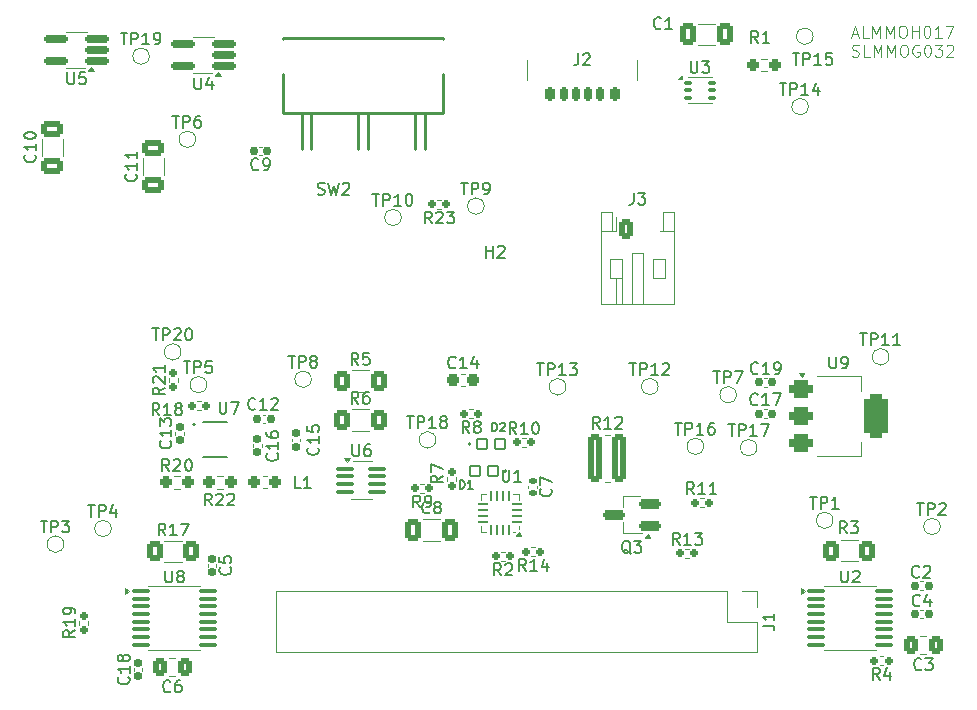
<source format=gbr>
%TF.GenerationSoftware,KiCad,Pcbnew,9.0.0*%
%TF.CreationDate,2025-03-28T14:38:41+02:00*%
%TF.ProjectId,Main,4d61696e-2e6b-4696-9361-645f70636258,rev?*%
%TF.SameCoordinates,Original*%
%TF.FileFunction,Legend,Top*%
%TF.FilePolarity,Positive*%
%FSLAX46Y46*%
G04 Gerber Fmt 4.6, Leading zero omitted, Abs format (unit mm)*
G04 Created by KiCad (PCBNEW 9.0.0) date 2025-03-28 14:38:41*
%MOMM*%
%LPD*%
G01*
G04 APERTURE LIST*
G04 Aperture macros list*
%AMRoundRect*
0 Rectangle with rounded corners*
0 $1 Rounding radius*
0 $2 $3 $4 $5 $6 $7 $8 $9 X,Y pos of 4 corners*
0 Add a 4 corners polygon primitive as box body*
4,1,4,$2,$3,$4,$5,$6,$7,$8,$9,$2,$3,0*
0 Add four circle primitives for the rounded corners*
1,1,$1+$1,$2,$3*
1,1,$1+$1,$4,$5*
1,1,$1+$1,$6,$7*
1,1,$1+$1,$8,$9*
0 Add four rect primitives between the rounded corners*
20,1,$1+$1,$2,$3,$4,$5,0*
20,1,$1+$1,$4,$5,$6,$7,0*
20,1,$1+$1,$6,$7,$8,$9,0*
20,1,$1+$1,$8,$9,$2,$3,0*%
G04 Aperture macros list end*
%ADD10C,0.100000*%
%ADD11C,0.150000*%
%ADD12C,0.120000*%
%ADD13C,0.200000*%
%ADD14C,0.127000*%
%ADD15C,0.254000*%
%ADD16C,0.010000*%
%ADD17RoundRect,0.100000X-0.637500X-0.100000X0.637500X-0.100000X0.637500X0.100000X-0.637500X0.100000X0*%
%ADD18C,1.000000*%
%ADD19RoundRect,0.250000X0.650000X-0.412500X0.650000X0.412500X-0.650000X0.412500X-0.650000X-0.412500X0*%
%ADD20RoundRect,0.250000X-0.400000X-0.625000X0.400000X-0.625000X0.400000X0.625000X-0.400000X0.625000X0*%
%ADD21RoundRect,0.160000X0.197500X0.160000X-0.197500X0.160000X-0.197500X-0.160000X0.197500X-0.160000X0*%
%ADD22RoundRect,0.250000X0.400000X0.625000X-0.400000X0.625000X-0.400000X-0.625000X0.400000X-0.625000X0*%
%ADD23RoundRect,0.162500X0.837500X0.162500X-0.837500X0.162500X-0.837500X-0.162500X0.837500X-0.162500X0*%
%ADD24RoundRect,0.250000X-0.350000X-0.625000X0.350000X-0.625000X0.350000X0.625000X-0.350000X0.625000X0*%
%ADD25O,1.200000X1.750000*%
%ADD26RoundRect,0.155000X-0.155000X0.212500X-0.155000X-0.212500X0.155000X-0.212500X0.155000X0.212500X0*%
%ADD27RoundRect,0.160000X0.160000X-0.197500X0.160000X0.197500X-0.160000X0.197500X-0.160000X-0.197500X0*%
%ADD28RoundRect,0.075000X-0.247500X-0.075000X0.247500X-0.075000X0.247500X0.075000X-0.247500X0.075000X0*%
%ADD29R,1.010000X1.700000*%
%ADD30RoundRect,0.160000X-0.197500X-0.160000X0.197500X-0.160000X0.197500X0.160000X-0.197500X0.160000X0*%
%ADD31RoundRect,0.100000X-0.680000X-0.100000X0.680000X-0.100000X0.680000X0.100000X-0.680000X0.100000X0*%
%ADD32RoundRect,0.375000X-0.625000X-0.375000X0.625000X-0.375000X0.625000X0.375000X-0.625000X0.375000X0*%
%ADD33RoundRect,0.500000X-0.500000X-1.400000X0.500000X-1.400000X0.500000X1.400000X-0.500000X1.400000X0*%
%ADD34RoundRect,0.250000X0.337500X0.475000X-0.337500X0.475000X-0.337500X-0.475000X0.337500X-0.475000X0*%
%ADD35RoundRect,0.155000X-0.212500X-0.155000X0.212500X-0.155000X0.212500X0.155000X-0.212500X0.155000X0*%
%ADD36RoundRect,0.155000X0.155000X-0.212500X0.155000X0.212500X-0.155000X0.212500X-0.155000X-0.212500X0*%
%ADD37RoundRect,0.237500X-0.300000X-0.237500X0.300000X-0.237500X0.300000X0.237500X-0.300000X0.237500X0*%
%ADD38RoundRect,0.250000X-0.350000X-1.775000X0.350000X-1.775000X0.350000X1.775000X-0.350000X1.775000X0*%
%ADD39RoundRect,0.102000X0.400000X0.400000X-0.400000X0.400000X-0.400000X-0.400000X0.400000X-0.400000X0*%
%ADD40C,3.200000*%
%ADD41R,1.700000X1.700000*%
%ADD42O,1.700000X1.700000*%
%ADD43RoundRect,0.250000X-0.412500X-0.650000X0.412500X-0.650000X0.412500X0.650000X-0.412500X0.650000X0*%
%ADD44RoundRect,0.155000X0.212500X0.155000X-0.212500X0.155000X-0.212500X-0.155000X0.212500X-0.155000X0*%
%ADD45RoundRect,0.237500X-0.250000X-0.237500X0.250000X-0.237500X0.250000X0.237500X-0.250000X0.237500X0*%
%ADD46RoundRect,0.160000X-0.160000X0.197500X-0.160000X-0.197500X0.160000X-0.197500X0.160000X0.197500X0*%
%ADD47RoundRect,0.102000X-0.400000X-0.400000X0.400000X-0.400000X0.400000X0.400000X-0.400000X0.400000X0*%
%ADD48RoundRect,0.140000X-0.170000X0.140000X-0.170000X-0.140000X0.170000X-0.140000X0.170000X0.140000X0*%
%ADD49RoundRect,0.175000X0.175000X0.425000X-0.175000X0.425000X-0.175000X-0.425000X0.175000X-0.425000X0*%
%ADD50RoundRect,0.190000X-0.190000X-0.410000X0.190000X-0.410000X0.190000X0.410000X-0.190000X0.410000X0*%
%ADD51RoundRect,0.200000X-0.200000X-0.400000X0.200000X-0.400000X0.200000X0.400000X-0.200000X0.400000X0*%
%ADD52RoundRect,0.175000X-0.175000X-0.425000X0.175000X-0.425000X0.175000X0.425000X-0.175000X0.425000X0*%
%ADD53RoundRect,0.190000X0.190000X0.410000X-0.190000X0.410000X-0.190000X-0.410000X0.190000X-0.410000X0*%
%ADD54RoundRect,0.200000X0.200000X0.400000X-0.200000X0.400000X-0.200000X-0.400000X0.200000X-0.400000X0*%
%ADD55O,1.100000X1.700000*%
%ADD56RoundRect,0.062500X0.375000X0.062500X-0.375000X0.062500X-0.375000X-0.062500X0.375000X-0.062500X0*%
%ADD57RoundRect,0.062500X0.062500X0.375000X-0.062500X0.375000X-0.062500X-0.375000X0.062500X-0.375000X0*%
%ADD58R,1.600000X1.600000*%
%ADD59RoundRect,0.200000X0.750000X0.200000X-0.750000X0.200000X-0.750000X-0.200000X0.750000X-0.200000X0*%
%ADD60C,2.500000*%
%ADD61RoundRect,0.237500X-0.287500X-0.237500X0.287500X-0.237500X0.287500X0.237500X-0.287500X0.237500X0*%
G04 APERTURE END LIST*
D10*
X164756265Y-52906760D02*
X165232455Y-52906760D01*
X164661027Y-53192475D02*
X164994360Y-52192475D01*
X164994360Y-52192475D02*
X165327693Y-53192475D01*
X166137217Y-53192475D02*
X165661027Y-53192475D01*
X165661027Y-53192475D02*
X165661027Y-52192475D01*
X166470551Y-53192475D02*
X166470551Y-52192475D01*
X166470551Y-52192475D02*
X166803884Y-52906760D01*
X166803884Y-52906760D02*
X167137217Y-52192475D01*
X167137217Y-52192475D02*
X167137217Y-53192475D01*
X167613408Y-53192475D02*
X167613408Y-52192475D01*
X167613408Y-52192475D02*
X167946741Y-52906760D01*
X167946741Y-52906760D02*
X168280074Y-52192475D01*
X168280074Y-52192475D02*
X168280074Y-53192475D01*
X168946741Y-52192475D02*
X169137217Y-52192475D01*
X169137217Y-52192475D02*
X169232455Y-52240094D01*
X169232455Y-52240094D02*
X169327693Y-52335332D01*
X169327693Y-52335332D02*
X169375312Y-52525808D01*
X169375312Y-52525808D02*
X169375312Y-52859141D01*
X169375312Y-52859141D02*
X169327693Y-53049617D01*
X169327693Y-53049617D02*
X169232455Y-53144856D01*
X169232455Y-53144856D02*
X169137217Y-53192475D01*
X169137217Y-53192475D02*
X168946741Y-53192475D01*
X168946741Y-53192475D02*
X168851503Y-53144856D01*
X168851503Y-53144856D02*
X168756265Y-53049617D01*
X168756265Y-53049617D02*
X168708646Y-52859141D01*
X168708646Y-52859141D02*
X168708646Y-52525808D01*
X168708646Y-52525808D02*
X168756265Y-52335332D01*
X168756265Y-52335332D02*
X168851503Y-52240094D01*
X168851503Y-52240094D02*
X168946741Y-52192475D01*
X169803884Y-53192475D02*
X169803884Y-52192475D01*
X169803884Y-52668665D02*
X170375312Y-52668665D01*
X170375312Y-53192475D02*
X170375312Y-52192475D01*
X171041979Y-52192475D02*
X171137217Y-52192475D01*
X171137217Y-52192475D02*
X171232455Y-52240094D01*
X171232455Y-52240094D02*
X171280074Y-52287713D01*
X171280074Y-52287713D02*
X171327693Y-52382951D01*
X171327693Y-52382951D02*
X171375312Y-52573427D01*
X171375312Y-52573427D02*
X171375312Y-52811522D01*
X171375312Y-52811522D02*
X171327693Y-53001998D01*
X171327693Y-53001998D02*
X171280074Y-53097236D01*
X171280074Y-53097236D02*
X171232455Y-53144856D01*
X171232455Y-53144856D02*
X171137217Y-53192475D01*
X171137217Y-53192475D02*
X171041979Y-53192475D01*
X171041979Y-53192475D02*
X170946741Y-53144856D01*
X170946741Y-53144856D02*
X170899122Y-53097236D01*
X170899122Y-53097236D02*
X170851503Y-53001998D01*
X170851503Y-53001998D02*
X170803884Y-52811522D01*
X170803884Y-52811522D02*
X170803884Y-52573427D01*
X170803884Y-52573427D02*
X170851503Y-52382951D01*
X170851503Y-52382951D02*
X170899122Y-52287713D01*
X170899122Y-52287713D02*
X170946741Y-52240094D01*
X170946741Y-52240094D02*
X171041979Y-52192475D01*
X172327693Y-53192475D02*
X171756265Y-53192475D01*
X172041979Y-53192475D02*
X172041979Y-52192475D01*
X172041979Y-52192475D02*
X171946741Y-52335332D01*
X171946741Y-52335332D02*
X171851503Y-52430570D01*
X171851503Y-52430570D02*
X171756265Y-52478189D01*
X172661027Y-52192475D02*
X173327693Y-52192475D01*
X173327693Y-52192475D02*
X172899122Y-53192475D01*
X164756265Y-54754800D02*
X164899122Y-54802419D01*
X164899122Y-54802419D02*
X165137217Y-54802419D01*
X165137217Y-54802419D02*
X165232455Y-54754800D01*
X165232455Y-54754800D02*
X165280074Y-54707180D01*
X165280074Y-54707180D02*
X165327693Y-54611942D01*
X165327693Y-54611942D02*
X165327693Y-54516704D01*
X165327693Y-54516704D02*
X165280074Y-54421466D01*
X165280074Y-54421466D02*
X165232455Y-54373847D01*
X165232455Y-54373847D02*
X165137217Y-54326228D01*
X165137217Y-54326228D02*
X164946741Y-54278609D01*
X164946741Y-54278609D02*
X164851503Y-54230990D01*
X164851503Y-54230990D02*
X164803884Y-54183371D01*
X164803884Y-54183371D02*
X164756265Y-54088133D01*
X164756265Y-54088133D02*
X164756265Y-53992895D01*
X164756265Y-53992895D02*
X164803884Y-53897657D01*
X164803884Y-53897657D02*
X164851503Y-53850038D01*
X164851503Y-53850038D02*
X164946741Y-53802419D01*
X164946741Y-53802419D02*
X165184836Y-53802419D01*
X165184836Y-53802419D02*
X165327693Y-53850038D01*
X166232455Y-54802419D02*
X165756265Y-54802419D01*
X165756265Y-54802419D02*
X165756265Y-53802419D01*
X166565789Y-54802419D02*
X166565789Y-53802419D01*
X166565789Y-53802419D02*
X166899122Y-54516704D01*
X166899122Y-54516704D02*
X167232455Y-53802419D01*
X167232455Y-53802419D02*
X167232455Y-54802419D01*
X167708646Y-54802419D02*
X167708646Y-53802419D01*
X167708646Y-53802419D02*
X168041979Y-54516704D01*
X168041979Y-54516704D02*
X168375312Y-53802419D01*
X168375312Y-53802419D02*
X168375312Y-54802419D01*
X169041979Y-53802419D02*
X169232455Y-53802419D01*
X169232455Y-53802419D02*
X169327693Y-53850038D01*
X169327693Y-53850038D02*
X169422931Y-53945276D01*
X169422931Y-53945276D02*
X169470550Y-54135752D01*
X169470550Y-54135752D02*
X169470550Y-54469085D01*
X169470550Y-54469085D02*
X169422931Y-54659561D01*
X169422931Y-54659561D02*
X169327693Y-54754800D01*
X169327693Y-54754800D02*
X169232455Y-54802419D01*
X169232455Y-54802419D02*
X169041979Y-54802419D01*
X169041979Y-54802419D02*
X168946741Y-54754800D01*
X168946741Y-54754800D02*
X168851503Y-54659561D01*
X168851503Y-54659561D02*
X168803884Y-54469085D01*
X168803884Y-54469085D02*
X168803884Y-54135752D01*
X168803884Y-54135752D02*
X168851503Y-53945276D01*
X168851503Y-53945276D02*
X168946741Y-53850038D01*
X168946741Y-53850038D02*
X169041979Y-53802419D01*
X170422931Y-53850038D02*
X170327693Y-53802419D01*
X170327693Y-53802419D02*
X170184836Y-53802419D01*
X170184836Y-53802419D02*
X170041979Y-53850038D01*
X170041979Y-53850038D02*
X169946741Y-53945276D01*
X169946741Y-53945276D02*
X169899122Y-54040514D01*
X169899122Y-54040514D02*
X169851503Y-54230990D01*
X169851503Y-54230990D02*
X169851503Y-54373847D01*
X169851503Y-54373847D02*
X169899122Y-54564323D01*
X169899122Y-54564323D02*
X169946741Y-54659561D01*
X169946741Y-54659561D02*
X170041979Y-54754800D01*
X170041979Y-54754800D02*
X170184836Y-54802419D01*
X170184836Y-54802419D02*
X170280074Y-54802419D01*
X170280074Y-54802419D02*
X170422931Y-54754800D01*
X170422931Y-54754800D02*
X170470550Y-54707180D01*
X170470550Y-54707180D02*
X170470550Y-54373847D01*
X170470550Y-54373847D02*
X170280074Y-54373847D01*
X171089598Y-53802419D02*
X171184836Y-53802419D01*
X171184836Y-53802419D02*
X171280074Y-53850038D01*
X171280074Y-53850038D02*
X171327693Y-53897657D01*
X171327693Y-53897657D02*
X171375312Y-53992895D01*
X171375312Y-53992895D02*
X171422931Y-54183371D01*
X171422931Y-54183371D02*
X171422931Y-54421466D01*
X171422931Y-54421466D02*
X171375312Y-54611942D01*
X171375312Y-54611942D02*
X171327693Y-54707180D01*
X171327693Y-54707180D02*
X171280074Y-54754800D01*
X171280074Y-54754800D02*
X171184836Y-54802419D01*
X171184836Y-54802419D02*
X171089598Y-54802419D01*
X171089598Y-54802419D02*
X170994360Y-54754800D01*
X170994360Y-54754800D02*
X170946741Y-54707180D01*
X170946741Y-54707180D02*
X170899122Y-54611942D01*
X170899122Y-54611942D02*
X170851503Y-54421466D01*
X170851503Y-54421466D02*
X170851503Y-54183371D01*
X170851503Y-54183371D02*
X170899122Y-53992895D01*
X170899122Y-53992895D02*
X170946741Y-53897657D01*
X170946741Y-53897657D02*
X170994360Y-53850038D01*
X170994360Y-53850038D02*
X171089598Y-53802419D01*
X171756265Y-53802419D02*
X172375312Y-53802419D01*
X172375312Y-53802419D02*
X172041979Y-54183371D01*
X172041979Y-54183371D02*
X172184836Y-54183371D01*
X172184836Y-54183371D02*
X172280074Y-54230990D01*
X172280074Y-54230990D02*
X172327693Y-54278609D01*
X172327693Y-54278609D02*
X172375312Y-54373847D01*
X172375312Y-54373847D02*
X172375312Y-54611942D01*
X172375312Y-54611942D02*
X172327693Y-54707180D01*
X172327693Y-54707180D02*
X172280074Y-54754800D01*
X172280074Y-54754800D02*
X172184836Y-54802419D01*
X172184836Y-54802419D02*
X171899122Y-54802419D01*
X171899122Y-54802419D02*
X171803884Y-54754800D01*
X171803884Y-54754800D02*
X171756265Y-54707180D01*
X172756265Y-53897657D02*
X172803884Y-53850038D01*
X172803884Y-53850038D02*
X172899122Y-53802419D01*
X172899122Y-53802419D02*
X173137217Y-53802419D01*
X173137217Y-53802419D02*
X173232455Y-53850038D01*
X173232455Y-53850038D02*
X173280074Y-53897657D01*
X173280074Y-53897657D02*
X173327693Y-53992895D01*
X173327693Y-53992895D02*
X173327693Y-54088133D01*
X173327693Y-54088133D02*
X173280074Y-54230990D01*
X173280074Y-54230990D02*
X172708646Y-54802419D01*
X172708646Y-54802419D02*
X173327693Y-54802419D01*
D11*
X163815539Y-98324819D02*
X163815539Y-99134342D01*
X163815539Y-99134342D02*
X163863158Y-99229580D01*
X163863158Y-99229580D02*
X163910777Y-99277200D01*
X163910777Y-99277200D02*
X164006015Y-99324819D01*
X164006015Y-99324819D02*
X164196491Y-99324819D01*
X164196491Y-99324819D02*
X164291729Y-99277200D01*
X164291729Y-99277200D02*
X164339348Y-99229580D01*
X164339348Y-99229580D02*
X164386967Y-99134342D01*
X164386967Y-99134342D02*
X164386967Y-98324819D01*
X164815539Y-98420057D02*
X164863158Y-98372438D01*
X164863158Y-98372438D02*
X164958396Y-98324819D01*
X164958396Y-98324819D02*
X165196491Y-98324819D01*
X165196491Y-98324819D02*
X165291729Y-98372438D01*
X165291729Y-98372438D02*
X165339348Y-98420057D01*
X165339348Y-98420057D02*
X165386967Y-98515295D01*
X165386967Y-98515295D02*
X165386967Y-98610533D01*
X165386967Y-98610533D02*
X165339348Y-98753390D01*
X165339348Y-98753390D02*
X164767920Y-99324819D01*
X164767920Y-99324819D02*
X165386967Y-99324819D01*
X127061905Y-85256819D02*
X127633333Y-85256819D01*
X127347619Y-86256819D02*
X127347619Y-85256819D01*
X127966667Y-86256819D02*
X127966667Y-85256819D01*
X127966667Y-85256819D02*
X128347619Y-85256819D01*
X128347619Y-85256819D02*
X128442857Y-85304438D01*
X128442857Y-85304438D02*
X128490476Y-85352057D01*
X128490476Y-85352057D02*
X128538095Y-85447295D01*
X128538095Y-85447295D02*
X128538095Y-85590152D01*
X128538095Y-85590152D02*
X128490476Y-85685390D01*
X128490476Y-85685390D02*
X128442857Y-85733009D01*
X128442857Y-85733009D02*
X128347619Y-85780628D01*
X128347619Y-85780628D02*
X127966667Y-85780628D01*
X129490476Y-86256819D02*
X128919048Y-86256819D01*
X129204762Y-86256819D02*
X129204762Y-85256819D01*
X129204762Y-85256819D02*
X129109524Y-85399676D01*
X129109524Y-85399676D02*
X129014286Y-85494914D01*
X129014286Y-85494914D02*
X128919048Y-85542533D01*
X130061905Y-85685390D02*
X129966667Y-85637771D01*
X129966667Y-85637771D02*
X129919048Y-85590152D01*
X129919048Y-85590152D02*
X129871429Y-85494914D01*
X129871429Y-85494914D02*
X129871429Y-85447295D01*
X129871429Y-85447295D02*
X129919048Y-85352057D01*
X129919048Y-85352057D02*
X129966667Y-85304438D01*
X129966667Y-85304438D02*
X130061905Y-85256819D01*
X130061905Y-85256819D02*
X130252381Y-85256819D01*
X130252381Y-85256819D02*
X130347619Y-85304438D01*
X130347619Y-85304438D02*
X130395238Y-85352057D01*
X130395238Y-85352057D02*
X130442857Y-85447295D01*
X130442857Y-85447295D02*
X130442857Y-85494914D01*
X130442857Y-85494914D02*
X130395238Y-85590152D01*
X130395238Y-85590152D02*
X130347619Y-85637771D01*
X130347619Y-85637771D02*
X130252381Y-85685390D01*
X130252381Y-85685390D02*
X130061905Y-85685390D01*
X130061905Y-85685390D02*
X129966667Y-85733009D01*
X129966667Y-85733009D02*
X129919048Y-85780628D01*
X129919048Y-85780628D02*
X129871429Y-85875866D01*
X129871429Y-85875866D02*
X129871429Y-86066342D01*
X129871429Y-86066342D02*
X129919048Y-86161580D01*
X129919048Y-86161580D02*
X129966667Y-86209200D01*
X129966667Y-86209200D02*
X130061905Y-86256819D01*
X130061905Y-86256819D02*
X130252381Y-86256819D01*
X130252381Y-86256819D02*
X130347619Y-86209200D01*
X130347619Y-86209200D02*
X130395238Y-86161580D01*
X130395238Y-86161580D02*
X130442857Y-86066342D01*
X130442857Y-86066342D02*
X130442857Y-85875866D01*
X130442857Y-85875866D02*
X130395238Y-85780628D01*
X130395238Y-85780628D02*
X130347619Y-85733009D01*
X130347619Y-85733009D02*
X130252381Y-85685390D01*
X165421905Y-78226819D02*
X165993333Y-78226819D01*
X165707619Y-79226819D02*
X165707619Y-78226819D01*
X166326667Y-79226819D02*
X166326667Y-78226819D01*
X166326667Y-78226819D02*
X166707619Y-78226819D01*
X166707619Y-78226819D02*
X166802857Y-78274438D01*
X166802857Y-78274438D02*
X166850476Y-78322057D01*
X166850476Y-78322057D02*
X166898095Y-78417295D01*
X166898095Y-78417295D02*
X166898095Y-78560152D01*
X166898095Y-78560152D02*
X166850476Y-78655390D01*
X166850476Y-78655390D02*
X166802857Y-78703009D01*
X166802857Y-78703009D02*
X166707619Y-78750628D01*
X166707619Y-78750628D02*
X166326667Y-78750628D01*
X167850476Y-79226819D02*
X167279048Y-79226819D01*
X167564762Y-79226819D02*
X167564762Y-78226819D01*
X167564762Y-78226819D02*
X167469524Y-78369676D01*
X167469524Y-78369676D02*
X167374286Y-78464914D01*
X167374286Y-78464914D02*
X167279048Y-78512533D01*
X168802857Y-79226819D02*
X168231429Y-79226819D01*
X168517143Y-79226819D02*
X168517143Y-78226819D01*
X168517143Y-78226819D02*
X168421905Y-78369676D01*
X168421905Y-78369676D02*
X168326667Y-78464914D01*
X168326667Y-78464914D02*
X168231429Y-78512533D01*
X104099580Y-64752857D02*
X104147200Y-64800476D01*
X104147200Y-64800476D02*
X104194819Y-64943333D01*
X104194819Y-64943333D02*
X104194819Y-65038571D01*
X104194819Y-65038571D02*
X104147200Y-65181428D01*
X104147200Y-65181428D02*
X104051961Y-65276666D01*
X104051961Y-65276666D02*
X103956723Y-65324285D01*
X103956723Y-65324285D02*
X103766247Y-65371904D01*
X103766247Y-65371904D02*
X103623390Y-65371904D01*
X103623390Y-65371904D02*
X103432914Y-65324285D01*
X103432914Y-65324285D02*
X103337676Y-65276666D01*
X103337676Y-65276666D02*
X103242438Y-65181428D01*
X103242438Y-65181428D02*
X103194819Y-65038571D01*
X103194819Y-65038571D02*
X103194819Y-64943333D01*
X103194819Y-64943333D02*
X103242438Y-64800476D01*
X103242438Y-64800476D02*
X103290057Y-64752857D01*
X104194819Y-63800476D02*
X104194819Y-64371904D01*
X104194819Y-64086190D02*
X103194819Y-64086190D01*
X103194819Y-64086190D02*
X103337676Y-64181428D01*
X103337676Y-64181428D02*
X103432914Y-64276666D01*
X103432914Y-64276666D02*
X103480533Y-64371904D01*
X104194819Y-62848095D02*
X104194819Y-63419523D01*
X104194819Y-63133809D02*
X103194819Y-63133809D01*
X103194819Y-63133809D02*
X103337676Y-63229047D01*
X103337676Y-63229047D02*
X103432914Y-63324285D01*
X103432914Y-63324285D02*
X103480533Y-63419523D01*
X100058095Y-92756819D02*
X100629523Y-92756819D01*
X100343809Y-93756819D02*
X100343809Y-92756819D01*
X100962857Y-93756819D02*
X100962857Y-92756819D01*
X100962857Y-92756819D02*
X101343809Y-92756819D01*
X101343809Y-92756819D02*
X101439047Y-92804438D01*
X101439047Y-92804438D02*
X101486666Y-92852057D01*
X101486666Y-92852057D02*
X101534285Y-92947295D01*
X101534285Y-92947295D02*
X101534285Y-93090152D01*
X101534285Y-93090152D02*
X101486666Y-93185390D01*
X101486666Y-93185390D02*
X101439047Y-93233009D01*
X101439047Y-93233009D02*
X101343809Y-93280628D01*
X101343809Y-93280628D02*
X100962857Y-93280628D01*
X102391428Y-93090152D02*
X102391428Y-93756819D01*
X102153333Y-92709200D02*
X101915238Y-93423485D01*
X101915238Y-93423485D02*
X102534285Y-93423485D01*
X122943333Y-80894819D02*
X122610000Y-80418628D01*
X122371905Y-80894819D02*
X122371905Y-79894819D01*
X122371905Y-79894819D02*
X122752857Y-79894819D01*
X122752857Y-79894819D02*
X122848095Y-79942438D01*
X122848095Y-79942438D02*
X122895714Y-79990057D01*
X122895714Y-79990057D02*
X122943333Y-80085295D01*
X122943333Y-80085295D02*
X122943333Y-80228152D01*
X122943333Y-80228152D02*
X122895714Y-80323390D01*
X122895714Y-80323390D02*
X122848095Y-80371009D01*
X122848095Y-80371009D02*
X122752857Y-80418628D01*
X122752857Y-80418628D02*
X122371905Y-80418628D01*
X123848095Y-79894819D02*
X123371905Y-79894819D01*
X123371905Y-79894819D02*
X123324286Y-80371009D01*
X123324286Y-80371009D02*
X123371905Y-80323390D01*
X123371905Y-80323390D02*
X123467143Y-80275771D01*
X123467143Y-80275771D02*
X123705238Y-80275771D01*
X123705238Y-80275771D02*
X123800476Y-80323390D01*
X123800476Y-80323390D02*
X123848095Y-80371009D01*
X123848095Y-80371009D02*
X123895714Y-80466247D01*
X123895714Y-80466247D02*
X123895714Y-80704342D01*
X123895714Y-80704342D02*
X123848095Y-80799580D01*
X123848095Y-80799580D02*
X123800476Y-80847200D01*
X123800476Y-80847200D02*
X123705238Y-80894819D01*
X123705238Y-80894819D02*
X123467143Y-80894819D01*
X123467143Y-80894819D02*
X123371905Y-80847200D01*
X123371905Y-80847200D02*
X123324286Y-80799580D01*
X132333333Y-86674819D02*
X132000000Y-86198628D01*
X131761905Y-86674819D02*
X131761905Y-85674819D01*
X131761905Y-85674819D02*
X132142857Y-85674819D01*
X132142857Y-85674819D02*
X132238095Y-85722438D01*
X132238095Y-85722438D02*
X132285714Y-85770057D01*
X132285714Y-85770057D02*
X132333333Y-85865295D01*
X132333333Y-85865295D02*
X132333333Y-86008152D01*
X132333333Y-86008152D02*
X132285714Y-86103390D01*
X132285714Y-86103390D02*
X132238095Y-86151009D01*
X132238095Y-86151009D02*
X132142857Y-86198628D01*
X132142857Y-86198628D02*
X131761905Y-86198628D01*
X132904762Y-86103390D02*
X132809524Y-86055771D01*
X132809524Y-86055771D02*
X132761905Y-86008152D01*
X132761905Y-86008152D02*
X132714286Y-85912914D01*
X132714286Y-85912914D02*
X132714286Y-85865295D01*
X132714286Y-85865295D02*
X132761905Y-85770057D01*
X132761905Y-85770057D02*
X132809524Y-85722438D01*
X132809524Y-85722438D02*
X132904762Y-85674819D01*
X132904762Y-85674819D02*
X133095238Y-85674819D01*
X133095238Y-85674819D02*
X133190476Y-85722438D01*
X133190476Y-85722438D02*
X133238095Y-85770057D01*
X133238095Y-85770057D02*
X133285714Y-85865295D01*
X133285714Y-85865295D02*
X133285714Y-85912914D01*
X133285714Y-85912914D02*
X133238095Y-86008152D01*
X133238095Y-86008152D02*
X133190476Y-86055771D01*
X133190476Y-86055771D02*
X133095238Y-86103390D01*
X133095238Y-86103390D02*
X132904762Y-86103390D01*
X132904762Y-86103390D02*
X132809524Y-86151009D01*
X132809524Y-86151009D02*
X132761905Y-86198628D01*
X132761905Y-86198628D02*
X132714286Y-86293866D01*
X132714286Y-86293866D02*
X132714286Y-86484342D01*
X132714286Y-86484342D02*
X132761905Y-86579580D01*
X132761905Y-86579580D02*
X132809524Y-86627200D01*
X132809524Y-86627200D02*
X132904762Y-86674819D01*
X132904762Y-86674819D02*
X133095238Y-86674819D01*
X133095238Y-86674819D02*
X133190476Y-86627200D01*
X133190476Y-86627200D02*
X133238095Y-86579580D01*
X133238095Y-86579580D02*
X133285714Y-86484342D01*
X133285714Y-86484342D02*
X133285714Y-86293866D01*
X133285714Y-86293866D02*
X133238095Y-86198628D01*
X133238095Y-86198628D02*
X133190476Y-86151009D01*
X133190476Y-86151009D02*
X133095238Y-86103390D01*
X164278277Y-95149819D02*
X163944944Y-94673628D01*
X163706849Y-95149819D02*
X163706849Y-94149819D01*
X163706849Y-94149819D02*
X164087801Y-94149819D01*
X164087801Y-94149819D02*
X164183039Y-94197438D01*
X164183039Y-94197438D02*
X164230658Y-94245057D01*
X164230658Y-94245057D02*
X164278277Y-94340295D01*
X164278277Y-94340295D02*
X164278277Y-94483152D01*
X164278277Y-94483152D02*
X164230658Y-94578390D01*
X164230658Y-94578390D02*
X164183039Y-94626009D01*
X164183039Y-94626009D02*
X164087801Y-94673628D01*
X164087801Y-94673628D02*
X163706849Y-94673628D01*
X164611611Y-94149819D02*
X165230658Y-94149819D01*
X165230658Y-94149819D02*
X164897325Y-94530771D01*
X164897325Y-94530771D02*
X165040182Y-94530771D01*
X165040182Y-94530771D02*
X165135420Y-94578390D01*
X165135420Y-94578390D02*
X165183039Y-94626009D01*
X165183039Y-94626009D02*
X165230658Y-94721247D01*
X165230658Y-94721247D02*
X165230658Y-94959342D01*
X165230658Y-94959342D02*
X165183039Y-95054580D01*
X165183039Y-95054580D02*
X165135420Y-95102200D01*
X165135420Y-95102200D02*
X165040182Y-95149819D01*
X165040182Y-95149819D02*
X164754468Y-95149819D01*
X164754468Y-95149819D02*
X164659230Y-95102200D01*
X164659230Y-95102200D02*
X164611611Y-95054580D01*
X98308095Y-56142319D02*
X98308095Y-56951842D01*
X98308095Y-56951842D02*
X98355714Y-57047080D01*
X98355714Y-57047080D02*
X98403333Y-57094700D01*
X98403333Y-57094700D02*
X98498571Y-57142319D01*
X98498571Y-57142319D02*
X98689047Y-57142319D01*
X98689047Y-57142319D02*
X98784285Y-57094700D01*
X98784285Y-57094700D02*
X98831904Y-57047080D01*
X98831904Y-57047080D02*
X98879523Y-56951842D01*
X98879523Y-56951842D02*
X98879523Y-56142319D01*
X99831904Y-56142319D02*
X99355714Y-56142319D01*
X99355714Y-56142319D02*
X99308095Y-56618509D01*
X99308095Y-56618509D02*
X99355714Y-56570890D01*
X99355714Y-56570890D02*
X99450952Y-56523271D01*
X99450952Y-56523271D02*
X99689047Y-56523271D01*
X99689047Y-56523271D02*
X99784285Y-56570890D01*
X99784285Y-56570890D02*
X99831904Y-56618509D01*
X99831904Y-56618509D02*
X99879523Y-56713747D01*
X99879523Y-56713747D02*
X99879523Y-56951842D01*
X99879523Y-56951842D02*
X99831904Y-57047080D01*
X99831904Y-57047080D02*
X99784285Y-57094700D01*
X99784285Y-57094700D02*
X99689047Y-57142319D01*
X99689047Y-57142319D02*
X99450952Y-57142319D01*
X99450952Y-57142319D02*
X99355714Y-57094700D01*
X99355714Y-57094700D02*
X99308095Y-57047080D01*
X146246666Y-66324819D02*
X146246666Y-67039104D01*
X146246666Y-67039104D02*
X146199047Y-67181961D01*
X146199047Y-67181961D02*
X146103809Y-67277200D01*
X146103809Y-67277200D02*
X145960952Y-67324819D01*
X145960952Y-67324819D02*
X145865714Y-67324819D01*
X146627619Y-66324819D02*
X147246666Y-66324819D01*
X147246666Y-66324819D02*
X146913333Y-66705771D01*
X146913333Y-66705771D02*
X147056190Y-66705771D01*
X147056190Y-66705771D02*
X147151428Y-66753390D01*
X147151428Y-66753390D02*
X147199047Y-66801009D01*
X147199047Y-66801009D02*
X147246666Y-66896247D01*
X147246666Y-66896247D02*
X147246666Y-67134342D01*
X147246666Y-67134342D02*
X147199047Y-67229580D01*
X147199047Y-67229580D02*
X147151428Y-67277200D01*
X147151428Y-67277200D02*
X147056190Y-67324819D01*
X147056190Y-67324819D02*
X146770476Y-67324819D01*
X146770476Y-67324819D02*
X146675238Y-67277200D01*
X146675238Y-67277200D02*
X146627619Y-67229580D01*
X112079580Y-98046666D02*
X112127200Y-98094285D01*
X112127200Y-98094285D02*
X112174819Y-98237142D01*
X112174819Y-98237142D02*
X112174819Y-98332380D01*
X112174819Y-98332380D02*
X112127200Y-98475237D01*
X112127200Y-98475237D02*
X112031961Y-98570475D01*
X112031961Y-98570475D02*
X111936723Y-98618094D01*
X111936723Y-98618094D02*
X111746247Y-98665713D01*
X111746247Y-98665713D02*
X111603390Y-98665713D01*
X111603390Y-98665713D02*
X111412914Y-98618094D01*
X111412914Y-98618094D02*
X111317676Y-98570475D01*
X111317676Y-98570475D02*
X111222438Y-98475237D01*
X111222438Y-98475237D02*
X111174819Y-98332380D01*
X111174819Y-98332380D02*
X111174819Y-98237142D01*
X111174819Y-98237142D02*
X111222438Y-98094285D01*
X111222438Y-98094285D02*
X111270057Y-98046666D01*
X111174819Y-97141904D02*
X111174819Y-97618094D01*
X111174819Y-97618094D02*
X111651009Y-97665713D01*
X111651009Y-97665713D02*
X111603390Y-97618094D01*
X111603390Y-97618094D02*
X111555771Y-97522856D01*
X111555771Y-97522856D02*
X111555771Y-97284761D01*
X111555771Y-97284761D02*
X111603390Y-97189523D01*
X111603390Y-97189523D02*
X111651009Y-97141904D01*
X111651009Y-97141904D02*
X111746247Y-97094285D01*
X111746247Y-97094285D02*
X111984342Y-97094285D01*
X111984342Y-97094285D02*
X112079580Y-97141904D01*
X112079580Y-97141904D02*
X112127200Y-97189523D01*
X112127200Y-97189523D02*
X112174819Y-97284761D01*
X112174819Y-97284761D02*
X112174819Y-97522856D01*
X112174819Y-97522856D02*
X112127200Y-97618094D01*
X112127200Y-97618094D02*
X112079580Y-97665713D01*
X135013333Y-98714819D02*
X134680000Y-98238628D01*
X134441905Y-98714819D02*
X134441905Y-97714819D01*
X134441905Y-97714819D02*
X134822857Y-97714819D01*
X134822857Y-97714819D02*
X134918095Y-97762438D01*
X134918095Y-97762438D02*
X134965714Y-97810057D01*
X134965714Y-97810057D02*
X135013333Y-97905295D01*
X135013333Y-97905295D02*
X135013333Y-98048152D01*
X135013333Y-98048152D02*
X134965714Y-98143390D01*
X134965714Y-98143390D02*
X134918095Y-98191009D01*
X134918095Y-98191009D02*
X134822857Y-98238628D01*
X134822857Y-98238628D02*
X134441905Y-98238628D01*
X135394286Y-97810057D02*
X135441905Y-97762438D01*
X135441905Y-97762438D02*
X135537143Y-97714819D01*
X135537143Y-97714819D02*
X135775238Y-97714819D01*
X135775238Y-97714819D02*
X135870476Y-97762438D01*
X135870476Y-97762438D02*
X135918095Y-97810057D01*
X135918095Y-97810057D02*
X135965714Y-97905295D01*
X135965714Y-97905295D02*
X135965714Y-98000533D01*
X135965714Y-98000533D02*
X135918095Y-98143390D01*
X135918095Y-98143390D02*
X135346667Y-98714819D01*
X135346667Y-98714819D02*
X135965714Y-98714819D01*
X106534819Y-82820357D02*
X106058628Y-83153690D01*
X106534819Y-83391785D02*
X105534819Y-83391785D01*
X105534819Y-83391785D02*
X105534819Y-83010833D01*
X105534819Y-83010833D02*
X105582438Y-82915595D01*
X105582438Y-82915595D02*
X105630057Y-82867976D01*
X105630057Y-82867976D02*
X105725295Y-82820357D01*
X105725295Y-82820357D02*
X105868152Y-82820357D01*
X105868152Y-82820357D02*
X105963390Y-82867976D01*
X105963390Y-82867976D02*
X106011009Y-82915595D01*
X106011009Y-82915595D02*
X106058628Y-83010833D01*
X106058628Y-83010833D02*
X106058628Y-83391785D01*
X105630057Y-82439404D02*
X105582438Y-82391785D01*
X105582438Y-82391785D02*
X105534819Y-82296547D01*
X105534819Y-82296547D02*
X105534819Y-82058452D01*
X105534819Y-82058452D02*
X105582438Y-81963214D01*
X105582438Y-81963214D02*
X105630057Y-81915595D01*
X105630057Y-81915595D02*
X105725295Y-81867976D01*
X105725295Y-81867976D02*
X105820533Y-81867976D01*
X105820533Y-81867976D02*
X105963390Y-81915595D01*
X105963390Y-81915595D02*
X106534819Y-82487023D01*
X106534819Y-82487023D02*
X106534819Y-81867976D01*
X106534819Y-80915595D02*
X106534819Y-81487023D01*
X106534819Y-81201309D02*
X105534819Y-81201309D01*
X105534819Y-81201309D02*
X105677676Y-81296547D01*
X105677676Y-81296547D02*
X105772914Y-81391785D01*
X105772914Y-81391785D02*
X105820533Y-81487023D01*
X167065777Y-107559819D02*
X166732444Y-107083628D01*
X166494349Y-107559819D02*
X166494349Y-106559819D01*
X166494349Y-106559819D02*
X166875301Y-106559819D01*
X166875301Y-106559819D02*
X166970539Y-106607438D01*
X166970539Y-106607438D02*
X167018158Y-106655057D01*
X167018158Y-106655057D02*
X167065777Y-106750295D01*
X167065777Y-106750295D02*
X167065777Y-106893152D01*
X167065777Y-106893152D02*
X167018158Y-106988390D01*
X167018158Y-106988390D02*
X166970539Y-107036009D01*
X166970539Y-107036009D02*
X166875301Y-107083628D01*
X166875301Y-107083628D02*
X166494349Y-107083628D01*
X167922920Y-106893152D02*
X167922920Y-107559819D01*
X167684825Y-106512200D02*
X167446730Y-107226485D01*
X167446730Y-107226485D02*
X168065777Y-107226485D01*
X151080595Y-55164819D02*
X151080595Y-55974342D01*
X151080595Y-55974342D02*
X151128214Y-56069580D01*
X151128214Y-56069580D02*
X151175833Y-56117200D01*
X151175833Y-56117200D02*
X151271071Y-56164819D01*
X151271071Y-56164819D02*
X151461547Y-56164819D01*
X151461547Y-56164819D02*
X151556785Y-56117200D01*
X151556785Y-56117200D02*
X151604404Y-56069580D01*
X151604404Y-56069580D02*
X151652023Y-55974342D01*
X151652023Y-55974342D02*
X151652023Y-55164819D01*
X152032976Y-55164819D02*
X152652023Y-55164819D01*
X152652023Y-55164819D02*
X152318690Y-55545771D01*
X152318690Y-55545771D02*
X152461547Y-55545771D01*
X152461547Y-55545771D02*
X152556785Y-55593390D01*
X152556785Y-55593390D02*
X152604404Y-55641009D01*
X152604404Y-55641009D02*
X152652023Y-55736247D01*
X152652023Y-55736247D02*
X152652023Y-55974342D01*
X152652023Y-55974342D02*
X152604404Y-56069580D01*
X152604404Y-56069580D02*
X152556785Y-56117200D01*
X152556785Y-56117200D02*
X152461547Y-56164819D01*
X152461547Y-56164819D02*
X152175833Y-56164819D01*
X152175833Y-56164819D02*
X152080595Y-56117200D01*
X152080595Y-56117200D02*
X152032976Y-56069580D01*
X106598095Y-98324819D02*
X106598095Y-99134342D01*
X106598095Y-99134342D02*
X106645714Y-99229580D01*
X106645714Y-99229580D02*
X106693333Y-99277200D01*
X106693333Y-99277200D02*
X106788571Y-99324819D01*
X106788571Y-99324819D02*
X106979047Y-99324819D01*
X106979047Y-99324819D02*
X107074285Y-99277200D01*
X107074285Y-99277200D02*
X107121904Y-99229580D01*
X107121904Y-99229580D02*
X107169523Y-99134342D01*
X107169523Y-99134342D02*
X107169523Y-98324819D01*
X107788571Y-98753390D02*
X107693333Y-98705771D01*
X107693333Y-98705771D02*
X107645714Y-98658152D01*
X107645714Y-98658152D02*
X107598095Y-98562914D01*
X107598095Y-98562914D02*
X107598095Y-98515295D01*
X107598095Y-98515295D02*
X107645714Y-98420057D01*
X107645714Y-98420057D02*
X107693333Y-98372438D01*
X107693333Y-98372438D02*
X107788571Y-98324819D01*
X107788571Y-98324819D02*
X107979047Y-98324819D01*
X107979047Y-98324819D02*
X108074285Y-98372438D01*
X108074285Y-98372438D02*
X108121904Y-98420057D01*
X108121904Y-98420057D02*
X108169523Y-98515295D01*
X108169523Y-98515295D02*
X108169523Y-98562914D01*
X108169523Y-98562914D02*
X108121904Y-98658152D01*
X108121904Y-98658152D02*
X108074285Y-98705771D01*
X108074285Y-98705771D02*
X107979047Y-98753390D01*
X107979047Y-98753390D02*
X107788571Y-98753390D01*
X107788571Y-98753390D02*
X107693333Y-98801009D01*
X107693333Y-98801009D02*
X107645714Y-98848628D01*
X107645714Y-98848628D02*
X107598095Y-98943866D01*
X107598095Y-98943866D02*
X107598095Y-99134342D01*
X107598095Y-99134342D02*
X107645714Y-99229580D01*
X107645714Y-99229580D02*
X107693333Y-99277200D01*
X107693333Y-99277200D02*
X107788571Y-99324819D01*
X107788571Y-99324819D02*
X107979047Y-99324819D01*
X107979047Y-99324819D02*
X108074285Y-99277200D01*
X108074285Y-99277200D02*
X108121904Y-99229580D01*
X108121904Y-99229580D02*
X108169523Y-99134342D01*
X108169523Y-99134342D02*
X108169523Y-98943866D01*
X108169523Y-98943866D02*
X108121904Y-98848628D01*
X108121904Y-98848628D02*
X108074285Y-98801009D01*
X108074285Y-98801009D02*
X107979047Y-98753390D01*
X150137142Y-96124819D02*
X149803809Y-95648628D01*
X149565714Y-96124819D02*
X149565714Y-95124819D01*
X149565714Y-95124819D02*
X149946666Y-95124819D01*
X149946666Y-95124819D02*
X150041904Y-95172438D01*
X150041904Y-95172438D02*
X150089523Y-95220057D01*
X150089523Y-95220057D02*
X150137142Y-95315295D01*
X150137142Y-95315295D02*
X150137142Y-95458152D01*
X150137142Y-95458152D02*
X150089523Y-95553390D01*
X150089523Y-95553390D02*
X150041904Y-95601009D01*
X150041904Y-95601009D02*
X149946666Y-95648628D01*
X149946666Y-95648628D02*
X149565714Y-95648628D01*
X151089523Y-96124819D02*
X150518095Y-96124819D01*
X150803809Y-96124819D02*
X150803809Y-95124819D01*
X150803809Y-95124819D02*
X150708571Y-95267676D01*
X150708571Y-95267676D02*
X150613333Y-95362914D01*
X150613333Y-95362914D02*
X150518095Y-95410533D01*
X151422857Y-95124819D02*
X152041904Y-95124819D01*
X152041904Y-95124819D02*
X151708571Y-95505771D01*
X151708571Y-95505771D02*
X151851428Y-95505771D01*
X151851428Y-95505771D02*
X151946666Y-95553390D01*
X151946666Y-95553390D02*
X151994285Y-95601009D01*
X151994285Y-95601009D02*
X152041904Y-95696247D01*
X152041904Y-95696247D02*
X152041904Y-95934342D01*
X152041904Y-95934342D02*
X151994285Y-96029580D01*
X151994285Y-96029580D02*
X151946666Y-96077200D01*
X151946666Y-96077200D02*
X151851428Y-96124819D01*
X151851428Y-96124819D02*
X151565714Y-96124819D01*
X151565714Y-96124819D02*
X151470476Y-96077200D01*
X151470476Y-96077200D02*
X151422857Y-96029580D01*
X122438095Y-87629819D02*
X122438095Y-88439342D01*
X122438095Y-88439342D02*
X122485714Y-88534580D01*
X122485714Y-88534580D02*
X122533333Y-88582200D01*
X122533333Y-88582200D02*
X122628571Y-88629819D01*
X122628571Y-88629819D02*
X122819047Y-88629819D01*
X122819047Y-88629819D02*
X122914285Y-88582200D01*
X122914285Y-88582200D02*
X122961904Y-88534580D01*
X122961904Y-88534580D02*
X123009523Y-88439342D01*
X123009523Y-88439342D02*
X123009523Y-87629819D01*
X123914285Y-87629819D02*
X123723809Y-87629819D01*
X123723809Y-87629819D02*
X123628571Y-87677438D01*
X123628571Y-87677438D02*
X123580952Y-87725057D01*
X123580952Y-87725057D02*
X123485714Y-87867914D01*
X123485714Y-87867914D02*
X123438095Y-88058390D01*
X123438095Y-88058390D02*
X123438095Y-88439342D01*
X123438095Y-88439342D02*
X123485714Y-88534580D01*
X123485714Y-88534580D02*
X123533333Y-88582200D01*
X123533333Y-88582200D02*
X123628571Y-88629819D01*
X123628571Y-88629819D02*
X123819047Y-88629819D01*
X123819047Y-88629819D02*
X123914285Y-88582200D01*
X123914285Y-88582200D02*
X123961904Y-88534580D01*
X123961904Y-88534580D02*
X124009523Y-88439342D01*
X124009523Y-88439342D02*
X124009523Y-88201247D01*
X124009523Y-88201247D02*
X123961904Y-88106009D01*
X123961904Y-88106009D02*
X123914285Y-88058390D01*
X123914285Y-88058390D02*
X123819047Y-88010771D01*
X123819047Y-88010771D02*
X123628571Y-88010771D01*
X123628571Y-88010771D02*
X123533333Y-88058390D01*
X123533333Y-88058390D02*
X123485714Y-88106009D01*
X123485714Y-88106009D02*
X123438095Y-88201247D01*
X162828095Y-80202319D02*
X162828095Y-81011842D01*
X162828095Y-81011842D02*
X162875714Y-81107080D01*
X162875714Y-81107080D02*
X162923333Y-81154700D01*
X162923333Y-81154700D02*
X163018571Y-81202319D01*
X163018571Y-81202319D02*
X163209047Y-81202319D01*
X163209047Y-81202319D02*
X163304285Y-81154700D01*
X163304285Y-81154700D02*
X163351904Y-81107080D01*
X163351904Y-81107080D02*
X163399523Y-81011842D01*
X163399523Y-81011842D02*
X163399523Y-80202319D01*
X163923333Y-81202319D02*
X164113809Y-81202319D01*
X164113809Y-81202319D02*
X164209047Y-81154700D01*
X164209047Y-81154700D02*
X164256666Y-81107080D01*
X164256666Y-81107080D02*
X164351904Y-80964223D01*
X164351904Y-80964223D02*
X164399523Y-80773747D01*
X164399523Y-80773747D02*
X164399523Y-80392795D01*
X164399523Y-80392795D02*
X164351904Y-80297557D01*
X164351904Y-80297557D02*
X164304285Y-80249938D01*
X164304285Y-80249938D02*
X164209047Y-80202319D01*
X164209047Y-80202319D02*
X164018571Y-80202319D01*
X164018571Y-80202319D02*
X163923333Y-80249938D01*
X163923333Y-80249938D02*
X163875714Y-80297557D01*
X163875714Y-80297557D02*
X163828095Y-80392795D01*
X163828095Y-80392795D02*
X163828095Y-80630890D01*
X163828095Y-80630890D02*
X163875714Y-80726128D01*
X163875714Y-80726128D02*
X163923333Y-80773747D01*
X163923333Y-80773747D02*
X164018571Y-80821366D01*
X164018571Y-80821366D02*
X164209047Y-80821366D01*
X164209047Y-80821366D02*
X164304285Y-80773747D01*
X164304285Y-80773747D02*
X164351904Y-80726128D01*
X164351904Y-80726128D02*
X164399523Y-80630890D01*
X105481905Y-77806819D02*
X106053333Y-77806819D01*
X105767619Y-78806819D02*
X105767619Y-77806819D01*
X106386667Y-78806819D02*
X106386667Y-77806819D01*
X106386667Y-77806819D02*
X106767619Y-77806819D01*
X106767619Y-77806819D02*
X106862857Y-77854438D01*
X106862857Y-77854438D02*
X106910476Y-77902057D01*
X106910476Y-77902057D02*
X106958095Y-77997295D01*
X106958095Y-77997295D02*
X106958095Y-78140152D01*
X106958095Y-78140152D02*
X106910476Y-78235390D01*
X106910476Y-78235390D02*
X106862857Y-78283009D01*
X106862857Y-78283009D02*
X106767619Y-78330628D01*
X106767619Y-78330628D02*
X106386667Y-78330628D01*
X107339048Y-77902057D02*
X107386667Y-77854438D01*
X107386667Y-77854438D02*
X107481905Y-77806819D01*
X107481905Y-77806819D02*
X107720000Y-77806819D01*
X107720000Y-77806819D02*
X107815238Y-77854438D01*
X107815238Y-77854438D02*
X107862857Y-77902057D01*
X107862857Y-77902057D02*
X107910476Y-77997295D01*
X107910476Y-77997295D02*
X107910476Y-78092533D01*
X107910476Y-78092533D02*
X107862857Y-78235390D01*
X107862857Y-78235390D02*
X107291429Y-78806819D01*
X107291429Y-78806819D02*
X107910476Y-78806819D01*
X108529524Y-77806819D02*
X108624762Y-77806819D01*
X108624762Y-77806819D02*
X108720000Y-77854438D01*
X108720000Y-77854438D02*
X108767619Y-77902057D01*
X108767619Y-77902057D02*
X108815238Y-77997295D01*
X108815238Y-77997295D02*
X108862857Y-78187771D01*
X108862857Y-78187771D02*
X108862857Y-78425866D01*
X108862857Y-78425866D02*
X108815238Y-78616342D01*
X108815238Y-78616342D02*
X108767619Y-78711580D01*
X108767619Y-78711580D02*
X108720000Y-78759200D01*
X108720000Y-78759200D02*
X108624762Y-78806819D01*
X108624762Y-78806819D02*
X108529524Y-78806819D01*
X108529524Y-78806819D02*
X108434286Y-78759200D01*
X108434286Y-78759200D02*
X108386667Y-78711580D01*
X108386667Y-78711580D02*
X108339048Y-78616342D01*
X108339048Y-78616342D02*
X108291429Y-78425866D01*
X108291429Y-78425866D02*
X108291429Y-78187771D01*
X108291429Y-78187771D02*
X108339048Y-77997295D01*
X108339048Y-77997295D02*
X108386667Y-77902057D01*
X108386667Y-77902057D02*
X108434286Y-77854438D01*
X108434286Y-77854438D02*
X108529524Y-77806819D01*
X107023333Y-108519580D02*
X106975714Y-108567200D01*
X106975714Y-108567200D02*
X106832857Y-108614819D01*
X106832857Y-108614819D02*
X106737619Y-108614819D01*
X106737619Y-108614819D02*
X106594762Y-108567200D01*
X106594762Y-108567200D02*
X106499524Y-108471961D01*
X106499524Y-108471961D02*
X106451905Y-108376723D01*
X106451905Y-108376723D02*
X106404286Y-108186247D01*
X106404286Y-108186247D02*
X106404286Y-108043390D01*
X106404286Y-108043390D02*
X106451905Y-107852914D01*
X106451905Y-107852914D02*
X106499524Y-107757676D01*
X106499524Y-107757676D02*
X106594762Y-107662438D01*
X106594762Y-107662438D02*
X106737619Y-107614819D01*
X106737619Y-107614819D02*
X106832857Y-107614819D01*
X106832857Y-107614819D02*
X106975714Y-107662438D01*
X106975714Y-107662438D02*
X107023333Y-107710057D01*
X107880476Y-107614819D02*
X107690000Y-107614819D01*
X107690000Y-107614819D02*
X107594762Y-107662438D01*
X107594762Y-107662438D02*
X107547143Y-107710057D01*
X107547143Y-107710057D02*
X107451905Y-107852914D01*
X107451905Y-107852914D02*
X107404286Y-108043390D01*
X107404286Y-108043390D02*
X107404286Y-108424342D01*
X107404286Y-108424342D02*
X107451905Y-108519580D01*
X107451905Y-108519580D02*
X107499524Y-108567200D01*
X107499524Y-108567200D02*
X107594762Y-108614819D01*
X107594762Y-108614819D02*
X107785238Y-108614819D01*
X107785238Y-108614819D02*
X107880476Y-108567200D01*
X107880476Y-108567200D02*
X107928095Y-108519580D01*
X107928095Y-108519580D02*
X107975714Y-108424342D01*
X107975714Y-108424342D02*
X107975714Y-108186247D01*
X107975714Y-108186247D02*
X107928095Y-108091009D01*
X107928095Y-108091009D02*
X107880476Y-108043390D01*
X107880476Y-108043390D02*
X107785238Y-107995771D01*
X107785238Y-107995771D02*
X107594762Y-107995771D01*
X107594762Y-107995771D02*
X107499524Y-108043390D01*
X107499524Y-108043390D02*
X107451905Y-108091009D01*
X107451905Y-108091009D02*
X107404286Y-108186247D01*
X158601905Y-57046819D02*
X159173333Y-57046819D01*
X158887619Y-58046819D02*
X158887619Y-57046819D01*
X159506667Y-58046819D02*
X159506667Y-57046819D01*
X159506667Y-57046819D02*
X159887619Y-57046819D01*
X159887619Y-57046819D02*
X159982857Y-57094438D01*
X159982857Y-57094438D02*
X160030476Y-57142057D01*
X160030476Y-57142057D02*
X160078095Y-57237295D01*
X160078095Y-57237295D02*
X160078095Y-57380152D01*
X160078095Y-57380152D02*
X160030476Y-57475390D01*
X160030476Y-57475390D02*
X159982857Y-57523009D01*
X159982857Y-57523009D02*
X159887619Y-57570628D01*
X159887619Y-57570628D02*
X159506667Y-57570628D01*
X161030476Y-58046819D02*
X160459048Y-58046819D01*
X160744762Y-58046819D02*
X160744762Y-57046819D01*
X160744762Y-57046819D02*
X160649524Y-57189676D01*
X160649524Y-57189676D02*
X160554286Y-57284914D01*
X160554286Y-57284914D02*
X160459048Y-57332533D01*
X161887619Y-57380152D02*
X161887619Y-58046819D01*
X161649524Y-56999200D02*
X161411429Y-57713485D01*
X161411429Y-57713485D02*
X162030476Y-57713485D01*
X156777142Y-81589580D02*
X156729523Y-81637200D01*
X156729523Y-81637200D02*
X156586666Y-81684819D01*
X156586666Y-81684819D02*
X156491428Y-81684819D01*
X156491428Y-81684819D02*
X156348571Y-81637200D01*
X156348571Y-81637200D02*
X156253333Y-81541961D01*
X156253333Y-81541961D02*
X156205714Y-81446723D01*
X156205714Y-81446723D02*
X156158095Y-81256247D01*
X156158095Y-81256247D02*
X156158095Y-81113390D01*
X156158095Y-81113390D02*
X156205714Y-80922914D01*
X156205714Y-80922914D02*
X156253333Y-80827676D01*
X156253333Y-80827676D02*
X156348571Y-80732438D01*
X156348571Y-80732438D02*
X156491428Y-80684819D01*
X156491428Y-80684819D02*
X156586666Y-80684819D01*
X156586666Y-80684819D02*
X156729523Y-80732438D01*
X156729523Y-80732438D02*
X156777142Y-80780057D01*
X157729523Y-81684819D02*
X157158095Y-81684819D01*
X157443809Y-81684819D02*
X157443809Y-80684819D01*
X157443809Y-80684819D02*
X157348571Y-80827676D01*
X157348571Y-80827676D02*
X157253333Y-80922914D01*
X157253333Y-80922914D02*
X157158095Y-80970533D01*
X158205714Y-81684819D02*
X158396190Y-81684819D01*
X158396190Y-81684819D02*
X158491428Y-81637200D01*
X158491428Y-81637200D02*
X158539047Y-81589580D01*
X158539047Y-81589580D02*
X158634285Y-81446723D01*
X158634285Y-81446723D02*
X158681904Y-81256247D01*
X158681904Y-81256247D02*
X158681904Y-80875295D01*
X158681904Y-80875295D02*
X158634285Y-80780057D01*
X158634285Y-80780057D02*
X158586666Y-80732438D01*
X158586666Y-80732438D02*
X158491428Y-80684819D01*
X158491428Y-80684819D02*
X158300952Y-80684819D01*
X158300952Y-80684819D02*
X158205714Y-80732438D01*
X158205714Y-80732438D02*
X158158095Y-80780057D01*
X158158095Y-80780057D02*
X158110476Y-80875295D01*
X158110476Y-80875295D02*
X158110476Y-81113390D01*
X158110476Y-81113390D02*
X158158095Y-81208628D01*
X158158095Y-81208628D02*
X158205714Y-81256247D01*
X158205714Y-81256247D02*
X158300952Y-81303866D01*
X158300952Y-81303866D02*
X158491428Y-81303866D01*
X158491428Y-81303866D02*
X158586666Y-81256247D01*
X158586666Y-81256247D02*
X158634285Y-81208628D01*
X158634285Y-81208628D02*
X158681904Y-81113390D01*
X119509580Y-87915357D02*
X119557200Y-87962976D01*
X119557200Y-87962976D02*
X119604819Y-88105833D01*
X119604819Y-88105833D02*
X119604819Y-88201071D01*
X119604819Y-88201071D02*
X119557200Y-88343928D01*
X119557200Y-88343928D02*
X119461961Y-88439166D01*
X119461961Y-88439166D02*
X119366723Y-88486785D01*
X119366723Y-88486785D02*
X119176247Y-88534404D01*
X119176247Y-88534404D02*
X119033390Y-88534404D01*
X119033390Y-88534404D02*
X118842914Y-88486785D01*
X118842914Y-88486785D02*
X118747676Y-88439166D01*
X118747676Y-88439166D02*
X118652438Y-88343928D01*
X118652438Y-88343928D02*
X118604819Y-88201071D01*
X118604819Y-88201071D02*
X118604819Y-88105833D01*
X118604819Y-88105833D02*
X118652438Y-87962976D01*
X118652438Y-87962976D02*
X118700057Y-87915357D01*
X119604819Y-86962976D02*
X119604819Y-87534404D01*
X119604819Y-87248690D02*
X118604819Y-87248690D01*
X118604819Y-87248690D02*
X118747676Y-87343928D01*
X118747676Y-87343928D02*
X118842914Y-87439166D01*
X118842914Y-87439166D02*
X118890533Y-87534404D01*
X118604819Y-86058214D02*
X118604819Y-86534404D01*
X118604819Y-86534404D02*
X119081009Y-86582023D01*
X119081009Y-86582023D02*
X119033390Y-86534404D01*
X119033390Y-86534404D02*
X118985771Y-86439166D01*
X118985771Y-86439166D02*
X118985771Y-86201071D01*
X118985771Y-86201071D02*
X119033390Y-86105833D01*
X119033390Y-86105833D02*
X119081009Y-86058214D01*
X119081009Y-86058214D02*
X119176247Y-86010595D01*
X119176247Y-86010595D02*
X119414342Y-86010595D01*
X119414342Y-86010595D02*
X119509580Y-86058214D01*
X119509580Y-86058214D02*
X119557200Y-86105833D01*
X119557200Y-86105833D02*
X119604819Y-86201071D01*
X119604819Y-86201071D02*
X119604819Y-86439166D01*
X119604819Y-86439166D02*
X119557200Y-86534404D01*
X119557200Y-86534404D02*
X119509580Y-86582023D01*
X138071905Y-80766819D02*
X138643333Y-80766819D01*
X138357619Y-81766819D02*
X138357619Y-80766819D01*
X138976667Y-81766819D02*
X138976667Y-80766819D01*
X138976667Y-80766819D02*
X139357619Y-80766819D01*
X139357619Y-80766819D02*
X139452857Y-80814438D01*
X139452857Y-80814438D02*
X139500476Y-80862057D01*
X139500476Y-80862057D02*
X139548095Y-80957295D01*
X139548095Y-80957295D02*
X139548095Y-81100152D01*
X139548095Y-81100152D02*
X139500476Y-81195390D01*
X139500476Y-81195390D02*
X139452857Y-81243009D01*
X139452857Y-81243009D02*
X139357619Y-81290628D01*
X139357619Y-81290628D02*
X138976667Y-81290628D01*
X140500476Y-81766819D02*
X139929048Y-81766819D01*
X140214762Y-81766819D02*
X140214762Y-80766819D01*
X140214762Y-80766819D02*
X140119524Y-80909676D01*
X140119524Y-80909676D02*
X140024286Y-81004914D01*
X140024286Y-81004914D02*
X139929048Y-81052533D01*
X140833810Y-80766819D02*
X141452857Y-80766819D01*
X141452857Y-80766819D02*
X141119524Y-81147771D01*
X141119524Y-81147771D02*
X141262381Y-81147771D01*
X141262381Y-81147771D02*
X141357619Y-81195390D01*
X141357619Y-81195390D02*
X141405238Y-81243009D01*
X141405238Y-81243009D02*
X141452857Y-81338247D01*
X141452857Y-81338247D02*
X141452857Y-81576342D01*
X141452857Y-81576342D02*
X141405238Y-81671580D01*
X141405238Y-81671580D02*
X141357619Y-81719200D01*
X141357619Y-81719200D02*
X141262381Y-81766819D01*
X141262381Y-81766819D02*
X140976667Y-81766819D01*
X140976667Y-81766819D02*
X140881429Y-81719200D01*
X140881429Y-81719200D02*
X140833810Y-81671580D01*
X131167142Y-81099580D02*
X131119523Y-81147200D01*
X131119523Y-81147200D02*
X130976666Y-81194819D01*
X130976666Y-81194819D02*
X130881428Y-81194819D01*
X130881428Y-81194819D02*
X130738571Y-81147200D01*
X130738571Y-81147200D02*
X130643333Y-81051961D01*
X130643333Y-81051961D02*
X130595714Y-80956723D01*
X130595714Y-80956723D02*
X130548095Y-80766247D01*
X130548095Y-80766247D02*
X130548095Y-80623390D01*
X130548095Y-80623390D02*
X130595714Y-80432914D01*
X130595714Y-80432914D02*
X130643333Y-80337676D01*
X130643333Y-80337676D02*
X130738571Y-80242438D01*
X130738571Y-80242438D02*
X130881428Y-80194819D01*
X130881428Y-80194819D02*
X130976666Y-80194819D01*
X130976666Y-80194819D02*
X131119523Y-80242438D01*
X131119523Y-80242438D02*
X131167142Y-80290057D01*
X132119523Y-81194819D02*
X131548095Y-81194819D01*
X131833809Y-81194819D02*
X131833809Y-80194819D01*
X131833809Y-80194819D02*
X131738571Y-80337676D01*
X131738571Y-80337676D02*
X131643333Y-80432914D01*
X131643333Y-80432914D02*
X131548095Y-80480533D01*
X132976666Y-80528152D02*
X132976666Y-81194819D01*
X132738571Y-80147200D02*
X132500476Y-80861485D01*
X132500476Y-80861485D02*
X133119523Y-80861485D01*
X170248095Y-92596819D02*
X170819523Y-92596819D01*
X170533809Y-93596819D02*
X170533809Y-92596819D01*
X171152857Y-93596819D02*
X171152857Y-92596819D01*
X171152857Y-92596819D02*
X171533809Y-92596819D01*
X171533809Y-92596819D02*
X171629047Y-92644438D01*
X171629047Y-92644438D02*
X171676666Y-92692057D01*
X171676666Y-92692057D02*
X171724285Y-92787295D01*
X171724285Y-92787295D02*
X171724285Y-92930152D01*
X171724285Y-92930152D02*
X171676666Y-93025390D01*
X171676666Y-93025390D02*
X171629047Y-93073009D01*
X171629047Y-93073009D02*
X171533809Y-93120628D01*
X171533809Y-93120628D02*
X171152857Y-93120628D01*
X172105238Y-92692057D02*
X172152857Y-92644438D01*
X172152857Y-92644438D02*
X172248095Y-92596819D01*
X172248095Y-92596819D02*
X172486190Y-92596819D01*
X172486190Y-92596819D02*
X172581428Y-92644438D01*
X172581428Y-92644438D02*
X172629047Y-92692057D01*
X172629047Y-92692057D02*
X172676666Y-92787295D01*
X172676666Y-92787295D02*
X172676666Y-92882533D01*
X172676666Y-92882533D02*
X172629047Y-93025390D01*
X172629047Y-93025390D02*
X172057619Y-93596819D01*
X172057619Y-93596819D02*
X172676666Y-93596819D01*
X156749642Y-84229580D02*
X156702023Y-84277200D01*
X156702023Y-84277200D02*
X156559166Y-84324819D01*
X156559166Y-84324819D02*
X156463928Y-84324819D01*
X156463928Y-84324819D02*
X156321071Y-84277200D01*
X156321071Y-84277200D02*
X156225833Y-84181961D01*
X156225833Y-84181961D02*
X156178214Y-84086723D01*
X156178214Y-84086723D02*
X156130595Y-83896247D01*
X156130595Y-83896247D02*
X156130595Y-83753390D01*
X156130595Y-83753390D02*
X156178214Y-83562914D01*
X156178214Y-83562914D02*
X156225833Y-83467676D01*
X156225833Y-83467676D02*
X156321071Y-83372438D01*
X156321071Y-83372438D02*
X156463928Y-83324819D01*
X156463928Y-83324819D02*
X156559166Y-83324819D01*
X156559166Y-83324819D02*
X156702023Y-83372438D01*
X156702023Y-83372438D02*
X156749642Y-83420057D01*
X157702023Y-84324819D02*
X157130595Y-84324819D01*
X157416309Y-84324819D02*
X157416309Y-83324819D01*
X157416309Y-83324819D02*
X157321071Y-83467676D01*
X157321071Y-83467676D02*
X157225833Y-83562914D01*
X157225833Y-83562914D02*
X157130595Y-83610533D01*
X158035357Y-83324819D02*
X158702023Y-83324819D01*
X158702023Y-83324819D02*
X158273452Y-84324819D01*
X143377142Y-86294819D02*
X143043809Y-85818628D01*
X142805714Y-86294819D02*
X142805714Y-85294819D01*
X142805714Y-85294819D02*
X143186666Y-85294819D01*
X143186666Y-85294819D02*
X143281904Y-85342438D01*
X143281904Y-85342438D02*
X143329523Y-85390057D01*
X143329523Y-85390057D02*
X143377142Y-85485295D01*
X143377142Y-85485295D02*
X143377142Y-85628152D01*
X143377142Y-85628152D02*
X143329523Y-85723390D01*
X143329523Y-85723390D02*
X143281904Y-85771009D01*
X143281904Y-85771009D02*
X143186666Y-85818628D01*
X143186666Y-85818628D02*
X142805714Y-85818628D01*
X144329523Y-86294819D02*
X143758095Y-86294819D01*
X144043809Y-86294819D02*
X144043809Y-85294819D01*
X144043809Y-85294819D02*
X143948571Y-85437676D01*
X143948571Y-85437676D02*
X143853333Y-85532914D01*
X143853333Y-85532914D02*
X143758095Y-85580533D01*
X144710476Y-85390057D02*
X144758095Y-85342438D01*
X144758095Y-85342438D02*
X144853333Y-85294819D01*
X144853333Y-85294819D02*
X145091428Y-85294819D01*
X145091428Y-85294819D02*
X145186666Y-85342438D01*
X145186666Y-85342438D02*
X145234285Y-85390057D01*
X145234285Y-85390057D02*
X145281904Y-85485295D01*
X145281904Y-85485295D02*
X145281904Y-85580533D01*
X145281904Y-85580533D02*
X145234285Y-85723390D01*
X145234285Y-85723390D02*
X144662857Y-86294819D01*
X144662857Y-86294819D02*
X145281904Y-86294819D01*
X131526940Y-91380040D02*
X131526940Y-90671379D01*
X131526940Y-90671379D02*
X131695669Y-90671379D01*
X131695669Y-90671379D02*
X131796906Y-90705125D01*
X131796906Y-90705125D02*
X131864398Y-90772617D01*
X131864398Y-90772617D02*
X131898144Y-90840108D01*
X131898144Y-90840108D02*
X131931889Y-90975091D01*
X131931889Y-90975091D02*
X131931889Y-91076328D01*
X131931889Y-91076328D02*
X131898144Y-91211311D01*
X131898144Y-91211311D02*
X131864398Y-91278803D01*
X131864398Y-91278803D02*
X131796906Y-91346295D01*
X131796906Y-91346295D02*
X131695669Y-91380040D01*
X131695669Y-91380040D02*
X131526940Y-91380040D01*
X132606805Y-91380040D02*
X132201856Y-91380040D01*
X132404330Y-91380040D02*
X132404330Y-90671379D01*
X132404330Y-90671379D02*
X132336839Y-90772617D01*
X132336839Y-90772617D02*
X132269347Y-90840108D01*
X132269347Y-90840108D02*
X132201856Y-90873854D01*
X106607142Y-95334819D02*
X106273809Y-94858628D01*
X106035714Y-95334819D02*
X106035714Y-94334819D01*
X106035714Y-94334819D02*
X106416666Y-94334819D01*
X106416666Y-94334819D02*
X106511904Y-94382438D01*
X106511904Y-94382438D02*
X106559523Y-94430057D01*
X106559523Y-94430057D02*
X106607142Y-94525295D01*
X106607142Y-94525295D02*
X106607142Y-94668152D01*
X106607142Y-94668152D02*
X106559523Y-94763390D01*
X106559523Y-94763390D02*
X106511904Y-94811009D01*
X106511904Y-94811009D02*
X106416666Y-94858628D01*
X106416666Y-94858628D02*
X106035714Y-94858628D01*
X107559523Y-95334819D02*
X106988095Y-95334819D01*
X107273809Y-95334819D02*
X107273809Y-94334819D01*
X107273809Y-94334819D02*
X107178571Y-94477676D01*
X107178571Y-94477676D02*
X107083333Y-94572914D01*
X107083333Y-94572914D02*
X106988095Y-94620533D01*
X107892857Y-94334819D02*
X108559523Y-94334819D01*
X108559523Y-94334819D02*
X108130952Y-95334819D01*
X133748095Y-71824819D02*
X133748095Y-70824819D01*
X133748095Y-71301009D02*
X134319523Y-71301009D01*
X134319523Y-71824819D02*
X134319523Y-70824819D01*
X134748095Y-70920057D02*
X134795714Y-70872438D01*
X134795714Y-70872438D02*
X134890952Y-70824819D01*
X134890952Y-70824819D02*
X135129047Y-70824819D01*
X135129047Y-70824819D02*
X135224285Y-70872438D01*
X135224285Y-70872438D02*
X135271904Y-70920057D01*
X135271904Y-70920057D02*
X135319523Y-71015295D01*
X135319523Y-71015295D02*
X135319523Y-71110533D01*
X135319523Y-71110533D02*
X135271904Y-71253390D01*
X135271904Y-71253390D02*
X134700476Y-71824819D01*
X134700476Y-71824819D02*
X135319523Y-71824819D01*
X157164819Y-102973333D02*
X157879104Y-102973333D01*
X157879104Y-102973333D02*
X158021961Y-103020952D01*
X158021961Y-103020952D02*
X158117200Y-103116190D01*
X158117200Y-103116190D02*
X158164819Y-103259047D01*
X158164819Y-103259047D02*
X158164819Y-103354285D01*
X158164819Y-101973333D02*
X158164819Y-102544761D01*
X158164819Y-102259047D02*
X157164819Y-102259047D01*
X157164819Y-102259047D02*
X157307676Y-102354285D01*
X157307676Y-102354285D02*
X157402914Y-102449523D01*
X157402914Y-102449523D02*
X157450533Y-102544761D01*
X128173333Y-92964819D02*
X127840000Y-92488628D01*
X127601905Y-92964819D02*
X127601905Y-91964819D01*
X127601905Y-91964819D02*
X127982857Y-91964819D01*
X127982857Y-91964819D02*
X128078095Y-92012438D01*
X128078095Y-92012438D02*
X128125714Y-92060057D01*
X128125714Y-92060057D02*
X128173333Y-92155295D01*
X128173333Y-92155295D02*
X128173333Y-92298152D01*
X128173333Y-92298152D02*
X128125714Y-92393390D01*
X128125714Y-92393390D02*
X128078095Y-92441009D01*
X128078095Y-92441009D02*
X127982857Y-92488628D01*
X127982857Y-92488628D02*
X127601905Y-92488628D01*
X128649524Y-92964819D02*
X128840000Y-92964819D01*
X128840000Y-92964819D02*
X128935238Y-92917200D01*
X128935238Y-92917200D02*
X128982857Y-92869580D01*
X128982857Y-92869580D02*
X129078095Y-92726723D01*
X129078095Y-92726723D02*
X129125714Y-92536247D01*
X129125714Y-92536247D02*
X129125714Y-92155295D01*
X129125714Y-92155295D02*
X129078095Y-92060057D01*
X129078095Y-92060057D02*
X129030476Y-92012438D01*
X129030476Y-92012438D02*
X128935238Y-91964819D01*
X128935238Y-91964819D02*
X128744762Y-91964819D01*
X128744762Y-91964819D02*
X128649524Y-92012438D01*
X128649524Y-92012438D02*
X128601905Y-92060057D01*
X128601905Y-92060057D02*
X128554286Y-92155295D01*
X128554286Y-92155295D02*
X128554286Y-92393390D01*
X128554286Y-92393390D02*
X128601905Y-92488628D01*
X128601905Y-92488628D02*
X128649524Y-92536247D01*
X128649524Y-92536247D02*
X128744762Y-92583866D01*
X128744762Y-92583866D02*
X128935238Y-92583866D01*
X128935238Y-92583866D02*
X129030476Y-92536247D01*
X129030476Y-92536247D02*
X129078095Y-92488628D01*
X129078095Y-92488628D02*
X129125714Y-92393390D01*
X107198095Y-59806819D02*
X107769523Y-59806819D01*
X107483809Y-60806819D02*
X107483809Y-59806819D01*
X108102857Y-60806819D02*
X108102857Y-59806819D01*
X108102857Y-59806819D02*
X108483809Y-59806819D01*
X108483809Y-59806819D02*
X108579047Y-59854438D01*
X108579047Y-59854438D02*
X108626666Y-59902057D01*
X108626666Y-59902057D02*
X108674285Y-59997295D01*
X108674285Y-59997295D02*
X108674285Y-60140152D01*
X108674285Y-60140152D02*
X108626666Y-60235390D01*
X108626666Y-60235390D02*
X108579047Y-60283009D01*
X108579047Y-60283009D02*
X108483809Y-60330628D01*
X108483809Y-60330628D02*
X108102857Y-60330628D01*
X109531428Y-59806819D02*
X109340952Y-59806819D01*
X109340952Y-59806819D02*
X109245714Y-59854438D01*
X109245714Y-59854438D02*
X109198095Y-59902057D01*
X109198095Y-59902057D02*
X109102857Y-60044914D01*
X109102857Y-60044914D02*
X109055238Y-60235390D01*
X109055238Y-60235390D02*
X109055238Y-60616342D01*
X109055238Y-60616342D02*
X109102857Y-60711580D01*
X109102857Y-60711580D02*
X109150476Y-60759200D01*
X109150476Y-60759200D02*
X109245714Y-60806819D01*
X109245714Y-60806819D02*
X109436190Y-60806819D01*
X109436190Y-60806819D02*
X109531428Y-60759200D01*
X109531428Y-60759200D02*
X109579047Y-60711580D01*
X109579047Y-60711580D02*
X109626666Y-60616342D01*
X109626666Y-60616342D02*
X109626666Y-60378247D01*
X109626666Y-60378247D02*
X109579047Y-60283009D01*
X109579047Y-60283009D02*
X109531428Y-60235390D01*
X109531428Y-60235390D02*
X109436190Y-60187771D01*
X109436190Y-60187771D02*
X109245714Y-60187771D01*
X109245714Y-60187771D02*
X109150476Y-60235390D01*
X109150476Y-60235390D02*
X109102857Y-60283009D01*
X109102857Y-60283009D02*
X109055238Y-60378247D01*
X107009580Y-87332857D02*
X107057200Y-87380476D01*
X107057200Y-87380476D02*
X107104819Y-87523333D01*
X107104819Y-87523333D02*
X107104819Y-87618571D01*
X107104819Y-87618571D02*
X107057200Y-87761428D01*
X107057200Y-87761428D02*
X106961961Y-87856666D01*
X106961961Y-87856666D02*
X106866723Y-87904285D01*
X106866723Y-87904285D02*
X106676247Y-87951904D01*
X106676247Y-87951904D02*
X106533390Y-87951904D01*
X106533390Y-87951904D02*
X106342914Y-87904285D01*
X106342914Y-87904285D02*
X106247676Y-87856666D01*
X106247676Y-87856666D02*
X106152438Y-87761428D01*
X106152438Y-87761428D02*
X106104819Y-87618571D01*
X106104819Y-87618571D02*
X106104819Y-87523333D01*
X106104819Y-87523333D02*
X106152438Y-87380476D01*
X106152438Y-87380476D02*
X106200057Y-87332857D01*
X107104819Y-86380476D02*
X107104819Y-86951904D01*
X107104819Y-86666190D02*
X106104819Y-86666190D01*
X106104819Y-86666190D02*
X106247676Y-86761428D01*
X106247676Y-86761428D02*
X106342914Y-86856666D01*
X106342914Y-86856666D02*
X106390533Y-86951904D01*
X106104819Y-86047142D02*
X106104819Y-85428095D01*
X106104819Y-85428095D02*
X106485771Y-85761428D01*
X106485771Y-85761428D02*
X106485771Y-85618571D01*
X106485771Y-85618571D02*
X106533390Y-85523333D01*
X106533390Y-85523333D02*
X106581009Y-85475714D01*
X106581009Y-85475714D02*
X106676247Y-85428095D01*
X106676247Y-85428095D02*
X106914342Y-85428095D01*
X106914342Y-85428095D02*
X107009580Y-85475714D01*
X107009580Y-85475714D02*
X107057200Y-85523333D01*
X107057200Y-85523333D02*
X107104819Y-85618571D01*
X107104819Y-85618571D02*
X107104819Y-85904285D01*
X107104819Y-85904285D02*
X107057200Y-85999523D01*
X107057200Y-85999523D02*
X107009580Y-86047142D01*
X159701905Y-54494819D02*
X160273333Y-54494819D01*
X159987619Y-55494819D02*
X159987619Y-54494819D01*
X160606667Y-55494819D02*
X160606667Y-54494819D01*
X160606667Y-54494819D02*
X160987619Y-54494819D01*
X160987619Y-54494819D02*
X161082857Y-54542438D01*
X161082857Y-54542438D02*
X161130476Y-54590057D01*
X161130476Y-54590057D02*
X161178095Y-54685295D01*
X161178095Y-54685295D02*
X161178095Y-54828152D01*
X161178095Y-54828152D02*
X161130476Y-54923390D01*
X161130476Y-54923390D02*
X161082857Y-54971009D01*
X161082857Y-54971009D02*
X160987619Y-55018628D01*
X160987619Y-55018628D02*
X160606667Y-55018628D01*
X162130476Y-55494819D02*
X161559048Y-55494819D01*
X161844762Y-55494819D02*
X161844762Y-54494819D01*
X161844762Y-54494819D02*
X161749524Y-54637676D01*
X161749524Y-54637676D02*
X161654286Y-54732914D01*
X161654286Y-54732914D02*
X161559048Y-54780533D01*
X163035238Y-54494819D02*
X162559048Y-54494819D01*
X162559048Y-54494819D02*
X162511429Y-54971009D01*
X162511429Y-54971009D02*
X162559048Y-54923390D01*
X162559048Y-54923390D02*
X162654286Y-54875771D01*
X162654286Y-54875771D02*
X162892381Y-54875771D01*
X162892381Y-54875771D02*
X162987619Y-54923390D01*
X162987619Y-54923390D02*
X163035238Y-54971009D01*
X163035238Y-54971009D02*
X163082857Y-55066247D01*
X163082857Y-55066247D02*
X163082857Y-55304342D01*
X163082857Y-55304342D02*
X163035238Y-55399580D01*
X163035238Y-55399580D02*
X162987619Y-55447200D01*
X162987619Y-55447200D02*
X162892381Y-55494819D01*
X162892381Y-55494819D02*
X162654286Y-55494819D01*
X162654286Y-55494819D02*
X162559048Y-55447200D01*
X162559048Y-55447200D02*
X162511429Y-55399580D01*
X131628095Y-65466819D02*
X132199523Y-65466819D01*
X131913809Y-66466819D02*
X131913809Y-65466819D01*
X132532857Y-66466819D02*
X132532857Y-65466819D01*
X132532857Y-65466819D02*
X132913809Y-65466819D01*
X132913809Y-65466819D02*
X133009047Y-65514438D01*
X133009047Y-65514438D02*
X133056666Y-65562057D01*
X133056666Y-65562057D02*
X133104285Y-65657295D01*
X133104285Y-65657295D02*
X133104285Y-65800152D01*
X133104285Y-65800152D02*
X133056666Y-65895390D01*
X133056666Y-65895390D02*
X133009047Y-65943009D01*
X133009047Y-65943009D02*
X132913809Y-65990628D01*
X132913809Y-65990628D02*
X132532857Y-65990628D01*
X133580476Y-66466819D02*
X133770952Y-66466819D01*
X133770952Y-66466819D02*
X133866190Y-66419200D01*
X133866190Y-66419200D02*
X133913809Y-66371580D01*
X133913809Y-66371580D02*
X134009047Y-66228723D01*
X134009047Y-66228723D02*
X134056666Y-66038247D01*
X134056666Y-66038247D02*
X134056666Y-65657295D01*
X134056666Y-65657295D02*
X134009047Y-65562057D01*
X134009047Y-65562057D02*
X133961428Y-65514438D01*
X133961428Y-65514438D02*
X133866190Y-65466819D01*
X133866190Y-65466819D02*
X133675714Y-65466819D01*
X133675714Y-65466819D02*
X133580476Y-65514438D01*
X133580476Y-65514438D02*
X133532857Y-65562057D01*
X133532857Y-65562057D02*
X133485238Y-65657295D01*
X133485238Y-65657295D02*
X133485238Y-65895390D01*
X133485238Y-65895390D02*
X133532857Y-65990628D01*
X133532857Y-65990628D02*
X133580476Y-66038247D01*
X133580476Y-66038247D02*
X133675714Y-66085866D01*
X133675714Y-66085866D02*
X133866190Y-66085866D01*
X133866190Y-66085866D02*
X133961428Y-66038247D01*
X133961428Y-66038247D02*
X134009047Y-65990628D01*
X134009047Y-65990628D02*
X134056666Y-65895390D01*
X136309642Y-86754819D02*
X135976309Y-86278628D01*
X135738214Y-86754819D02*
X135738214Y-85754819D01*
X135738214Y-85754819D02*
X136119166Y-85754819D01*
X136119166Y-85754819D02*
X136214404Y-85802438D01*
X136214404Y-85802438D02*
X136262023Y-85850057D01*
X136262023Y-85850057D02*
X136309642Y-85945295D01*
X136309642Y-85945295D02*
X136309642Y-86088152D01*
X136309642Y-86088152D02*
X136262023Y-86183390D01*
X136262023Y-86183390D02*
X136214404Y-86231009D01*
X136214404Y-86231009D02*
X136119166Y-86278628D01*
X136119166Y-86278628D02*
X135738214Y-86278628D01*
X137262023Y-86754819D02*
X136690595Y-86754819D01*
X136976309Y-86754819D02*
X136976309Y-85754819D01*
X136976309Y-85754819D02*
X136881071Y-85897676D01*
X136881071Y-85897676D02*
X136785833Y-85992914D01*
X136785833Y-85992914D02*
X136690595Y-86040533D01*
X137881071Y-85754819D02*
X137976309Y-85754819D01*
X137976309Y-85754819D02*
X138071547Y-85802438D01*
X138071547Y-85802438D02*
X138119166Y-85850057D01*
X138119166Y-85850057D02*
X138166785Y-85945295D01*
X138166785Y-85945295D02*
X138214404Y-86135771D01*
X138214404Y-86135771D02*
X138214404Y-86373866D01*
X138214404Y-86373866D02*
X138166785Y-86564342D01*
X138166785Y-86564342D02*
X138119166Y-86659580D01*
X138119166Y-86659580D02*
X138071547Y-86707200D01*
X138071547Y-86707200D02*
X137976309Y-86754819D01*
X137976309Y-86754819D02*
X137881071Y-86754819D01*
X137881071Y-86754819D02*
X137785833Y-86707200D01*
X137785833Y-86707200D02*
X137738214Y-86659580D01*
X137738214Y-86659580D02*
X137690595Y-86564342D01*
X137690595Y-86564342D02*
X137642976Y-86373866D01*
X137642976Y-86373866D02*
X137642976Y-86135771D01*
X137642976Y-86135771D02*
X137690595Y-85945295D01*
X137690595Y-85945295D02*
X137738214Y-85850057D01*
X137738214Y-85850057D02*
X137785833Y-85802438D01*
X137785833Y-85802438D02*
X137881071Y-85754819D01*
X148563333Y-52379580D02*
X148515714Y-52427200D01*
X148515714Y-52427200D02*
X148372857Y-52474819D01*
X148372857Y-52474819D02*
X148277619Y-52474819D01*
X148277619Y-52474819D02*
X148134762Y-52427200D01*
X148134762Y-52427200D02*
X148039524Y-52331961D01*
X148039524Y-52331961D02*
X147991905Y-52236723D01*
X147991905Y-52236723D02*
X147944286Y-52046247D01*
X147944286Y-52046247D02*
X147944286Y-51903390D01*
X147944286Y-51903390D02*
X147991905Y-51712914D01*
X147991905Y-51712914D02*
X148039524Y-51617676D01*
X148039524Y-51617676D02*
X148134762Y-51522438D01*
X148134762Y-51522438D02*
X148277619Y-51474819D01*
X148277619Y-51474819D02*
X148372857Y-51474819D01*
X148372857Y-51474819D02*
X148515714Y-51522438D01*
X148515714Y-51522438D02*
X148563333Y-51570057D01*
X149515714Y-52474819D02*
X148944286Y-52474819D01*
X149230000Y-52474819D02*
X149230000Y-51474819D01*
X149230000Y-51474819D02*
X149134762Y-51617676D01*
X149134762Y-51617676D02*
X149039524Y-51712914D01*
X149039524Y-51712914D02*
X148944286Y-51760533D01*
X111203095Y-84019819D02*
X111203095Y-84829342D01*
X111203095Y-84829342D02*
X111250714Y-84924580D01*
X111250714Y-84924580D02*
X111298333Y-84972200D01*
X111298333Y-84972200D02*
X111393571Y-85019819D01*
X111393571Y-85019819D02*
X111584047Y-85019819D01*
X111584047Y-85019819D02*
X111679285Y-84972200D01*
X111679285Y-84972200D02*
X111726904Y-84924580D01*
X111726904Y-84924580D02*
X111774523Y-84829342D01*
X111774523Y-84829342D02*
X111774523Y-84019819D01*
X112155476Y-84019819D02*
X112822142Y-84019819D01*
X112822142Y-84019819D02*
X112393571Y-85019819D01*
X145881905Y-80746819D02*
X146453333Y-80746819D01*
X146167619Y-81746819D02*
X146167619Y-80746819D01*
X146786667Y-81746819D02*
X146786667Y-80746819D01*
X146786667Y-80746819D02*
X147167619Y-80746819D01*
X147167619Y-80746819D02*
X147262857Y-80794438D01*
X147262857Y-80794438D02*
X147310476Y-80842057D01*
X147310476Y-80842057D02*
X147358095Y-80937295D01*
X147358095Y-80937295D02*
X147358095Y-81080152D01*
X147358095Y-81080152D02*
X147310476Y-81175390D01*
X147310476Y-81175390D02*
X147262857Y-81223009D01*
X147262857Y-81223009D02*
X147167619Y-81270628D01*
X147167619Y-81270628D02*
X146786667Y-81270628D01*
X148310476Y-81746819D02*
X147739048Y-81746819D01*
X148024762Y-81746819D02*
X148024762Y-80746819D01*
X148024762Y-80746819D02*
X147929524Y-80889676D01*
X147929524Y-80889676D02*
X147834286Y-80984914D01*
X147834286Y-80984914D02*
X147739048Y-81032533D01*
X148691429Y-80842057D02*
X148739048Y-80794438D01*
X148739048Y-80794438D02*
X148834286Y-80746819D01*
X148834286Y-80746819D02*
X149072381Y-80746819D01*
X149072381Y-80746819D02*
X149167619Y-80794438D01*
X149167619Y-80794438D02*
X149215238Y-80842057D01*
X149215238Y-80842057D02*
X149262857Y-80937295D01*
X149262857Y-80937295D02*
X149262857Y-81032533D01*
X149262857Y-81032533D02*
X149215238Y-81175390D01*
X149215238Y-81175390D02*
X148643810Y-81746819D01*
X148643810Y-81746819D02*
X149262857Y-81746819D01*
X149731905Y-85806819D02*
X150303333Y-85806819D01*
X150017619Y-86806819D02*
X150017619Y-85806819D01*
X150636667Y-86806819D02*
X150636667Y-85806819D01*
X150636667Y-85806819D02*
X151017619Y-85806819D01*
X151017619Y-85806819D02*
X151112857Y-85854438D01*
X151112857Y-85854438D02*
X151160476Y-85902057D01*
X151160476Y-85902057D02*
X151208095Y-85997295D01*
X151208095Y-85997295D02*
X151208095Y-86140152D01*
X151208095Y-86140152D02*
X151160476Y-86235390D01*
X151160476Y-86235390D02*
X151112857Y-86283009D01*
X151112857Y-86283009D02*
X151017619Y-86330628D01*
X151017619Y-86330628D02*
X150636667Y-86330628D01*
X152160476Y-86806819D02*
X151589048Y-86806819D01*
X151874762Y-86806819D02*
X151874762Y-85806819D01*
X151874762Y-85806819D02*
X151779524Y-85949676D01*
X151779524Y-85949676D02*
X151684286Y-86044914D01*
X151684286Y-86044914D02*
X151589048Y-86092533D01*
X153017619Y-85806819D02*
X152827143Y-85806819D01*
X152827143Y-85806819D02*
X152731905Y-85854438D01*
X152731905Y-85854438D02*
X152684286Y-85902057D01*
X152684286Y-85902057D02*
X152589048Y-86044914D01*
X152589048Y-86044914D02*
X152541429Y-86235390D01*
X152541429Y-86235390D02*
X152541429Y-86616342D01*
X152541429Y-86616342D02*
X152589048Y-86711580D01*
X152589048Y-86711580D02*
X152636667Y-86759200D01*
X152636667Y-86759200D02*
X152731905Y-86806819D01*
X152731905Y-86806819D02*
X152922381Y-86806819D01*
X152922381Y-86806819D02*
X153017619Y-86759200D01*
X153017619Y-86759200D02*
X153065238Y-86711580D01*
X153065238Y-86711580D02*
X153112857Y-86616342D01*
X153112857Y-86616342D02*
X153112857Y-86378247D01*
X153112857Y-86378247D02*
X153065238Y-86283009D01*
X153065238Y-86283009D02*
X153017619Y-86235390D01*
X153017619Y-86235390D02*
X152922381Y-86187771D01*
X152922381Y-86187771D02*
X152731905Y-86187771D01*
X152731905Y-86187771D02*
X152636667Y-86235390D01*
X152636667Y-86235390D02*
X152589048Y-86283009D01*
X152589048Y-86283009D02*
X152541429Y-86378247D01*
X170418277Y-98814580D02*
X170370658Y-98862200D01*
X170370658Y-98862200D02*
X170227801Y-98909819D01*
X170227801Y-98909819D02*
X170132563Y-98909819D01*
X170132563Y-98909819D02*
X169989706Y-98862200D01*
X169989706Y-98862200D02*
X169894468Y-98766961D01*
X169894468Y-98766961D02*
X169846849Y-98671723D01*
X169846849Y-98671723D02*
X169799230Y-98481247D01*
X169799230Y-98481247D02*
X169799230Y-98338390D01*
X169799230Y-98338390D02*
X169846849Y-98147914D01*
X169846849Y-98147914D02*
X169894468Y-98052676D01*
X169894468Y-98052676D02*
X169989706Y-97957438D01*
X169989706Y-97957438D02*
X170132563Y-97909819D01*
X170132563Y-97909819D02*
X170227801Y-97909819D01*
X170227801Y-97909819D02*
X170370658Y-97957438D01*
X170370658Y-97957438D02*
X170418277Y-98005057D01*
X170799230Y-98005057D02*
X170846849Y-97957438D01*
X170846849Y-97957438D02*
X170942087Y-97909819D01*
X170942087Y-97909819D02*
X171180182Y-97909819D01*
X171180182Y-97909819D02*
X171275420Y-97957438D01*
X171275420Y-97957438D02*
X171323039Y-98005057D01*
X171323039Y-98005057D02*
X171370658Y-98100295D01*
X171370658Y-98100295D02*
X171370658Y-98195533D01*
X171370658Y-98195533D02*
X171323039Y-98338390D01*
X171323039Y-98338390D02*
X170751611Y-98909819D01*
X170751611Y-98909819D02*
X171370658Y-98909819D01*
X128973333Y-93389580D02*
X128925714Y-93437200D01*
X128925714Y-93437200D02*
X128782857Y-93484819D01*
X128782857Y-93484819D02*
X128687619Y-93484819D01*
X128687619Y-93484819D02*
X128544762Y-93437200D01*
X128544762Y-93437200D02*
X128449524Y-93341961D01*
X128449524Y-93341961D02*
X128401905Y-93246723D01*
X128401905Y-93246723D02*
X128354286Y-93056247D01*
X128354286Y-93056247D02*
X128354286Y-92913390D01*
X128354286Y-92913390D02*
X128401905Y-92722914D01*
X128401905Y-92722914D02*
X128449524Y-92627676D01*
X128449524Y-92627676D02*
X128544762Y-92532438D01*
X128544762Y-92532438D02*
X128687619Y-92484819D01*
X128687619Y-92484819D02*
X128782857Y-92484819D01*
X128782857Y-92484819D02*
X128925714Y-92532438D01*
X128925714Y-92532438D02*
X128973333Y-92580057D01*
X129544762Y-92913390D02*
X129449524Y-92865771D01*
X129449524Y-92865771D02*
X129401905Y-92818152D01*
X129401905Y-92818152D02*
X129354286Y-92722914D01*
X129354286Y-92722914D02*
X129354286Y-92675295D01*
X129354286Y-92675295D02*
X129401905Y-92580057D01*
X129401905Y-92580057D02*
X129449524Y-92532438D01*
X129449524Y-92532438D02*
X129544762Y-92484819D01*
X129544762Y-92484819D02*
X129735238Y-92484819D01*
X129735238Y-92484819D02*
X129830476Y-92532438D01*
X129830476Y-92532438D02*
X129878095Y-92580057D01*
X129878095Y-92580057D02*
X129925714Y-92675295D01*
X129925714Y-92675295D02*
X129925714Y-92722914D01*
X129925714Y-92722914D02*
X129878095Y-92818152D01*
X129878095Y-92818152D02*
X129830476Y-92865771D01*
X129830476Y-92865771D02*
X129735238Y-92913390D01*
X129735238Y-92913390D02*
X129544762Y-92913390D01*
X129544762Y-92913390D02*
X129449524Y-92961009D01*
X129449524Y-92961009D02*
X129401905Y-93008628D01*
X129401905Y-93008628D02*
X129354286Y-93103866D01*
X129354286Y-93103866D02*
X129354286Y-93294342D01*
X129354286Y-93294342D02*
X129401905Y-93389580D01*
X129401905Y-93389580D02*
X129449524Y-93437200D01*
X129449524Y-93437200D02*
X129544762Y-93484819D01*
X129544762Y-93484819D02*
X129735238Y-93484819D01*
X129735238Y-93484819D02*
X129830476Y-93437200D01*
X129830476Y-93437200D02*
X129878095Y-93389580D01*
X129878095Y-93389580D02*
X129925714Y-93294342D01*
X129925714Y-93294342D02*
X129925714Y-93103866D01*
X129925714Y-93103866D02*
X129878095Y-93008628D01*
X129878095Y-93008628D02*
X129830476Y-92961009D01*
X129830476Y-92961009D02*
X129735238Y-92913390D01*
X110517142Y-92794819D02*
X110183809Y-92318628D01*
X109945714Y-92794819D02*
X109945714Y-91794819D01*
X109945714Y-91794819D02*
X110326666Y-91794819D01*
X110326666Y-91794819D02*
X110421904Y-91842438D01*
X110421904Y-91842438D02*
X110469523Y-91890057D01*
X110469523Y-91890057D02*
X110517142Y-91985295D01*
X110517142Y-91985295D02*
X110517142Y-92128152D01*
X110517142Y-92128152D02*
X110469523Y-92223390D01*
X110469523Y-92223390D02*
X110421904Y-92271009D01*
X110421904Y-92271009D02*
X110326666Y-92318628D01*
X110326666Y-92318628D02*
X109945714Y-92318628D01*
X110898095Y-91890057D02*
X110945714Y-91842438D01*
X110945714Y-91842438D02*
X111040952Y-91794819D01*
X111040952Y-91794819D02*
X111279047Y-91794819D01*
X111279047Y-91794819D02*
X111374285Y-91842438D01*
X111374285Y-91842438D02*
X111421904Y-91890057D01*
X111421904Y-91890057D02*
X111469523Y-91985295D01*
X111469523Y-91985295D02*
X111469523Y-92080533D01*
X111469523Y-92080533D02*
X111421904Y-92223390D01*
X111421904Y-92223390D02*
X110850476Y-92794819D01*
X110850476Y-92794819D02*
X111469523Y-92794819D01*
X111850476Y-91890057D02*
X111898095Y-91842438D01*
X111898095Y-91842438D02*
X111993333Y-91794819D01*
X111993333Y-91794819D02*
X112231428Y-91794819D01*
X112231428Y-91794819D02*
X112326666Y-91842438D01*
X112326666Y-91842438D02*
X112374285Y-91890057D01*
X112374285Y-91890057D02*
X112421904Y-91985295D01*
X112421904Y-91985295D02*
X112421904Y-92080533D01*
X112421904Y-92080533D02*
X112374285Y-92223390D01*
X112374285Y-92223390D02*
X111802857Y-92794819D01*
X111802857Y-92794819D02*
X112421904Y-92794819D01*
X116998095Y-80126819D02*
X117569523Y-80126819D01*
X117283809Y-81126819D02*
X117283809Y-80126819D01*
X117902857Y-81126819D02*
X117902857Y-80126819D01*
X117902857Y-80126819D02*
X118283809Y-80126819D01*
X118283809Y-80126819D02*
X118379047Y-80174438D01*
X118379047Y-80174438D02*
X118426666Y-80222057D01*
X118426666Y-80222057D02*
X118474285Y-80317295D01*
X118474285Y-80317295D02*
X118474285Y-80460152D01*
X118474285Y-80460152D02*
X118426666Y-80555390D01*
X118426666Y-80555390D02*
X118379047Y-80603009D01*
X118379047Y-80603009D02*
X118283809Y-80650628D01*
X118283809Y-80650628D02*
X117902857Y-80650628D01*
X119045714Y-80555390D02*
X118950476Y-80507771D01*
X118950476Y-80507771D02*
X118902857Y-80460152D01*
X118902857Y-80460152D02*
X118855238Y-80364914D01*
X118855238Y-80364914D02*
X118855238Y-80317295D01*
X118855238Y-80317295D02*
X118902857Y-80222057D01*
X118902857Y-80222057D02*
X118950476Y-80174438D01*
X118950476Y-80174438D02*
X119045714Y-80126819D01*
X119045714Y-80126819D02*
X119236190Y-80126819D01*
X119236190Y-80126819D02*
X119331428Y-80174438D01*
X119331428Y-80174438D02*
X119379047Y-80222057D01*
X119379047Y-80222057D02*
X119426666Y-80317295D01*
X119426666Y-80317295D02*
X119426666Y-80364914D01*
X119426666Y-80364914D02*
X119379047Y-80460152D01*
X119379047Y-80460152D02*
X119331428Y-80507771D01*
X119331428Y-80507771D02*
X119236190Y-80555390D01*
X119236190Y-80555390D02*
X119045714Y-80555390D01*
X119045714Y-80555390D02*
X118950476Y-80603009D01*
X118950476Y-80603009D02*
X118902857Y-80650628D01*
X118902857Y-80650628D02*
X118855238Y-80745866D01*
X118855238Y-80745866D02*
X118855238Y-80936342D01*
X118855238Y-80936342D02*
X118902857Y-81031580D01*
X118902857Y-81031580D02*
X118950476Y-81079200D01*
X118950476Y-81079200D02*
X119045714Y-81126819D01*
X119045714Y-81126819D02*
X119236190Y-81126819D01*
X119236190Y-81126819D02*
X119331428Y-81079200D01*
X119331428Y-81079200D02*
X119379047Y-81031580D01*
X119379047Y-81031580D02*
X119426666Y-80936342D01*
X119426666Y-80936342D02*
X119426666Y-80745866D01*
X119426666Y-80745866D02*
X119379047Y-80650628D01*
X119379047Y-80650628D02*
X119331428Y-80603009D01*
X119331428Y-80603009D02*
X119236190Y-80555390D01*
X130064819Y-90286666D02*
X129588628Y-90619999D01*
X130064819Y-90858094D02*
X129064819Y-90858094D01*
X129064819Y-90858094D02*
X129064819Y-90477142D01*
X129064819Y-90477142D02*
X129112438Y-90381904D01*
X129112438Y-90381904D02*
X129160057Y-90334285D01*
X129160057Y-90334285D02*
X129255295Y-90286666D01*
X129255295Y-90286666D02*
X129398152Y-90286666D01*
X129398152Y-90286666D02*
X129493390Y-90334285D01*
X129493390Y-90334285D02*
X129541009Y-90381904D01*
X129541009Y-90381904D02*
X129588628Y-90477142D01*
X129588628Y-90477142D02*
X129588628Y-90858094D01*
X129064819Y-89953332D02*
X129064819Y-89286666D01*
X129064819Y-89286666D02*
X130064819Y-89715237D01*
X134276940Y-86520040D02*
X134276940Y-85811379D01*
X134276940Y-85811379D02*
X134445669Y-85811379D01*
X134445669Y-85811379D02*
X134546906Y-85845125D01*
X134546906Y-85845125D02*
X134614398Y-85912617D01*
X134614398Y-85912617D02*
X134648144Y-85980108D01*
X134648144Y-85980108D02*
X134681889Y-86115091D01*
X134681889Y-86115091D02*
X134681889Y-86216328D01*
X134681889Y-86216328D02*
X134648144Y-86351311D01*
X134648144Y-86351311D02*
X134614398Y-86418803D01*
X134614398Y-86418803D02*
X134546906Y-86486295D01*
X134546906Y-86486295D02*
X134445669Y-86520040D01*
X134445669Y-86520040D02*
X134276940Y-86520040D01*
X134951856Y-85878871D02*
X134985601Y-85845125D01*
X134985601Y-85845125D02*
X135053093Y-85811379D01*
X135053093Y-85811379D02*
X135221822Y-85811379D01*
X135221822Y-85811379D02*
X135289313Y-85845125D01*
X135289313Y-85845125D02*
X135323059Y-85878871D01*
X135323059Y-85878871D02*
X135356805Y-85946362D01*
X135356805Y-85946362D02*
X135356805Y-86013854D01*
X135356805Y-86013854D02*
X135323059Y-86115091D01*
X135323059Y-86115091D02*
X134918110Y-86520040D01*
X134918110Y-86520040D02*
X135356805Y-86520040D01*
X151357142Y-91854819D02*
X151023809Y-91378628D01*
X150785714Y-91854819D02*
X150785714Y-90854819D01*
X150785714Y-90854819D02*
X151166666Y-90854819D01*
X151166666Y-90854819D02*
X151261904Y-90902438D01*
X151261904Y-90902438D02*
X151309523Y-90950057D01*
X151309523Y-90950057D02*
X151357142Y-91045295D01*
X151357142Y-91045295D02*
X151357142Y-91188152D01*
X151357142Y-91188152D02*
X151309523Y-91283390D01*
X151309523Y-91283390D02*
X151261904Y-91331009D01*
X151261904Y-91331009D02*
X151166666Y-91378628D01*
X151166666Y-91378628D02*
X150785714Y-91378628D01*
X152309523Y-91854819D02*
X151738095Y-91854819D01*
X152023809Y-91854819D02*
X152023809Y-90854819D01*
X152023809Y-90854819D02*
X151928571Y-90997676D01*
X151928571Y-90997676D02*
X151833333Y-91092914D01*
X151833333Y-91092914D02*
X151738095Y-91140533D01*
X153261904Y-91854819D02*
X152690476Y-91854819D01*
X152976190Y-91854819D02*
X152976190Y-90854819D01*
X152976190Y-90854819D02*
X152880952Y-90997676D01*
X152880952Y-90997676D02*
X152785714Y-91092914D01*
X152785714Y-91092914D02*
X152690476Y-91140533D01*
X154251905Y-85916819D02*
X154823333Y-85916819D01*
X154537619Y-86916819D02*
X154537619Y-85916819D01*
X155156667Y-86916819D02*
X155156667Y-85916819D01*
X155156667Y-85916819D02*
X155537619Y-85916819D01*
X155537619Y-85916819D02*
X155632857Y-85964438D01*
X155632857Y-85964438D02*
X155680476Y-86012057D01*
X155680476Y-86012057D02*
X155728095Y-86107295D01*
X155728095Y-86107295D02*
X155728095Y-86250152D01*
X155728095Y-86250152D02*
X155680476Y-86345390D01*
X155680476Y-86345390D02*
X155632857Y-86393009D01*
X155632857Y-86393009D02*
X155537619Y-86440628D01*
X155537619Y-86440628D02*
X155156667Y-86440628D01*
X156680476Y-86916819D02*
X156109048Y-86916819D01*
X156394762Y-86916819D02*
X156394762Y-85916819D01*
X156394762Y-85916819D02*
X156299524Y-86059676D01*
X156299524Y-86059676D02*
X156204286Y-86154914D01*
X156204286Y-86154914D02*
X156109048Y-86202533D01*
X157013810Y-85916819D02*
X157680476Y-85916819D01*
X157680476Y-85916819D02*
X157251905Y-86916819D01*
X137119642Y-98344819D02*
X136786309Y-97868628D01*
X136548214Y-98344819D02*
X136548214Y-97344819D01*
X136548214Y-97344819D02*
X136929166Y-97344819D01*
X136929166Y-97344819D02*
X137024404Y-97392438D01*
X137024404Y-97392438D02*
X137072023Y-97440057D01*
X137072023Y-97440057D02*
X137119642Y-97535295D01*
X137119642Y-97535295D02*
X137119642Y-97678152D01*
X137119642Y-97678152D02*
X137072023Y-97773390D01*
X137072023Y-97773390D02*
X137024404Y-97821009D01*
X137024404Y-97821009D02*
X136929166Y-97868628D01*
X136929166Y-97868628D02*
X136548214Y-97868628D01*
X138072023Y-98344819D02*
X137500595Y-98344819D01*
X137786309Y-98344819D02*
X137786309Y-97344819D01*
X137786309Y-97344819D02*
X137691071Y-97487676D01*
X137691071Y-97487676D02*
X137595833Y-97582914D01*
X137595833Y-97582914D02*
X137500595Y-97630533D01*
X138929166Y-97678152D02*
X138929166Y-98344819D01*
X138691071Y-97297200D02*
X138452976Y-98011485D01*
X138452976Y-98011485D02*
X139072023Y-98011485D01*
X129157142Y-68924819D02*
X128823809Y-68448628D01*
X128585714Y-68924819D02*
X128585714Y-67924819D01*
X128585714Y-67924819D02*
X128966666Y-67924819D01*
X128966666Y-67924819D02*
X129061904Y-67972438D01*
X129061904Y-67972438D02*
X129109523Y-68020057D01*
X129109523Y-68020057D02*
X129157142Y-68115295D01*
X129157142Y-68115295D02*
X129157142Y-68258152D01*
X129157142Y-68258152D02*
X129109523Y-68353390D01*
X129109523Y-68353390D02*
X129061904Y-68401009D01*
X129061904Y-68401009D02*
X128966666Y-68448628D01*
X128966666Y-68448628D02*
X128585714Y-68448628D01*
X129538095Y-68020057D02*
X129585714Y-67972438D01*
X129585714Y-67972438D02*
X129680952Y-67924819D01*
X129680952Y-67924819D02*
X129919047Y-67924819D01*
X129919047Y-67924819D02*
X130014285Y-67972438D01*
X130014285Y-67972438D02*
X130061904Y-68020057D01*
X130061904Y-68020057D02*
X130109523Y-68115295D01*
X130109523Y-68115295D02*
X130109523Y-68210533D01*
X130109523Y-68210533D02*
X130061904Y-68353390D01*
X130061904Y-68353390D02*
X129490476Y-68924819D01*
X129490476Y-68924819D02*
X130109523Y-68924819D01*
X130442857Y-67924819D02*
X131061904Y-67924819D01*
X131061904Y-67924819D02*
X130728571Y-68305771D01*
X130728571Y-68305771D02*
X130871428Y-68305771D01*
X130871428Y-68305771D02*
X130966666Y-68353390D01*
X130966666Y-68353390D02*
X131014285Y-68401009D01*
X131014285Y-68401009D02*
X131061904Y-68496247D01*
X131061904Y-68496247D02*
X131061904Y-68734342D01*
X131061904Y-68734342D02*
X131014285Y-68829580D01*
X131014285Y-68829580D02*
X130966666Y-68877200D01*
X130966666Y-68877200D02*
X130871428Y-68924819D01*
X130871428Y-68924819D02*
X130585714Y-68924819D01*
X130585714Y-68924819D02*
X130490476Y-68877200D01*
X130490476Y-68877200D02*
X130442857Y-68829580D01*
X103469580Y-107332857D02*
X103517200Y-107380476D01*
X103517200Y-107380476D02*
X103564819Y-107523333D01*
X103564819Y-107523333D02*
X103564819Y-107618571D01*
X103564819Y-107618571D02*
X103517200Y-107761428D01*
X103517200Y-107761428D02*
X103421961Y-107856666D01*
X103421961Y-107856666D02*
X103326723Y-107904285D01*
X103326723Y-107904285D02*
X103136247Y-107951904D01*
X103136247Y-107951904D02*
X102993390Y-107951904D01*
X102993390Y-107951904D02*
X102802914Y-107904285D01*
X102802914Y-107904285D02*
X102707676Y-107856666D01*
X102707676Y-107856666D02*
X102612438Y-107761428D01*
X102612438Y-107761428D02*
X102564819Y-107618571D01*
X102564819Y-107618571D02*
X102564819Y-107523333D01*
X102564819Y-107523333D02*
X102612438Y-107380476D01*
X102612438Y-107380476D02*
X102660057Y-107332857D01*
X103564819Y-106380476D02*
X103564819Y-106951904D01*
X103564819Y-106666190D02*
X102564819Y-106666190D01*
X102564819Y-106666190D02*
X102707676Y-106761428D01*
X102707676Y-106761428D02*
X102802914Y-106856666D01*
X102802914Y-106856666D02*
X102850533Y-106951904D01*
X102993390Y-105809047D02*
X102945771Y-105904285D01*
X102945771Y-105904285D02*
X102898152Y-105951904D01*
X102898152Y-105951904D02*
X102802914Y-105999523D01*
X102802914Y-105999523D02*
X102755295Y-105999523D01*
X102755295Y-105999523D02*
X102660057Y-105951904D01*
X102660057Y-105951904D02*
X102612438Y-105904285D01*
X102612438Y-105904285D02*
X102564819Y-105809047D01*
X102564819Y-105809047D02*
X102564819Y-105618571D01*
X102564819Y-105618571D02*
X102612438Y-105523333D01*
X102612438Y-105523333D02*
X102660057Y-105475714D01*
X102660057Y-105475714D02*
X102755295Y-105428095D01*
X102755295Y-105428095D02*
X102802914Y-105428095D01*
X102802914Y-105428095D02*
X102898152Y-105475714D01*
X102898152Y-105475714D02*
X102945771Y-105523333D01*
X102945771Y-105523333D02*
X102993390Y-105618571D01*
X102993390Y-105618571D02*
X102993390Y-105809047D01*
X102993390Y-105809047D02*
X103041009Y-105904285D01*
X103041009Y-105904285D02*
X103088628Y-105951904D01*
X103088628Y-105951904D02*
X103183866Y-105999523D01*
X103183866Y-105999523D02*
X103374342Y-105999523D01*
X103374342Y-105999523D02*
X103469580Y-105951904D01*
X103469580Y-105951904D02*
X103517200Y-105904285D01*
X103517200Y-105904285D02*
X103564819Y-105809047D01*
X103564819Y-105809047D02*
X103564819Y-105618571D01*
X103564819Y-105618571D02*
X103517200Y-105523333D01*
X103517200Y-105523333D02*
X103469580Y-105475714D01*
X103469580Y-105475714D02*
X103374342Y-105428095D01*
X103374342Y-105428095D02*
X103183866Y-105428095D01*
X103183866Y-105428095D02*
X103088628Y-105475714D01*
X103088628Y-105475714D02*
X103041009Y-105523333D01*
X103041009Y-105523333D02*
X102993390Y-105618571D01*
X139209580Y-91396666D02*
X139257200Y-91444285D01*
X139257200Y-91444285D02*
X139304819Y-91587142D01*
X139304819Y-91587142D02*
X139304819Y-91682380D01*
X139304819Y-91682380D02*
X139257200Y-91825237D01*
X139257200Y-91825237D02*
X139161961Y-91920475D01*
X139161961Y-91920475D02*
X139066723Y-91968094D01*
X139066723Y-91968094D02*
X138876247Y-92015713D01*
X138876247Y-92015713D02*
X138733390Y-92015713D01*
X138733390Y-92015713D02*
X138542914Y-91968094D01*
X138542914Y-91968094D02*
X138447676Y-91920475D01*
X138447676Y-91920475D02*
X138352438Y-91825237D01*
X138352438Y-91825237D02*
X138304819Y-91682380D01*
X138304819Y-91682380D02*
X138304819Y-91587142D01*
X138304819Y-91587142D02*
X138352438Y-91444285D01*
X138352438Y-91444285D02*
X138400057Y-91396666D01*
X138304819Y-91063332D02*
X138304819Y-90396666D01*
X138304819Y-90396666D02*
X139304819Y-90825237D01*
X96038095Y-94086819D02*
X96609523Y-94086819D01*
X96323809Y-95086819D02*
X96323809Y-94086819D01*
X96942857Y-95086819D02*
X96942857Y-94086819D01*
X96942857Y-94086819D02*
X97323809Y-94086819D01*
X97323809Y-94086819D02*
X97419047Y-94134438D01*
X97419047Y-94134438D02*
X97466666Y-94182057D01*
X97466666Y-94182057D02*
X97514285Y-94277295D01*
X97514285Y-94277295D02*
X97514285Y-94420152D01*
X97514285Y-94420152D02*
X97466666Y-94515390D01*
X97466666Y-94515390D02*
X97419047Y-94563009D01*
X97419047Y-94563009D02*
X97323809Y-94610628D01*
X97323809Y-94610628D02*
X96942857Y-94610628D01*
X97847619Y-94086819D02*
X98466666Y-94086819D01*
X98466666Y-94086819D02*
X98133333Y-94467771D01*
X98133333Y-94467771D02*
X98276190Y-94467771D01*
X98276190Y-94467771D02*
X98371428Y-94515390D01*
X98371428Y-94515390D02*
X98419047Y-94563009D01*
X98419047Y-94563009D02*
X98466666Y-94658247D01*
X98466666Y-94658247D02*
X98466666Y-94896342D01*
X98466666Y-94896342D02*
X98419047Y-94991580D01*
X98419047Y-94991580D02*
X98371428Y-95039200D01*
X98371428Y-95039200D02*
X98276190Y-95086819D01*
X98276190Y-95086819D02*
X97990476Y-95086819D01*
X97990476Y-95086819D02*
X97895238Y-95039200D01*
X97895238Y-95039200D02*
X97847619Y-94991580D01*
X141546666Y-54529819D02*
X141546666Y-55244104D01*
X141546666Y-55244104D02*
X141499047Y-55386961D01*
X141499047Y-55386961D02*
X141403809Y-55482200D01*
X141403809Y-55482200D02*
X141260952Y-55529819D01*
X141260952Y-55529819D02*
X141165714Y-55529819D01*
X141975238Y-54625057D02*
X142022857Y-54577438D01*
X142022857Y-54577438D02*
X142118095Y-54529819D01*
X142118095Y-54529819D02*
X142356190Y-54529819D01*
X142356190Y-54529819D02*
X142451428Y-54577438D01*
X142451428Y-54577438D02*
X142499047Y-54625057D01*
X142499047Y-54625057D02*
X142546666Y-54720295D01*
X142546666Y-54720295D02*
X142546666Y-54815533D01*
X142546666Y-54815533D02*
X142499047Y-54958390D01*
X142499047Y-54958390D02*
X141927619Y-55529819D01*
X141927619Y-55529819D02*
X142546666Y-55529819D01*
X170608277Y-106654580D02*
X170560658Y-106702200D01*
X170560658Y-106702200D02*
X170417801Y-106749819D01*
X170417801Y-106749819D02*
X170322563Y-106749819D01*
X170322563Y-106749819D02*
X170179706Y-106702200D01*
X170179706Y-106702200D02*
X170084468Y-106606961D01*
X170084468Y-106606961D02*
X170036849Y-106511723D01*
X170036849Y-106511723D02*
X169989230Y-106321247D01*
X169989230Y-106321247D02*
X169989230Y-106178390D01*
X169989230Y-106178390D02*
X170036849Y-105987914D01*
X170036849Y-105987914D02*
X170084468Y-105892676D01*
X170084468Y-105892676D02*
X170179706Y-105797438D01*
X170179706Y-105797438D02*
X170322563Y-105749819D01*
X170322563Y-105749819D02*
X170417801Y-105749819D01*
X170417801Y-105749819D02*
X170560658Y-105797438D01*
X170560658Y-105797438D02*
X170608277Y-105845057D01*
X170941611Y-105749819D02*
X171560658Y-105749819D01*
X171560658Y-105749819D02*
X171227325Y-106130771D01*
X171227325Y-106130771D02*
X171370182Y-106130771D01*
X171370182Y-106130771D02*
X171465420Y-106178390D01*
X171465420Y-106178390D02*
X171513039Y-106226009D01*
X171513039Y-106226009D02*
X171560658Y-106321247D01*
X171560658Y-106321247D02*
X171560658Y-106559342D01*
X171560658Y-106559342D02*
X171513039Y-106654580D01*
X171513039Y-106654580D02*
X171465420Y-106702200D01*
X171465420Y-106702200D02*
X171370182Y-106749819D01*
X171370182Y-106749819D02*
X171084468Y-106749819D01*
X171084468Y-106749819D02*
X170989230Y-106702200D01*
X170989230Y-106702200D02*
X170941611Y-106654580D01*
X106097142Y-85164819D02*
X105763809Y-84688628D01*
X105525714Y-85164819D02*
X105525714Y-84164819D01*
X105525714Y-84164819D02*
X105906666Y-84164819D01*
X105906666Y-84164819D02*
X106001904Y-84212438D01*
X106001904Y-84212438D02*
X106049523Y-84260057D01*
X106049523Y-84260057D02*
X106097142Y-84355295D01*
X106097142Y-84355295D02*
X106097142Y-84498152D01*
X106097142Y-84498152D02*
X106049523Y-84593390D01*
X106049523Y-84593390D02*
X106001904Y-84641009D01*
X106001904Y-84641009D02*
X105906666Y-84688628D01*
X105906666Y-84688628D02*
X105525714Y-84688628D01*
X107049523Y-85164819D02*
X106478095Y-85164819D01*
X106763809Y-85164819D02*
X106763809Y-84164819D01*
X106763809Y-84164819D02*
X106668571Y-84307676D01*
X106668571Y-84307676D02*
X106573333Y-84402914D01*
X106573333Y-84402914D02*
X106478095Y-84450533D01*
X107620952Y-84593390D02*
X107525714Y-84545771D01*
X107525714Y-84545771D02*
X107478095Y-84498152D01*
X107478095Y-84498152D02*
X107430476Y-84402914D01*
X107430476Y-84402914D02*
X107430476Y-84355295D01*
X107430476Y-84355295D02*
X107478095Y-84260057D01*
X107478095Y-84260057D02*
X107525714Y-84212438D01*
X107525714Y-84212438D02*
X107620952Y-84164819D01*
X107620952Y-84164819D02*
X107811428Y-84164819D01*
X107811428Y-84164819D02*
X107906666Y-84212438D01*
X107906666Y-84212438D02*
X107954285Y-84260057D01*
X107954285Y-84260057D02*
X108001904Y-84355295D01*
X108001904Y-84355295D02*
X108001904Y-84402914D01*
X108001904Y-84402914D02*
X107954285Y-84498152D01*
X107954285Y-84498152D02*
X107906666Y-84545771D01*
X107906666Y-84545771D02*
X107811428Y-84593390D01*
X107811428Y-84593390D02*
X107620952Y-84593390D01*
X107620952Y-84593390D02*
X107525714Y-84641009D01*
X107525714Y-84641009D02*
X107478095Y-84688628D01*
X107478095Y-84688628D02*
X107430476Y-84783866D01*
X107430476Y-84783866D02*
X107430476Y-84974342D01*
X107430476Y-84974342D02*
X107478095Y-85069580D01*
X107478095Y-85069580D02*
X107525714Y-85117200D01*
X107525714Y-85117200D02*
X107620952Y-85164819D01*
X107620952Y-85164819D02*
X107811428Y-85164819D01*
X107811428Y-85164819D02*
X107906666Y-85117200D01*
X107906666Y-85117200D02*
X107954285Y-85069580D01*
X107954285Y-85069580D02*
X108001904Y-84974342D01*
X108001904Y-84974342D02*
X108001904Y-84783866D01*
X108001904Y-84783866D02*
X107954285Y-84688628D01*
X107954285Y-84688628D02*
X107906666Y-84641009D01*
X107906666Y-84641009D02*
X107811428Y-84593390D01*
X98954819Y-103362857D02*
X98478628Y-103696190D01*
X98954819Y-103934285D02*
X97954819Y-103934285D01*
X97954819Y-103934285D02*
X97954819Y-103553333D01*
X97954819Y-103553333D02*
X98002438Y-103458095D01*
X98002438Y-103458095D02*
X98050057Y-103410476D01*
X98050057Y-103410476D02*
X98145295Y-103362857D01*
X98145295Y-103362857D02*
X98288152Y-103362857D01*
X98288152Y-103362857D02*
X98383390Y-103410476D01*
X98383390Y-103410476D02*
X98431009Y-103458095D01*
X98431009Y-103458095D02*
X98478628Y-103553333D01*
X98478628Y-103553333D02*
X98478628Y-103934285D01*
X98954819Y-102410476D02*
X98954819Y-102981904D01*
X98954819Y-102696190D02*
X97954819Y-102696190D01*
X97954819Y-102696190D02*
X98097676Y-102791428D01*
X98097676Y-102791428D02*
X98192914Y-102886666D01*
X98192914Y-102886666D02*
X98240533Y-102981904D01*
X98954819Y-101934285D02*
X98954819Y-101743809D01*
X98954819Y-101743809D02*
X98907200Y-101648571D01*
X98907200Y-101648571D02*
X98859580Y-101600952D01*
X98859580Y-101600952D02*
X98716723Y-101505714D01*
X98716723Y-101505714D02*
X98526247Y-101458095D01*
X98526247Y-101458095D02*
X98145295Y-101458095D01*
X98145295Y-101458095D02*
X98050057Y-101505714D01*
X98050057Y-101505714D02*
X98002438Y-101553333D01*
X98002438Y-101553333D02*
X97954819Y-101648571D01*
X97954819Y-101648571D02*
X97954819Y-101839047D01*
X97954819Y-101839047D02*
X98002438Y-101934285D01*
X98002438Y-101934285D02*
X98050057Y-101981904D01*
X98050057Y-101981904D02*
X98145295Y-102029523D01*
X98145295Y-102029523D02*
X98383390Y-102029523D01*
X98383390Y-102029523D02*
X98478628Y-101981904D01*
X98478628Y-101981904D02*
X98526247Y-101934285D01*
X98526247Y-101934285D02*
X98573866Y-101839047D01*
X98573866Y-101839047D02*
X98573866Y-101648571D01*
X98573866Y-101648571D02*
X98526247Y-101553333D01*
X98526247Y-101553333D02*
X98478628Y-101505714D01*
X98478628Y-101505714D02*
X98383390Y-101458095D01*
X170478277Y-101254580D02*
X170430658Y-101302200D01*
X170430658Y-101302200D02*
X170287801Y-101349819D01*
X170287801Y-101349819D02*
X170192563Y-101349819D01*
X170192563Y-101349819D02*
X170049706Y-101302200D01*
X170049706Y-101302200D02*
X169954468Y-101206961D01*
X169954468Y-101206961D02*
X169906849Y-101111723D01*
X169906849Y-101111723D02*
X169859230Y-100921247D01*
X169859230Y-100921247D02*
X169859230Y-100778390D01*
X169859230Y-100778390D02*
X169906849Y-100587914D01*
X169906849Y-100587914D02*
X169954468Y-100492676D01*
X169954468Y-100492676D02*
X170049706Y-100397438D01*
X170049706Y-100397438D02*
X170192563Y-100349819D01*
X170192563Y-100349819D02*
X170287801Y-100349819D01*
X170287801Y-100349819D02*
X170430658Y-100397438D01*
X170430658Y-100397438D02*
X170478277Y-100445057D01*
X171335420Y-100683152D02*
X171335420Y-101349819D01*
X171097325Y-100302200D02*
X170859230Y-101016485D01*
X170859230Y-101016485D02*
X171478277Y-101016485D01*
X102801905Y-52776819D02*
X103373333Y-52776819D01*
X103087619Y-53776819D02*
X103087619Y-52776819D01*
X103706667Y-53776819D02*
X103706667Y-52776819D01*
X103706667Y-52776819D02*
X104087619Y-52776819D01*
X104087619Y-52776819D02*
X104182857Y-52824438D01*
X104182857Y-52824438D02*
X104230476Y-52872057D01*
X104230476Y-52872057D02*
X104278095Y-52967295D01*
X104278095Y-52967295D02*
X104278095Y-53110152D01*
X104278095Y-53110152D02*
X104230476Y-53205390D01*
X104230476Y-53205390D02*
X104182857Y-53253009D01*
X104182857Y-53253009D02*
X104087619Y-53300628D01*
X104087619Y-53300628D02*
X103706667Y-53300628D01*
X105230476Y-53776819D02*
X104659048Y-53776819D01*
X104944762Y-53776819D02*
X104944762Y-52776819D01*
X104944762Y-52776819D02*
X104849524Y-52919676D01*
X104849524Y-52919676D02*
X104754286Y-53014914D01*
X104754286Y-53014914D02*
X104659048Y-53062533D01*
X105706667Y-53776819D02*
X105897143Y-53776819D01*
X105897143Y-53776819D02*
X105992381Y-53729200D01*
X105992381Y-53729200D02*
X106040000Y-53681580D01*
X106040000Y-53681580D02*
X106135238Y-53538723D01*
X106135238Y-53538723D02*
X106182857Y-53348247D01*
X106182857Y-53348247D02*
X106182857Y-52967295D01*
X106182857Y-52967295D02*
X106135238Y-52872057D01*
X106135238Y-52872057D02*
X106087619Y-52824438D01*
X106087619Y-52824438D02*
X105992381Y-52776819D01*
X105992381Y-52776819D02*
X105801905Y-52776819D01*
X105801905Y-52776819D02*
X105706667Y-52824438D01*
X105706667Y-52824438D02*
X105659048Y-52872057D01*
X105659048Y-52872057D02*
X105611429Y-52967295D01*
X105611429Y-52967295D02*
X105611429Y-53205390D01*
X105611429Y-53205390D02*
X105659048Y-53300628D01*
X105659048Y-53300628D02*
X105706667Y-53348247D01*
X105706667Y-53348247D02*
X105801905Y-53395866D01*
X105801905Y-53395866D02*
X105992381Y-53395866D01*
X105992381Y-53395866D02*
X106087619Y-53348247D01*
X106087619Y-53348247D02*
X106135238Y-53300628D01*
X106135238Y-53300628D02*
X106182857Y-53205390D01*
X135148095Y-89784819D02*
X135148095Y-90594342D01*
X135148095Y-90594342D02*
X135195714Y-90689580D01*
X135195714Y-90689580D02*
X135243333Y-90737200D01*
X135243333Y-90737200D02*
X135338571Y-90784819D01*
X135338571Y-90784819D02*
X135529047Y-90784819D01*
X135529047Y-90784819D02*
X135624285Y-90737200D01*
X135624285Y-90737200D02*
X135671904Y-90689580D01*
X135671904Y-90689580D02*
X135719523Y-90594342D01*
X135719523Y-90594342D02*
X135719523Y-89784819D01*
X136719523Y-90784819D02*
X136148095Y-90784819D01*
X136433809Y-90784819D02*
X136433809Y-89784819D01*
X136433809Y-89784819D02*
X136338571Y-89927676D01*
X136338571Y-89927676D02*
X136243333Y-90022914D01*
X136243333Y-90022914D02*
X136148095Y-90070533D01*
X114480833Y-64319580D02*
X114433214Y-64367200D01*
X114433214Y-64367200D02*
X114290357Y-64414819D01*
X114290357Y-64414819D02*
X114195119Y-64414819D01*
X114195119Y-64414819D02*
X114052262Y-64367200D01*
X114052262Y-64367200D02*
X113957024Y-64271961D01*
X113957024Y-64271961D02*
X113909405Y-64176723D01*
X113909405Y-64176723D02*
X113861786Y-63986247D01*
X113861786Y-63986247D02*
X113861786Y-63843390D01*
X113861786Y-63843390D02*
X113909405Y-63652914D01*
X113909405Y-63652914D02*
X113957024Y-63557676D01*
X113957024Y-63557676D02*
X114052262Y-63462438D01*
X114052262Y-63462438D02*
X114195119Y-63414819D01*
X114195119Y-63414819D02*
X114290357Y-63414819D01*
X114290357Y-63414819D02*
X114433214Y-63462438D01*
X114433214Y-63462438D02*
X114480833Y-63510057D01*
X114957024Y-64414819D02*
X115147500Y-64414819D01*
X115147500Y-64414819D02*
X115242738Y-64367200D01*
X115242738Y-64367200D02*
X115290357Y-64319580D01*
X115290357Y-64319580D02*
X115385595Y-64176723D01*
X115385595Y-64176723D02*
X115433214Y-63986247D01*
X115433214Y-63986247D02*
X115433214Y-63605295D01*
X115433214Y-63605295D02*
X115385595Y-63510057D01*
X115385595Y-63510057D02*
X115337976Y-63462438D01*
X115337976Y-63462438D02*
X115242738Y-63414819D01*
X115242738Y-63414819D02*
X115052262Y-63414819D01*
X115052262Y-63414819D02*
X114957024Y-63462438D01*
X114957024Y-63462438D02*
X114909405Y-63510057D01*
X114909405Y-63510057D02*
X114861786Y-63605295D01*
X114861786Y-63605295D02*
X114861786Y-63843390D01*
X114861786Y-63843390D02*
X114909405Y-63938628D01*
X114909405Y-63938628D02*
X114957024Y-63986247D01*
X114957024Y-63986247D02*
X115052262Y-64033866D01*
X115052262Y-64033866D02*
X115242738Y-64033866D01*
X115242738Y-64033866D02*
X115337976Y-63986247D01*
X115337976Y-63986247D02*
X115385595Y-63938628D01*
X115385595Y-63938628D02*
X115433214Y-63843390D01*
X122943333Y-84184819D02*
X122610000Y-83708628D01*
X122371905Y-84184819D02*
X122371905Y-83184819D01*
X122371905Y-83184819D02*
X122752857Y-83184819D01*
X122752857Y-83184819D02*
X122848095Y-83232438D01*
X122848095Y-83232438D02*
X122895714Y-83280057D01*
X122895714Y-83280057D02*
X122943333Y-83375295D01*
X122943333Y-83375295D02*
X122943333Y-83518152D01*
X122943333Y-83518152D02*
X122895714Y-83613390D01*
X122895714Y-83613390D02*
X122848095Y-83661009D01*
X122848095Y-83661009D02*
X122752857Y-83708628D01*
X122752857Y-83708628D02*
X122371905Y-83708628D01*
X123800476Y-83184819D02*
X123610000Y-83184819D01*
X123610000Y-83184819D02*
X123514762Y-83232438D01*
X123514762Y-83232438D02*
X123467143Y-83280057D01*
X123467143Y-83280057D02*
X123371905Y-83422914D01*
X123371905Y-83422914D02*
X123324286Y-83613390D01*
X123324286Y-83613390D02*
X123324286Y-83994342D01*
X123324286Y-83994342D02*
X123371905Y-84089580D01*
X123371905Y-84089580D02*
X123419524Y-84137200D01*
X123419524Y-84137200D02*
X123514762Y-84184819D01*
X123514762Y-84184819D02*
X123705238Y-84184819D01*
X123705238Y-84184819D02*
X123800476Y-84137200D01*
X123800476Y-84137200D02*
X123848095Y-84089580D01*
X123848095Y-84089580D02*
X123895714Y-83994342D01*
X123895714Y-83994342D02*
X123895714Y-83756247D01*
X123895714Y-83756247D02*
X123848095Y-83661009D01*
X123848095Y-83661009D02*
X123800476Y-83613390D01*
X123800476Y-83613390D02*
X123705238Y-83565771D01*
X123705238Y-83565771D02*
X123514762Y-83565771D01*
X123514762Y-83565771D02*
X123419524Y-83613390D01*
X123419524Y-83613390D02*
X123371905Y-83661009D01*
X123371905Y-83661009D02*
X123324286Y-83756247D01*
X108138095Y-80586819D02*
X108709523Y-80586819D01*
X108423809Y-81586819D02*
X108423809Y-80586819D01*
X109042857Y-81586819D02*
X109042857Y-80586819D01*
X109042857Y-80586819D02*
X109423809Y-80586819D01*
X109423809Y-80586819D02*
X109519047Y-80634438D01*
X109519047Y-80634438D02*
X109566666Y-80682057D01*
X109566666Y-80682057D02*
X109614285Y-80777295D01*
X109614285Y-80777295D02*
X109614285Y-80920152D01*
X109614285Y-80920152D02*
X109566666Y-81015390D01*
X109566666Y-81015390D02*
X109519047Y-81063009D01*
X109519047Y-81063009D02*
X109423809Y-81110628D01*
X109423809Y-81110628D02*
X109042857Y-81110628D01*
X110519047Y-80586819D02*
X110042857Y-80586819D01*
X110042857Y-80586819D02*
X109995238Y-81063009D01*
X109995238Y-81063009D02*
X110042857Y-81015390D01*
X110042857Y-81015390D02*
X110138095Y-80967771D01*
X110138095Y-80967771D02*
X110376190Y-80967771D01*
X110376190Y-80967771D02*
X110471428Y-81015390D01*
X110471428Y-81015390D02*
X110519047Y-81063009D01*
X110519047Y-81063009D02*
X110566666Y-81158247D01*
X110566666Y-81158247D02*
X110566666Y-81396342D01*
X110566666Y-81396342D02*
X110519047Y-81491580D01*
X110519047Y-81491580D02*
X110471428Y-81539200D01*
X110471428Y-81539200D02*
X110376190Y-81586819D01*
X110376190Y-81586819D02*
X110138095Y-81586819D01*
X110138095Y-81586819D02*
X110042857Y-81539200D01*
X110042857Y-81539200D02*
X109995238Y-81491580D01*
X124131905Y-66426819D02*
X124703333Y-66426819D01*
X124417619Y-67426819D02*
X124417619Y-66426819D01*
X125036667Y-67426819D02*
X125036667Y-66426819D01*
X125036667Y-66426819D02*
X125417619Y-66426819D01*
X125417619Y-66426819D02*
X125512857Y-66474438D01*
X125512857Y-66474438D02*
X125560476Y-66522057D01*
X125560476Y-66522057D02*
X125608095Y-66617295D01*
X125608095Y-66617295D02*
X125608095Y-66760152D01*
X125608095Y-66760152D02*
X125560476Y-66855390D01*
X125560476Y-66855390D02*
X125512857Y-66903009D01*
X125512857Y-66903009D02*
X125417619Y-66950628D01*
X125417619Y-66950628D02*
X125036667Y-66950628D01*
X126560476Y-67426819D02*
X125989048Y-67426819D01*
X126274762Y-67426819D02*
X126274762Y-66426819D01*
X126274762Y-66426819D02*
X126179524Y-66569676D01*
X126179524Y-66569676D02*
X126084286Y-66664914D01*
X126084286Y-66664914D02*
X125989048Y-66712533D01*
X127179524Y-66426819D02*
X127274762Y-66426819D01*
X127274762Y-66426819D02*
X127370000Y-66474438D01*
X127370000Y-66474438D02*
X127417619Y-66522057D01*
X127417619Y-66522057D02*
X127465238Y-66617295D01*
X127465238Y-66617295D02*
X127512857Y-66807771D01*
X127512857Y-66807771D02*
X127512857Y-67045866D01*
X127512857Y-67045866D02*
X127465238Y-67236342D01*
X127465238Y-67236342D02*
X127417619Y-67331580D01*
X127417619Y-67331580D02*
X127370000Y-67379200D01*
X127370000Y-67379200D02*
X127274762Y-67426819D01*
X127274762Y-67426819D02*
X127179524Y-67426819D01*
X127179524Y-67426819D02*
X127084286Y-67379200D01*
X127084286Y-67379200D02*
X127036667Y-67331580D01*
X127036667Y-67331580D02*
X126989048Y-67236342D01*
X126989048Y-67236342D02*
X126941429Y-67045866D01*
X126941429Y-67045866D02*
X126941429Y-66807771D01*
X126941429Y-66807771D02*
X126989048Y-66617295D01*
X126989048Y-66617295D02*
X127036667Y-66522057D01*
X127036667Y-66522057D02*
X127084286Y-66474438D01*
X127084286Y-66474438D02*
X127179524Y-66426819D01*
X156783333Y-53634819D02*
X156450000Y-53158628D01*
X156211905Y-53634819D02*
X156211905Y-52634819D01*
X156211905Y-52634819D02*
X156592857Y-52634819D01*
X156592857Y-52634819D02*
X156688095Y-52682438D01*
X156688095Y-52682438D02*
X156735714Y-52730057D01*
X156735714Y-52730057D02*
X156783333Y-52825295D01*
X156783333Y-52825295D02*
X156783333Y-52968152D01*
X156783333Y-52968152D02*
X156735714Y-53063390D01*
X156735714Y-53063390D02*
X156688095Y-53111009D01*
X156688095Y-53111009D02*
X156592857Y-53158628D01*
X156592857Y-53158628D02*
X156211905Y-53158628D01*
X157735714Y-53634819D02*
X157164286Y-53634819D01*
X157450000Y-53634819D02*
X157450000Y-52634819D01*
X157450000Y-52634819D02*
X157354762Y-52777676D01*
X157354762Y-52777676D02*
X157259524Y-52872914D01*
X157259524Y-52872914D02*
X157164286Y-52920533D01*
X145994761Y-96897557D02*
X145899523Y-96849938D01*
X145899523Y-96849938D02*
X145804285Y-96754700D01*
X145804285Y-96754700D02*
X145661428Y-96611842D01*
X145661428Y-96611842D02*
X145566190Y-96564223D01*
X145566190Y-96564223D02*
X145470952Y-96564223D01*
X145518571Y-96802319D02*
X145423333Y-96754700D01*
X145423333Y-96754700D02*
X145328095Y-96659461D01*
X145328095Y-96659461D02*
X145280476Y-96468985D01*
X145280476Y-96468985D02*
X145280476Y-96135652D01*
X145280476Y-96135652D02*
X145328095Y-95945176D01*
X145328095Y-95945176D02*
X145423333Y-95849938D01*
X145423333Y-95849938D02*
X145518571Y-95802319D01*
X145518571Y-95802319D02*
X145709047Y-95802319D01*
X145709047Y-95802319D02*
X145804285Y-95849938D01*
X145804285Y-95849938D02*
X145899523Y-95945176D01*
X145899523Y-95945176D02*
X145947142Y-96135652D01*
X145947142Y-96135652D02*
X145947142Y-96468985D01*
X145947142Y-96468985D02*
X145899523Y-96659461D01*
X145899523Y-96659461D02*
X145804285Y-96754700D01*
X145804285Y-96754700D02*
X145709047Y-96802319D01*
X145709047Y-96802319D02*
X145518571Y-96802319D01*
X146280476Y-95802319D02*
X146899523Y-95802319D01*
X146899523Y-95802319D02*
X146566190Y-96183271D01*
X146566190Y-96183271D02*
X146709047Y-96183271D01*
X146709047Y-96183271D02*
X146804285Y-96230890D01*
X146804285Y-96230890D02*
X146851904Y-96278509D01*
X146851904Y-96278509D02*
X146899523Y-96373747D01*
X146899523Y-96373747D02*
X146899523Y-96611842D01*
X146899523Y-96611842D02*
X146851904Y-96707080D01*
X146851904Y-96707080D02*
X146804285Y-96754700D01*
X146804285Y-96754700D02*
X146709047Y-96802319D01*
X146709047Y-96802319D02*
X146423333Y-96802319D01*
X146423333Y-96802319D02*
X146328095Y-96754700D01*
X146328095Y-96754700D02*
X146280476Y-96707080D01*
X119506667Y-66442200D02*
X119649524Y-66489819D01*
X119649524Y-66489819D02*
X119887619Y-66489819D01*
X119887619Y-66489819D02*
X119982857Y-66442200D01*
X119982857Y-66442200D02*
X120030476Y-66394580D01*
X120030476Y-66394580D02*
X120078095Y-66299342D01*
X120078095Y-66299342D02*
X120078095Y-66204104D01*
X120078095Y-66204104D02*
X120030476Y-66108866D01*
X120030476Y-66108866D02*
X119982857Y-66061247D01*
X119982857Y-66061247D02*
X119887619Y-66013628D01*
X119887619Y-66013628D02*
X119697143Y-65966009D01*
X119697143Y-65966009D02*
X119601905Y-65918390D01*
X119601905Y-65918390D02*
X119554286Y-65870771D01*
X119554286Y-65870771D02*
X119506667Y-65775533D01*
X119506667Y-65775533D02*
X119506667Y-65680295D01*
X119506667Y-65680295D02*
X119554286Y-65585057D01*
X119554286Y-65585057D02*
X119601905Y-65537438D01*
X119601905Y-65537438D02*
X119697143Y-65489819D01*
X119697143Y-65489819D02*
X119935238Y-65489819D01*
X119935238Y-65489819D02*
X120078095Y-65537438D01*
X120411429Y-65489819D02*
X120649524Y-66489819D01*
X120649524Y-66489819D02*
X120840000Y-65775533D01*
X120840000Y-65775533D02*
X121030476Y-66489819D01*
X121030476Y-66489819D02*
X121268572Y-65489819D01*
X121601905Y-65585057D02*
X121649524Y-65537438D01*
X121649524Y-65537438D02*
X121744762Y-65489819D01*
X121744762Y-65489819D02*
X121982857Y-65489819D01*
X121982857Y-65489819D02*
X122078095Y-65537438D01*
X122078095Y-65537438D02*
X122125714Y-65585057D01*
X122125714Y-65585057D02*
X122173333Y-65680295D01*
X122173333Y-65680295D02*
X122173333Y-65775533D01*
X122173333Y-65775533D02*
X122125714Y-65918390D01*
X122125714Y-65918390D02*
X121554286Y-66489819D01*
X121554286Y-66489819D02*
X122173333Y-66489819D01*
X109058095Y-56572319D02*
X109058095Y-57381842D01*
X109058095Y-57381842D02*
X109105714Y-57477080D01*
X109105714Y-57477080D02*
X109153333Y-57524700D01*
X109153333Y-57524700D02*
X109248571Y-57572319D01*
X109248571Y-57572319D02*
X109439047Y-57572319D01*
X109439047Y-57572319D02*
X109534285Y-57524700D01*
X109534285Y-57524700D02*
X109581904Y-57477080D01*
X109581904Y-57477080D02*
X109629523Y-57381842D01*
X109629523Y-57381842D02*
X109629523Y-56572319D01*
X110534285Y-56905652D02*
X110534285Y-57572319D01*
X110296190Y-56524700D02*
X110058095Y-57238985D01*
X110058095Y-57238985D02*
X110677142Y-57238985D01*
X106927142Y-89874819D02*
X106593809Y-89398628D01*
X106355714Y-89874819D02*
X106355714Y-88874819D01*
X106355714Y-88874819D02*
X106736666Y-88874819D01*
X106736666Y-88874819D02*
X106831904Y-88922438D01*
X106831904Y-88922438D02*
X106879523Y-88970057D01*
X106879523Y-88970057D02*
X106927142Y-89065295D01*
X106927142Y-89065295D02*
X106927142Y-89208152D01*
X106927142Y-89208152D02*
X106879523Y-89303390D01*
X106879523Y-89303390D02*
X106831904Y-89351009D01*
X106831904Y-89351009D02*
X106736666Y-89398628D01*
X106736666Y-89398628D02*
X106355714Y-89398628D01*
X107308095Y-88970057D02*
X107355714Y-88922438D01*
X107355714Y-88922438D02*
X107450952Y-88874819D01*
X107450952Y-88874819D02*
X107689047Y-88874819D01*
X107689047Y-88874819D02*
X107784285Y-88922438D01*
X107784285Y-88922438D02*
X107831904Y-88970057D01*
X107831904Y-88970057D02*
X107879523Y-89065295D01*
X107879523Y-89065295D02*
X107879523Y-89160533D01*
X107879523Y-89160533D02*
X107831904Y-89303390D01*
X107831904Y-89303390D02*
X107260476Y-89874819D01*
X107260476Y-89874819D02*
X107879523Y-89874819D01*
X108498571Y-88874819D02*
X108593809Y-88874819D01*
X108593809Y-88874819D02*
X108689047Y-88922438D01*
X108689047Y-88922438D02*
X108736666Y-88970057D01*
X108736666Y-88970057D02*
X108784285Y-89065295D01*
X108784285Y-89065295D02*
X108831904Y-89255771D01*
X108831904Y-89255771D02*
X108831904Y-89493866D01*
X108831904Y-89493866D02*
X108784285Y-89684342D01*
X108784285Y-89684342D02*
X108736666Y-89779580D01*
X108736666Y-89779580D02*
X108689047Y-89827200D01*
X108689047Y-89827200D02*
X108593809Y-89874819D01*
X108593809Y-89874819D02*
X108498571Y-89874819D01*
X108498571Y-89874819D02*
X108403333Y-89827200D01*
X108403333Y-89827200D02*
X108355714Y-89779580D01*
X108355714Y-89779580D02*
X108308095Y-89684342D01*
X108308095Y-89684342D02*
X108260476Y-89493866D01*
X108260476Y-89493866D02*
X108260476Y-89255771D01*
X108260476Y-89255771D02*
X108308095Y-89065295D01*
X108308095Y-89065295D02*
X108355714Y-88970057D01*
X108355714Y-88970057D02*
X108403333Y-88922438D01*
X108403333Y-88922438D02*
X108498571Y-88874819D01*
X161168095Y-92066819D02*
X161739523Y-92066819D01*
X161453809Y-93066819D02*
X161453809Y-92066819D01*
X162072857Y-93066819D02*
X162072857Y-92066819D01*
X162072857Y-92066819D02*
X162453809Y-92066819D01*
X162453809Y-92066819D02*
X162549047Y-92114438D01*
X162549047Y-92114438D02*
X162596666Y-92162057D01*
X162596666Y-92162057D02*
X162644285Y-92257295D01*
X162644285Y-92257295D02*
X162644285Y-92400152D01*
X162644285Y-92400152D02*
X162596666Y-92495390D01*
X162596666Y-92495390D02*
X162549047Y-92543009D01*
X162549047Y-92543009D02*
X162453809Y-92590628D01*
X162453809Y-92590628D02*
X162072857Y-92590628D01*
X163596666Y-93066819D02*
X163025238Y-93066819D01*
X163310952Y-93066819D02*
X163310952Y-92066819D01*
X163310952Y-92066819D02*
X163215714Y-92209676D01*
X163215714Y-92209676D02*
X163120476Y-92304914D01*
X163120476Y-92304914D02*
X163025238Y-92352533D01*
X95549580Y-63112857D02*
X95597200Y-63160476D01*
X95597200Y-63160476D02*
X95644819Y-63303333D01*
X95644819Y-63303333D02*
X95644819Y-63398571D01*
X95644819Y-63398571D02*
X95597200Y-63541428D01*
X95597200Y-63541428D02*
X95501961Y-63636666D01*
X95501961Y-63636666D02*
X95406723Y-63684285D01*
X95406723Y-63684285D02*
X95216247Y-63731904D01*
X95216247Y-63731904D02*
X95073390Y-63731904D01*
X95073390Y-63731904D02*
X94882914Y-63684285D01*
X94882914Y-63684285D02*
X94787676Y-63636666D01*
X94787676Y-63636666D02*
X94692438Y-63541428D01*
X94692438Y-63541428D02*
X94644819Y-63398571D01*
X94644819Y-63398571D02*
X94644819Y-63303333D01*
X94644819Y-63303333D02*
X94692438Y-63160476D01*
X94692438Y-63160476D02*
X94740057Y-63112857D01*
X95644819Y-62160476D02*
X95644819Y-62731904D01*
X95644819Y-62446190D02*
X94644819Y-62446190D01*
X94644819Y-62446190D02*
X94787676Y-62541428D01*
X94787676Y-62541428D02*
X94882914Y-62636666D01*
X94882914Y-62636666D02*
X94930533Y-62731904D01*
X94644819Y-61541428D02*
X94644819Y-61446190D01*
X94644819Y-61446190D02*
X94692438Y-61350952D01*
X94692438Y-61350952D02*
X94740057Y-61303333D01*
X94740057Y-61303333D02*
X94835295Y-61255714D01*
X94835295Y-61255714D02*
X95025771Y-61208095D01*
X95025771Y-61208095D02*
X95263866Y-61208095D01*
X95263866Y-61208095D02*
X95454342Y-61255714D01*
X95454342Y-61255714D02*
X95549580Y-61303333D01*
X95549580Y-61303333D02*
X95597200Y-61350952D01*
X95597200Y-61350952D02*
X95644819Y-61446190D01*
X95644819Y-61446190D02*
X95644819Y-61541428D01*
X95644819Y-61541428D02*
X95597200Y-61636666D01*
X95597200Y-61636666D02*
X95549580Y-61684285D01*
X95549580Y-61684285D02*
X95454342Y-61731904D01*
X95454342Y-61731904D02*
X95263866Y-61779523D01*
X95263866Y-61779523D02*
X95025771Y-61779523D01*
X95025771Y-61779523D02*
X94835295Y-61731904D01*
X94835295Y-61731904D02*
X94740057Y-61684285D01*
X94740057Y-61684285D02*
X94692438Y-61636666D01*
X94692438Y-61636666D02*
X94644819Y-61541428D01*
X118053333Y-91344819D02*
X117577143Y-91344819D01*
X117577143Y-91344819D02*
X117577143Y-90344819D01*
X118910476Y-91344819D02*
X118339048Y-91344819D01*
X118624762Y-91344819D02*
X118624762Y-90344819D01*
X118624762Y-90344819D02*
X118529524Y-90487676D01*
X118529524Y-90487676D02*
X118434286Y-90582914D01*
X118434286Y-90582914D02*
X118339048Y-90630533D01*
X116049580Y-88402857D02*
X116097200Y-88450476D01*
X116097200Y-88450476D02*
X116144819Y-88593333D01*
X116144819Y-88593333D02*
X116144819Y-88688571D01*
X116144819Y-88688571D02*
X116097200Y-88831428D01*
X116097200Y-88831428D02*
X116001961Y-88926666D01*
X116001961Y-88926666D02*
X115906723Y-88974285D01*
X115906723Y-88974285D02*
X115716247Y-89021904D01*
X115716247Y-89021904D02*
X115573390Y-89021904D01*
X115573390Y-89021904D02*
X115382914Y-88974285D01*
X115382914Y-88974285D02*
X115287676Y-88926666D01*
X115287676Y-88926666D02*
X115192438Y-88831428D01*
X115192438Y-88831428D02*
X115144819Y-88688571D01*
X115144819Y-88688571D02*
X115144819Y-88593333D01*
X115144819Y-88593333D02*
X115192438Y-88450476D01*
X115192438Y-88450476D02*
X115240057Y-88402857D01*
X116144819Y-87450476D02*
X116144819Y-88021904D01*
X116144819Y-87736190D02*
X115144819Y-87736190D01*
X115144819Y-87736190D02*
X115287676Y-87831428D01*
X115287676Y-87831428D02*
X115382914Y-87926666D01*
X115382914Y-87926666D02*
X115430533Y-88021904D01*
X115144819Y-86593333D02*
X115144819Y-86783809D01*
X115144819Y-86783809D02*
X115192438Y-86879047D01*
X115192438Y-86879047D02*
X115240057Y-86926666D01*
X115240057Y-86926666D02*
X115382914Y-87021904D01*
X115382914Y-87021904D02*
X115573390Y-87069523D01*
X115573390Y-87069523D02*
X115954342Y-87069523D01*
X115954342Y-87069523D02*
X116049580Y-87021904D01*
X116049580Y-87021904D02*
X116097200Y-86974285D01*
X116097200Y-86974285D02*
X116144819Y-86879047D01*
X116144819Y-86879047D02*
X116144819Y-86688571D01*
X116144819Y-86688571D02*
X116097200Y-86593333D01*
X116097200Y-86593333D02*
X116049580Y-86545714D01*
X116049580Y-86545714D02*
X115954342Y-86498095D01*
X115954342Y-86498095D02*
X115716247Y-86498095D01*
X115716247Y-86498095D02*
X115621009Y-86545714D01*
X115621009Y-86545714D02*
X115573390Y-86593333D01*
X115573390Y-86593333D02*
X115525771Y-86688571D01*
X115525771Y-86688571D02*
X115525771Y-86879047D01*
X115525771Y-86879047D02*
X115573390Y-86974285D01*
X115573390Y-86974285D02*
X115621009Y-87021904D01*
X115621009Y-87021904D02*
X115716247Y-87069523D01*
X152988095Y-81436819D02*
X153559523Y-81436819D01*
X153273809Y-82436819D02*
X153273809Y-81436819D01*
X153892857Y-82436819D02*
X153892857Y-81436819D01*
X153892857Y-81436819D02*
X154273809Y-81436819D01*
X154273809Y-81436819D02*
X154369047Y-81484438D01*
X154369047Y-81484438D02*
X154416666Y-81532057D01*
X154416666Y-81532057D02*
X154464285Y-81627295D01*
X154464285Y-81627295D02*
X154464285Y-81770152D01*
X154464285Y-81770152D02*
X154416666Y-81865390D01*
X154416666Y-81865390D02*
X154369047Y-81913009D01*
X154369047Y-81913009D02*
X154273809Y-81960628D01*
X154273809Y-81960628D02*
X153892857Y-81960628D01*
X154797619Y-81436819D02*
X155464285Y-81436819D01*
X155464285Y-81436819D02*
X155035714Y-82436819D01*
X114224642Y-84609580D02*
X114177023Y-84657200D01*
X114177023Y-84657200D02*
X114034166Y-84704819D01*
X114034166Y-84704819D02*
X113938928Y-84704819D01*
X113938928Y-84704819D02*
X113796071Y-84657200D01*
X113796071Y-84657200D02*
X113700833Y-84561961D01*
X113700833Y-84561961D02*
X113653214Y-84466723D01*
X113653214Y-84466723D02*
X113605595Y-84276247D01*
X113605595Y-84276247D02*
X113605595Y-84133390D01*
X113605595Y-84133390D02*
X113653214Y-83942914D01*
X113653214Y-83942914D02*
X113700833Y-83847676D01*
X113700833Y-83847676D02*
X113796071Y-83752438D01*
X113796071Y-83752438D02*
X113938928Y-83704819D01*
X113938928Y-83704819D02*
X114034166Y-83704819D01*
X114034166Y-83704819D02*
X114177023Y-83752438D01*
X114177023Y-83752438D02*
X114224642Y-83800057D01*
X115177023Y-84704819D02*
X114605595Y-84704819D01*
X114891309Y-84704819D02*
X114891309Y-83704819D01*
X114891309Y-83704819D02*
X114796071Y-83847676D01*
X114796071Y-83847676D02*
X114700833Y-83942914D01*
X114700833Y-83942914D02*
X114605595Y-83990533D01*
X115557976Y-83800057D02*
X115605595Y-83752438D01*
X115605595Y-83752438D02*
X115700833Y-83704819D01*
X115700833Y-83704819D02*
X115938928Y-83704819D01*
X115938928Y-83704819D02*
X116034166Y-83752438D01*
X116034166Y-83752438D02*
X116081785Y-83800057D01*
X116081785Y-83800057D02*
X116129404Y-83895295D01*
X116129404Y-83895295D02*
X116129404Y-83990533D01*
X116129404Y-83990533D02*
X116081785Y-84133390D01*
X116081785Y-84133390D02*
X115510357Y-84704819D01*
X115510357Y-84704819D02*
X116129404Y-84704819D01*
D12*
%TO.C,U2*%
X164577444Y-99585000D02*
X162377444Y-99585000D01*
X164577444Y-99585000D02*
X166777444Y-99585000D01*
X164577444Y-105055000D02*
X162377444Y-105055000D01*
X164577444Y-105055000D02*
X166777444Y-105055000D01*
X160717444Y-100045000D02*
X160387444Y-100285000D01*
X160387444Y-99805000D01*
X160717444Y-100045000D01*
G36*
X160717444Y-100045000D02*
G01*
X160387444Y-100285000D01*
X160387444Y-99805000D01*
X160717444Y-100045000D01*
G37*
%TO.C,TP18*%
X129500000Y-87250000D02*
G75*
G02*
X128100000Y-87250000I-700000J0D01*
G01*
X128100000Y-87250000D02*
G75*
G02*
X129500000Y-87250000I700000J0D01*
G01*
%TO.C,TP11*%
X167860000Y-80220000D02*
G75*
G02*
X166460000Y-80220000I-700000J0D01*
G01*
X166460000Y-80220000D02*
G75*
G02*
X167860000Y-80220000I700000J0D01*
G01*
%TO.C,C11*%
X104680000Y-64821252D02*
X104680000Y-63398748D01*
X106500000Y-64821252D02*
X106500000Y-63398748D01*
%TO.C,TP4*%
X102020000Y-94750000D02*
G75*
G02*
X100620000Y-94750000I-700000J0D01*
G01*
X100620000Y-94750000D02*
G75*
G02*
X102020000Y-94750000I700000J0D01*
G01*
%TO.C,R5*%
X122382936Y-81350000D02*
X123837064Y-81350000D01*
X122382936Y-83170000D02*
X123837064Y-83170000D01*
%TO.C,R8*%
X132667621Y-84670000D02*
X132332379Y-84670000D01*
X132667621Y-85430000D02*
X132332379Y-85430000D01*
%TO.C,R3*%
X165222008Y-95725000D02*
X163767880Y-95725000D01*
X165222008Y-97545000D02*
X163767880Y-97545000D01*
%TO.C,U5*%
X98990000Y-55747500D02*
X98190000Y-55747500D01*
X98990000Y-55747500D02*
X99790000Y-55747500D01*
X99950000Y-52677500D02*
X98190000Y-52677500D01*
X100530000Y-56027500D02*
X100050000Y-56027500D01*
X100290000Y-55697500D01*
X100530000Y-56027500D01*
G36*
X100530000Y-56027500D02*
G01*
X100050000Y-56027500D01*
X100290000Y-55697500D01*
X100530000Y-56027500D01*
G37*
%TO.C,J3*%
X143520000Y-67960000D02*
X143520000Y-75780000D01*
X143520000Y-69560000D02*
X144440000Y-69560000D01*
X143520000Y-75780000D02*
X149640000Y-75780000D01*
X144280000Y-71920000D02*
X144280000Y-73520000D01*
X144280000Y-73520000D02*
X145280000Y-73520000D01*
X144440000Y-67960000D02*
X143520000Y-67960000D01*
X144440000Y-69560000D02*
X144440000Y-67960000D01*
X144720000Y-69560000D02*
X144440000Y-69560000D01*
X144720000Y-69560000D02*
X144720000Y-68345000D01*
X144780000Y-73520000D02*
X144780000Y-75780000D01*
X145280000Y-71920000D02*
X144280000Y-71920000D01*
X145280000Y-73520000D02*
X145280000Y-71920000D01*
X145280000Y-73520000D02*
X145280000Y-75780000D01*
X146080000Y-71420000D02*
X147080000Y-71420000D01*
X146080000Y-75780000D02*
X146080000Y-71420000D01*
X147080000Y-71420000D02*
X147080000Y-75780000D01*
X147880000Y-71920000D02*
X148880000Y-71920000D01*
X147880000Y-73520000D02*
X147880000Y-71920000D01*
X148720000Y-67960000D02*
X148720000Y-69560000D01*
X148720000Y-69560000D02*
X148440000Y-69560000D01*
X148880000Y-71920000D02*
X148880000Y-73520000D01*
X148880000Y-73520000D02*
X147880000Y-73520000D01*
X149640000Y-67960000D02*
X148720000Y-67960000D01*
X149640000Y-69560000D02*
X148720000Y-69560000D01*
X149640000Y-75780000D02*
X149640000Y-67960000D01*
%TO.C,C5*%
X110200000Y-97764165D02*
X110200000Y-97995835D01*
X110920000Y-97764165D02*
X110920000Y-97995835D01*
%TO.C,R2*%
X135347621Y-96710000D02*
X135012379Y-96710000D01*
X135347621Y-97470000D02*
X135012379Y-97470000D01*
%TO.C,R21*%
X106870000Y-82345121D02*
X106870000Y-82009879D01*
X107630000Y-82345121D02*
X107630000Y-82009879D01*
%TO.C,R4*%
X167400065Y-105555000D02*
X167064823Y-105555000D01*
X167400065Y-106315000D02*
X167064823Y-106315000D01*
%TO.C,U3*%
X150842500Y-56550000D02*
X152842500Y-56550000D01*
X150842500Y-58770000D02*
X152842500Y-58770000D01*
X150322500Y-56690000D02*
X150042500Y-56690000D01*
X150322500Y-56410000D01*
X150322500Y-56690000D01*
G36*
X150322500Y-56690000D02*
G01*
X150042500Y-56690000D01*
X150322500Y-56410000D01*
X150322500Y-56690000D01*
G37*
%TO.C,U8*%
X107360000Y-99585000D02*
X105160000Y-99585000D01*
X107360000Y-99585000D02*
X109560000Y-99585000D01*
X107360000Y-105055000D02*
X105160000Y-105055000D01*
X107360000Y-105055000D02*
X109560000Y-105055000D01*
X103500000Y-100045000D02*
X103170000Y-100285000D01*
X103170000Y-99805000D01*
X103500000Y-100045000D01*
G36*
X103500000Y-100045000D02*
G01*
X103170000Y-100285000D01*
X103170000Y-99805000D01*
X103500000Y-100045000D01*
G37*
%TO.C,R13*%
X150612379Y-96460000D02*
X150947621Y-96460000D01*
X150612379Y-97220000D02*
X150947621Y-97220000D01*
%TO.C,U6*%
X122300000Y-92285000D02*
X124100000Y-92285000D01*
X123300000Y-89065000D02*
X122500000Y-89065000D01*
X123300000Y-89065000D02*
X124100000Y-89065000D01*
X122000000Y-89140000D02*
X121760000Y-88810000D01*
X122240000Y-88810000D01*
X122000000Y-89140000D01*
G36*
X122000000Y-89140000D02*
G01*
X121760000Y-88810000D01*
X122240000Y-88810000D01*
X122000000Y-89140000D01*
G37*
%TO.C,U9*%
X161740000Y-81837500D02*
X165500000Y-81837500D01*
X161740000Y-88657500D02*
X165500000Y-88657500D01*
X165500000Y-81837500D02*
X165500000Y-83097500D01*
X165500000Y-88657500D02*
X165500000Y-87397500D01*
X160460000Y-81937500D02*
X160220000Y-81607500D01*
X160700000Y-81607500D01*
X160460000Y-81937500D01*
G36*
X160460000Y-81937500D02*
G01*
X160220000Y-81607500D01*
X160700000Y-81607500D01*
X160460000Y-81937500D01*
G37*
%TO.C,TP20*%
X107920000Y-79800000D02*
G75*
G02*
X106520000Y-79800000I-700000J0D01*
G01*
X106520000Y-79800000D02*
G75*
G02*
X107920000Y-79800000I700000J0D01*
G01*
%TO.C,C6*%
X107451252Y-105745000D02*
X106928748Y-105745000D01*
X107451252Y-107215000D02*
X106928748Y-107215000D01*
%TO.C,TP14*%
X161040000Y-59040000D02*
G75*
G02*
X159640000Y-59040000I-700000J0D01*
G01*
X159640000Y-59040000D02*
G75*
G02*
X161040000Y-59040000I700000J0D01*
G01*
%TO.C,C19*%
X157304165Y-82030000D02*
X157535835Y-82030000D01*
X157304165Y-82750000D02*
X157535835Y-82750000D01*
%TO.C,C15*%
X117320000Y-87388335D02*
X117320000Y-87156665D01*
X118040000Y-87388335D02*
X118040000Y-87156665D01*
%TO.C,TP13*%
X140510000Y-82760000D02*
G75*
G02*
X139110000Y-82760000I-700000J0D01*
G01*
X139110000Y-82760000D02*
G75*
G02*
X140510000Y-82760000I700000J0D01*
G01*
%TO.C,C14*%
X131663733Y-81660000D02*
X131956267Y-81660000D01*
X131663733Y-82680000D02*
X131956267Y-82680000D01*
%TO.C,TP2*%
X172210000Y-94590000D02*
G75*
G02*
X170810000Y-94590000I-700000J0D01*
G01*
X170810000Y-94590000D02*
G75*
G02*
X172210000Y-94590000I700000J0D01*
G01*
%TO.C,C17*%
X157276665Y-84670000D02*
X157508335Y-84670000D01*
X157276665Y-85390000D02*
X157508335Y-85390000D01*
%TO.C,R12*%
X143809758Y-86835000D02*
X144230242Y-86835000D01*
X143809758Y-90805000D02*
X144230242Y-90805000D01*
D13*
%TO.C,D1*%
X135482500Y-89900000D02*
G75*
G02*
X135282500Y-89900000I-100000J0D01*
G01*
X135282500Y-89900000D02*
G75*
G02*
X135482500Y-89900000I100000J0D01*
G01*
D12*
%TO.C,R17*%
X106522936Y-95790000D02*
X107977064Y-95790000D01*
X106522936Y-97610000D02*
X107977064Y-97610000D01*
%TO.C,J1*%
X115950000Y-100040000D02*
X115950000Y-105240000D01*
X154110000Y-100040000D02*
X115950000Y-100040000D01*
X154110000Y-100040000D02*
X154110000Y-102640000D01*
X154110000Y-102640000D02*
X156710000Y-102640000D01*
X155380000Y-100040000D02*
X156710000Y-100040000D01*
X156710000Y-100040000D02*
X156710000Y-101370000D01*
X156710000Y-102640000D02*
X156710000Y-105240000D01*
X156710000Y-105240000D02*
X115950000Y-105240000D01*
%TO.C,R9*%
X128507621Y-90960000D02*
X128172379Y-90960000D01*
X128507621Y-91720000D02*
X128172379Y-91720000D01*
%TO.C,TP6*%
X109160000Y-61800000D02*
G75*
G02*
X107760000Y-61800000I-700000J0D01*
G01*
X107760000Y-61800000D02*
G75*
G02*
X109160000Y-61800000I700000J0D01*
G01*
%TO.C,C13*%
X107450000Y-86805835D02*
X107450000Y-86574165D01*
X108170000Y-86805835D02*
X108170000Y-86574165D01*
%TO.C,TP15*%
X161440000Y-53080000D02*
G75*
G02*
X160040000Y-53080000I-700000J0D01*
G01*
X160040000Y-53080000D02*
G75*
G02*
X161440000Y-53080000I700000J0D01*
G01*
%TO.C,TP9*%
X133590000Y-67460000D02*
G75*
G02*
X132190000Y-67460000I-700000J0D01*
G01*
X132190000Y-67460000D02*
G75*
G02*
X133590000Y-67460000I700000J0D01*
G01*
%TO.C,R10*%
X136784879Y-87090000D02*
X137120121Y-87090000D01*
X136784879Y-87850000D02*
X137120121Y-87850000D01*
%TO.C,C1*%
X151688748Y-52020000D02*
X153111252Y-52020000D01*
X151688748Y-53840000D02*
X153111252Y-53840000D01*
D14*
%TO.C,U7*%
X109790000Y-85700000D02*
X111790000Y-85700000D01*
X109790000Y-88700000D02*
X111790000Y-88700000D01*
D13*
X109140000Y-85950000D02*
G75*
G02*
X108940000Y-85950000I-100000J0D01*
G01*
X108940000Y-85950000D02*
G75*
G02*
X109140000Y-85950000I100000J0D01*
G01*
D12*
%TO.C,TP12*%
X148320000Y-82740000D02*
G75*
G02*
X146920000Y-82740000I-700000J0D01*
G01*
X146920000Y-82740000D02*
G75*
G02*
X148320000Y-82740000I700000J0D01*
G01*
%TO.C,TP16*%
X152170000Y-87800000D02*
G75*
G02*
X150770000Y-87800000I-700000J0D01*
G01*
X150770000Y-87800000D02*
G75*
G02*
X152170000Y-87800000I700000J0D01*
G01*
%TO.C,C2*%
X170760779Y-99235000D02*
X170529109Y-99235000D01*
X170760779Y-99955000D02*
X170529109Y-99955000D01*
%TO.C,C8*%
X128428748Y-93970000D02*
X129851252Y-93970000D01*
X128428748Y-95790000D02*
X129851252Y-95790000D01*
%TO.C,R22*%
X110955276Y-90337500D02*
X111464724Y-90337500D01*
X110955276Y-91382500D02*
X111464724Y-91382500D01*
%TO.C,TP8*%
X118960000Y-82120000D02*
G75*
G02*
X117560000Y-82120000I-700000J0D01*
G01*
X117560000Y-82120000D02*
G75*
G02*
X118960000Y-82120000I700000J0D01*
G01*
%TO.C,R7*%
X130480000Y-90382379D02*
X130480000Y-90717621D01*
X131240000Y-90382379D02*
X131240000Y-90717621D01*
D13*
%TO.C,D2*%
X132450000Y-87590000D02*
G75*
G02*
X132250000Y-87590000I-100000J0D01*
G01*
X132250000Y-87590000D02*
G75*
G02*
X132450000Y-87590000I100000J0D01*
G01*
D12*
%TO.C,R11*%
X151832379Y-92190000D02*
X152167621Y-92190000D01*
X151832379Y-92950000D02*
X152167621Y-92950000D01*
%TO.C,TP17*%
X156690000Y-87910000D02*
G75*
G02*
X155290000Y-87910000I-700000J0D01*
G01*
X155290000Y-87910000D02*
G75*
G02*
X156690000Y-87910000I700000J0D01*
G01*
%TO.C,R14*%
X137930121Y-96340000D02*
X137594879Y-96340000D01*
X137930121Y-97100000D02*
X137594879Y-97100000D01*
%TO.C,R23*%
X129967621Y-66920000D02*
X129632379Y-66920000D01*
X129967621Y-67680000D02*
X129632379Y-67680000D01*
%TO.C,C18*%
X103910000Y-106805835D02*
X103910000Y-106574165D01*
X104630000Y-106805835D02*
X104630000Y-106574165D01*
%TO.C,C7*%
X137330000Y-91122164D02*
X137330000Y-91337836D01*
X138050000Y-91122164D02*
X138050000Y-91337836D01*
%TO.C,TP3*%
X98000000Y-96080000D02*
G75*
G02*
X96600000Y-96080000I-700000J0D01*
G01*
X96600000Y-96080000D02*
G75*
G02*
X98000000Y-96080000I700000J0D01*
G01*
%TO.C,J2*%
X137210000Y-55100000D02*
X137210000Y-56800000D01*
X146550000Y-55100000D02*
X146550000Y-56800000D01*
%TO.C,C3*%
X171036196Y-103880000D02*
X170513692Y-103880000D01*
X171036196Y-105350000D02*
X170513692Y-105350000D01*
%TO.C,R18*%
X109312379Y-83990000D02*
X109647621Y-83990000D01*
X109312379Y-84750000D02*
X109647621Y-84750000D01*
%TO.C,R19*%
X99290000Y-102887621D02*
X99290000Y-102552379D01*
X100050000Y-102887621D02*
X100050000Y-102552379D01*
%TO.C,C4*%
X170760779Y-101655000D02*
X170529109Y-101655000D01*
X170760779Y-102375000D02*
X170529109Y-102375000D01*
%TO.C,TP19*%
X105240000Y-54770000D02*
G75*
G02*
X103840000Y-54770000I-700000J0D01*
G01*
X103840000Y-54770000D02*
G75*
G02*
X105240000Y-54770000I700000J0D01*
G01*
%TO.C,U1*%
X133292500Y-91840000D02*
X133292500Y-92315000D01*
X133292500Y-95060000D02*
X133292500Y-94585000D01*
X133767500Y-91840000D02*
X133292500Y-91840000D01*
X133767500Y-95060000D02*
X133292500Y-95060000D01*
X136037500Y-91840000D02*
X136512500Y-91840000D01*
X136037500Y-95060000D02*
X136212500Y-95060000D01*
X136512500Y-91840000D02*
X136512500Y-92315000D01*
X136512500Y-94585000D02*
X136512500Y-94820000D01*
X136752500Y-95390000D02*
X136272500Y-95390000D01*
X136512500Y-95060000D01*
X136752500Y-95390000D01*
G36*
X136752500Y-95390000D02*
G01*
X136272500Y-95390000D01*
X136512500Y-95060000D01*
X136752500Y-95390000D01*
G37*
%TO.C,C9*%
X114763335Y-62440000D02*
X114531665Y-62440000D01*
X114763335Y-63160000D02*
X114531665Y-63160000D01*
%TO.C,R6*%
X122382936Y-84640000D02*
X123837064Y-84640000D01*
X122382936Y-86460000D02*
X123837064Y-86460000D01*
%TO.C,TP5*%
X110100000Y-82580000D02*
G75*
G02*
X108700000Y-82580000I-700000J0D01*
G01*
X108700000Y-82580000D02*
G75*
G02*
X110100000Y-82580000I700000J0D01*
G01*
%TO.C,TP10*%
X126570000Y-68420000D02*
G75*
G02*
X125170000Y-68420000I-700000J0D01*
G01*
X125170000Y-68420000D02*
G75*
G02*
X126570000Y-68420000I700000J0D01*
G01*
%TO.C,R1*%
X157025276Y-54967500D02*
X157534724Y-54967500D01*
X157025276Y-56012500D02*
X157534724Y-56012500D01*
%TO.C,Q3*%
X145330000Y-92017500D02*
X145330000Y-92947500D01*
X145330000Y-92017500D02*
X146790000Y-92017500D01*
X145330000Y-95177500D02*
X145330000Y-94247500D01*
X146130000Y-95177500D02*
X145330000Y-95177500D01*
X146130000Y-95177500D02*
X146930000Y-95177500D01*
X147670000Y-95537500D02*
X147190000Y-95537500D01*
X147430000Y-95207500D01*
X147670000Y-95537500D01*
G36*
X147670000Y-95537500D02*
G01*
X147190000Y-95537500D01*
X147430000Y-95207500D01*
X147670000Y-95537500D01*
G37*
D15*
%TO.C,SW2*%
X116600000Y-53248500D02*
X130100000Y-53248500D01*
X116600000Y-53351000D02*
X116600000Y-53248500D01*
X116600000Y-59548500D02*
X116600000Y-56306500D01*
X118150000Y-59548500D02*
X118150000Y-62602500D01*
X118950500Y-59548500D02*
X118950500Y-62602500D01*
X122950000Y-59548500D02*
X122950000Y-62602500D01*
X123750500Y-59548500D02*
X123750500Y-62602500D01*
X127750000Y-59548500D02*
X127750000Y-62602500D01*
X128550500Y-59548500D02*
X128550500Y-62602500D01*
X130100000Y-53248500D02*
X130100000Y-53351000D01*
X130100000Y-56306500D02*
X130100000Y-59548500D01*
X130100000Y-59548500D02*
X116600000Y-59548500D01*
D12*
%TO.C,U4*%
X109740000Y-56177500D02*
X108940000Y-56177500D01*
X109740000Y-56177500D02*
X110540000Y-56177500D01*
X110700000Y-53107500D02*
X108940000Y-53107500D01*
X111280000Y-56457500D02*
X110800000Y-56457500D01*
X111040000Y-56127500D01*
X111280000Y-56457500D01*
G36*
X111280000Y-56457500D02*
G01*
X110800000Y-56457500D01*
X111040000Y-56127500D01*
X111280000Y-56457500D01*
G37*
%TO.C,R20*%
X107315276Y-90327500D02*
X107824724Y-90327500D01*
X107315276Y-91372500D02*
X107824724Y-91372500D01*
%TO.C,TP1*%
X163130000Y-94060000D02*
G75*
G02*
X161730000Y-94060000I-700000J0D01*
G01*
X161730000Y-94060000D02*
G75*
G02*
X163130000Y-94060000I700000J0D01*
G01*
%TO.C,C10*%
X96130000Y-63181252D02*
X96130000Y-61758748D01*
X97950000Y-63181252D02*
X97950000Y-61758748D01*
%TO.C,L1*%
X114848733Y-90340000D02*
X115191267Y-90340000D01*
X114848733Y-91360000D02*
X115191267Y-91360000D01*
%TO.C,C16*%
X114030000Y-87845835D02*
X114030000Y-87614165D01*
X114750000Y-87845835D02*
X114750000Y-87614165D01*
%TO.C,TP7*%
X154950000Y-83430000D02*
G75*
G02*
X153550000Y-83430000I-700000J0D01*
G01*
X153550000Y-83430000D02*
G75*
G02*
X154950000Y-83430000I700000J0D01*
G01*
%TO.C,C12*%
X115073335Y-85110000D02*
X114841665Y-85110000D01*
X115073335Y-85830000D02*
X114841665Y-85830000D01*
%TD*%
%LPC*%
D16*
%TO.C,U7*%
X110153000Y-86006000D02*
X110159000Y-86006000D01*
X110165000Y-86008000D01*
X110171000Y-86009000D01*
X110177000Y-86011000D01*
X110183000Y-86013000D01*
X110189000Y-86015000D01*
X110194000Y-86018000D01*
X110200000Y-86021000D01*
X110205000Y-86024000D01*
X110211000Y-86028000D01*
X110216000Y-86032000D01*
X110220000Y-86036000D01*
X110225000Y-86040000D01*
X110229000Y-86045000D01*
X110233000Y-86049000D01*
X110237000Y-86054000D01*
X110241000Y-86060000D01*
X110244000Y-86065000D01*
X110247000Y-86071000D01*
X110250000Y-86076000D01*
X110252000Y-86082000D01*
X110254000Y-86088000D01*
X110256000Y-86094000D01*
X110257000Y-86100000D01*
X110259000Y-86106000D01*
X110259000Y-86112000D01*
X110260000Y-86119000D01*
X110260000Y-86125000D01*
X110260000Y-86275000D01*
X110260000Y-86281000D01*
X110259000Y-86288000D01*
X110259000Y-86294000D01*
X110257000Y-86300000D01*
X110256000Y-86306000D01*
X110254000Y-86312000D01*
X110252000Y-86318000D01*
X110250000Y-86324000D01*
X110247000Y-86329000D01*
X110244000Y-86335000D01*
X110241000Y-86340000D01*
X110237000Y-86346000D01*
X110233000Y-86351000D01*
X110229000Y-86355000D01*
X110225000Y-86360000D01*
X110220000Y-86364000D01*
X110216000Y-86368000D01*
X110211000Y-86372000D01*
X110205000Y-86376000D01*
X110200000Y-86379000D01*
X110194000Y-86382000D01*
X110189000Y-86385000D01*
X110183000Y-86387000D01*
X110177000Y-86389000D01*
X110171000Y-86391000D01*
X110165000Y-86392000D01*
X110159000Y-86394000D01*
X110153000Y-86394000D01*
X110146000Y-86395000D01*
X110140000Y-86395000D01*
X109640000Y-86395000D01*
X109634000Y-86395000D01*
X109627000Y-86394000D01*
X109621000Y-86394000D01*
X109615000Y-86392000D01*
X109609000Y-86391000D01*
X109603000Y-86389000D01*
X109597000Y-86387000D01*
X109591000Y-86385000D01*
X109586000Y-86382000D01*
X109580000Y-86379000D01*
X109575000Y-86376000D01*
X109569000Y-86372000D01*
X109564000Y-86368000D01*
X109560000Y-86364000D01*
X109555000Y-86360000D01*
X109551000Y-86355000D01*
X109547000Y-86351000D01*
X109543000Y-86346000D01*
X109539000Y-86340000D01*
X109536000Y-86335000D01*
X109533000Y-86329000D01*
X109530000Y-86324000D01*
X109528000Y-86318000D01*
X109526000Y-86312000D01*
X109524000Y-86306000D01*
X109523000Y-86300000D01*
X109521000Y-86294000D01*
X109521000Y-86288000D01*
X109520000Y-86281000D01*
X109520000Y-86275000D01*
X109520000Y-86125000D01*
X109520000Y-86119000D01*
X109521000Y-86112000D01*
X109521000Y-86106000D01*
X109523000Y-86100000D01*
X109524000Y-86094000D01*
X109526000Y-86088000D01*
X109528000Y-86082000D01*
X109530000Y-86076000D01*
X109533000Y-86071000D01*
X109536000Y-86065000D01*
X109539000Y-86060000D01*
X109543000Y-86054000D01*
X109547000Y-86049000D01*
X109551000Y-86045000D01*
X109555000Y-86040000D01*
X109560000Y-86036000D01*
X109564000Y-86032000D01*
X109569000Y-86028000D01*
X109575000Y-86024000D01*
X109580000Y-86021000D01*
X109586000Y-86018000D01*
X109591000Y-86015000D01*
X109597000Y-86013000D01*
X109603000Y-86011000D01*
X109609000Y-86009000D01*
X109615000Y-86008000D01*
X109621000Y-86006000D01*
X109627000Y-86006000D01*
X109634000Y-86005000D01*
X109640000Y-86005000D01*
X110140000Y-86005000D01*
X110146000Y-86005000D01*
X110153000Y-86006000D01*
G36*
X110153000Y-86006000D02*
G01*
X110159000Y-86006000D01*
X110165000Y-86008000D01*
X110171000Y-86009000D01*
X110177000Y-86011000D01*
X110183000Y-86013000D01*
X110189000Y-86015000D01*
X110194000Y-86018000D01*
X110200000Y-86021000D01*
X110205000Y-86024000D01*
X110211000Y-86028000D01*
X110216000Y-86032000D01*
X110220000Y-86036000D01*
X110225000Y-86040000D01*
X110229000Y-86045000D01*
X110233000Y-86049000D01*
X110237000Y-86054000D01*
X110241000Y-86060000D01*
X110244000Y-86065000D01*
X110247000Y-86071000D01*
X110250000Y-86076000D01*
X110252000Y-86082000D01*
X110254000Y-86088000D01*
X110256000Y-86094000D01*
X110257000Y-86100000D01*
X110259000Y-86106000D01*
X110259000Y-86112000D01*
X110260000Y-86119000D01*
X110260000Y-86125000D01*
X110260000Y-86275000D01*
X110260000Y-86281000D01*
X110259000Y-86288000D01*
X110259000Y-86294000D01*
X110257000Y-86300000D01*
X110256000Y-86306000D01*
X110254000Y-86312000D01*
X110252000Y-86318000D01*
X110250000Y-86324000D01*
X110247000Y-86329000D01*
X110244000Y-86335000D01*
X110241000Y-86340000D01*
X110237000Y-86346000D01*
X110233000Y-86351000D01*
X110229000Y-86355000D01*
X110225000Y-86360000D01*
X110220000Y-86364000D01*
X110216000Y-86368000D01*
X110211000Y-86372000D01*
X110205000Y-86376000D01*
X110200000Y-86379000D01*
X110194000Y-86382000D01*
X110189000Y-86385000D01*
X110183000Y-86387000D01*
X110177000Y-86389000D01*
X110171000Y-86391000D01*
X110165000Y-86392000D01*
X110159000Y-86394000D01*
X110153000Y-86394000D01*
X110146000Y-86395000D01*
X110140000Y-86395000D01*
X109640000Y-86395000D01*
X109634000Y-86395000D01*
X109627000Y-86394000D01*
X109621000Y-86394000D01*
X109615000Y-86392000D01*
X109609000Y-86391000D01*
X109603000Y-86389000D01*
X109597000Y-86387000D01*
X109591000Y-86385000D01*
X109586000Y-86382000D01*
X109580000Y-86379000D01*
X109575000Y-86376000D01*
X109569000Y-86372000D01*
X109564000Y-86368000D01*
X109560000Y-86364000D01*
X109555000Y-86360000D01*
X109551000Y-86355000D01*
X109547000Y-86351000D01*
X109543000Y-86346000D01*
X109539000Y-86340000D01*
X109536000Y-86335000D01*
X109533000Y-86329000D01*
X109530000Y-86324000D01*
X109528000Y-86318000D01*
X109526000Y-86312000D01*
X109524000Y-86306000D01*
X109523000Y-86300000D01*
X109521000Y-86294000D01*
X109521000Y-86288000D01*
X109520000Y-86281000D01*
X109520000Y-86275000D01*
X109520000Y-86125000D01*
X109520000Y-86119000D01*
X109521000Y-86112000D01*
X109521000Y-86106000D01*
X109523000Y-86100000D01*
X109524000Y-86094000D01*
X109526000Y-86088000D01*
X109528000Y-86082000D01*
X109530000Y-86076000D01*
X109533000Y-86071000D01*
X109536000Y-86065000D01*
X109539000Y-86060000D01*
X109543000Y-86054000D01*
X109547000Y-86049000D01*
X109551000Y-86045000D01*
X109555000Y-86040000D01*
X109560000Y-86036000D01*
X109564000Y-86032000D01*
X109569000Y-86028000D01*
X109575000Y-86024000D01*
X109580000Y-86021000D01*
X109586000Y-86018000D01*
X109591000Y-86015000D01*
X109597000Y-86013000D01*
X109603000Y-86011000D01*
X109609000Y-86009000D01*
X109615000Y-86008000D01*
X109621000Y-86006000D01*
X109627000Y-86006000D01*
X109634000Y-86005000D01*
X109640000Y-86005000D01*
X110140000Y-86005000D01*
X110146000Y-86005000D01*
X110153000Y-86006000D01*
G37*
X110153000Y-86506000D02*
X110159000Y-86506000D01*
X110165000Y-86508000D01*
X110171000Y-86509000D01*
X110177000Y-86511000D01*
X110183000Y-86513000D01*
X110189000Y-86515000D01*
X110194000Y-86518000D01*
X110200000Y-86521000D01*
X110205000Y-86524000D01*
X110211000Y-86528000D01*
X110216000Y-86532000D01*
X110220000Y-86536000D01*
X110225000Y-86540000D01*
X110229000Y-86545000D01*
X110233000Y-86549000D01*
X110237000Y-86554000D01*
X110241000Y-86560000D01*
X110244000Y-86565000D01*
X110247000Y-86571000D01*
X110250000Y-86576000D01*
X110252000Y-86582000D01*
X110254000Y-86588000D01*
X110256000Y-86594000D01*
X110257000Y-86600000D01*
X110259000Y-86606000D01*
X110259000Y-86612000D01*
X110260000Y-86619000D01*
X110260000Y-86625000D01*
X110260000Y-86775000D01*
X110260000Y-86781000D01*
X110259000Y-86788000D01*
X110259000Y-86794000D01*
X110257000Y-86800000D01*
X110256000Y-86806000D01*
X110254000Y-86812000D01*
X110252000Y-86818000D01*
X110250000Y-86824000D01*
X110247000Y-86829000D01*
X110244000Y-86835000D01*
X110241000Y-86840000D01*
X110237000Y-86846000D01*
X110233000Y-86851000D01*
X110229000Y-86855000D01*
X110225000Y-86860000D01*
X110220000Y-86864000D01*
X110216000Y-86868000D01*
X110211000Y-86872000D01*
X110205000Y-86876000D01*
X110200000Y-86879000D01*
X110194000Y-86882000D01*
X110189000Y-86885000D01*
X110183000Y-86887000D01*
X110177000Y-86889000D01*
X110171000Y-86891000D01*
X110165000Y-86892000D01*
X110159000Y-86894000D01*
X110153000Y-86894000D01*
X110146000Y-86895000D01*
X110140000Y-86895000D01*
X109640000Y-86895000D01*
X109634000Y-86895000D01*
X109627000Y-86894000D01*
X109621000Y-86894000D01*
X109615000Y-86892000D01*
X109609000Y-86891000D01*
X109603000Y-86889000D01*
X109597000Y-86887000D01*
X109591000Y-86885000D01*
X109586000Y-86882000D01*
X109580000Y-86879000D01*
X109575000Y-86876000D01*
X109569000Y-86872000D01*
X109564000Y-86868000D01*
X109560000Y-86864000D01*
X109555000Y-86860000D01*
X109551000Y-86855000D01*
X109547000Y-86851000D01*
X109543000Y-86846000D01*
X109539000Y-86840000D01*
X109536000Y-86835000D01*
X109533000Y-86829000D01*
X109530000Y-86824000D01*
X109528000Y-86818000D01*
X109526000Y-86812000D01*
X109524000Y-86806000D01*
X109523000Y-86800000D01*
X109521000Y-86794000D01*
X109521000Y-86788000D01*
X109520000Y-86781000D01*
X109520000Y-86775000D01*
X109520000Y-86625000D01*
X109520000Y-86619000D01*
X109521000Y-86612000D01*
X109521000Y-86606000D01*
X109523000Y-86600000D01*
X109524000Y-86594000D01*
X109526000Y-86588000D01*
X109528000Y-86582000D01*
X109530000Y-86576000D01*
X109533000Y-86571000D01*
X109536000Y-86565000D01*
X109539000Y-86560000D01*
X109543000Y-86554000D01*
X109547000Y-86549000D01*
X109551000Y-86545000D01*
X109555000Y-86540000D01*
X109560000Y-86536000D01*
X109564000Y-86532000D01*
X109569000Y-86528000D01*
X109575000Y-86524000D01*
X109580000Y-86521000D01*
X109586000Y-86518000D01*
X109591000Y-86515000D01*
X109597000Y-86513000D01*
X109603000Y-86511000D01*
X109609000Y-86509000D01*
X109615000Y-86508000D01*
X109621000Y-86506000D01*
X109627000Y-86506000D01*
X109634000Y-86505000D01*
X109640000Y-86505000D01*
X110140000Y-86505000D01*
X110146000Y-86505000D01*
X110153000Y-86506000D01*
G36*
X110153000Y-86506000D02*
G01*
X110159000Y-86506000D01*
X110165000Y-86508000D01*
X110171000Y-86509000D01*
X110177000Y-86511000D01*
X110183000Y-86513000D01*
X110189000Y-86515000D01*
X110194000Y-86518000D01*
X110200000Y-86521000D01*
X110205000Y-86524000D01*
X110211000Y-86528000D01*
X110216000Y-86532000D01*
X110220000Y-86536000D01*
X110225000Y-86540000D01*
X110229000Y-86545000D01*
X110233000Y-86549000D01*
X110237000Y-86554000D01*
X110241000Y-86560000D01*
X110244000Y-86565000D01*
X110247000Y-86571000D01*
X110250000Y-86576000D01*
X110252000Y-86582000D01*
X110254000Y-86588000D01*
X110256000Y-86594000D01*
X110257000Y-86600000D01*
X110259000Y-86606000D01*
X110259000Y-86612000D01*
X110260000Y-86619000D01*
X110260000Y-86625000D01*
X110260000Y-86775000D01*
X110260000Y-86781000D01*
X110259000Y-86788000D01*
X110259000Y-86794000D01*
X110257000Y-86800000D01*
X110256000Y-86806000D01*
X110254000Y-86812000D01*
X110252000Y-86818000D01*
X110250000Y-86824000D01*
X110247000Y-86829000D01*
X110244000Y-86835000D01*
X110241000Y-86840000D01*
X110237000Y-86846000D01*
X110233000Y-86851000D01*
X110229000Y-86855000D01*
X110225000Y-86860000D01*
X110220000Y-86864000D01*
X110216000Y-86868000D01*
X110211000Y-86872000D01*
X110205000Y-86876000D01*
X110200000Y-86879000D01*
X110194000Y-86882000D01*
X110189000Y-86885000D01*
X110183000Y-86887000D01*
X110177000Y-86889000D01*
X110171000Y-86891000D01*
X110165000Y-86892000D01*
X110159000Y-86894000D01*
X110153000Y-86894000D01*
X110146000Y-86895000D01*
X110140000Y-86895000D01*
X109640000Y-86895000D01*
X109634000Y-86895000D01*
X109627000Y-86894000D01*
X109621000Y-86894000D01*
X109615000Y-86892000D01*
X109609000Y-86891000D01*
X109603000Y-86889000D01*
X109597000Y-86887000D01*
X109591000Y-86885000D01*
X109586000Y-86882000D01*
X109580000Y-86879000D01*
X109575000Y-86876000D01*
X109569000Y-86872000D01*
X109564000Y-86868000D01*
X109560000Y-86864000D01*
X109555000Y-86860000D01*
X109551000Y-86855000D01*
X109547000Y-86851000D01*
X109543000Y-86846000D01*
X109539000Y-86840000D01*
X109536000Y-86835000D01*
X109533000Y-86829000D01*
X109530000Y-86824000D01*
X109528000Y-86818000D01*
X109526000Y-86812000D01*
X109524000Y-86806000D01*
X109523000Y-86800000D01*
X109521000Y-86794000D01*
X109521000Y-86788000D01*
X109520000Y-86781000D01*
X109520000Y-86775000D01*
X109520000Y-86625000D01*
X109520000Y-86619000D01*
X109521000Y-86612000D01*
X109521000Y-86606000D01*
X109523000Y-86600000D01*
X109524000Y-86594000D01*
X109526000Y-86588000D01*
X109528000Y-86582000D01*
X109530000Y-86576000D01*
X109533000Y-86571000D01*
X109536000Y-86565000D01*
X109539000Y-86560000D01*
X109543000Y-86554000D01*
X109547000Y-86549000D01*
X109551000Y-86545000D01*
X109555000Y-86540000D01*
X109560000Y-86536000D01*
X109564000Y-86532000D01*
X109569000Y-86528000D01*
X109575000Y-86524000D01*
X109580000Y-86521000D01*
X109586000Y-86518000D01*
X109591000Y-86515000D01*
X109597000Y-86513000D01*
X109603000Y-86511000D01*
X109609000Y-86509000D01*
X109615000Y-86508000D01*
X109621000Y-86506000D01*
X109627000Y-86506000D01*
X109634000Y-86505000D01*
X109640000Y-86505000D01*
X110140000Y-86505000D01*
X110146000Y-86505000D01*
X110153000Y-86506000D01*
G37*
X110153000Y-87006000D02*
X110159000Y-87006000D01*
X110165000Y-87008000D01*
X110171000Y-87009000D01*
X110177000Y-87011000D01*
X110183000Y-87013000D01*
X110189000Y-87015000D01*
X110194000Y-87018000D01*
X110200000Y-87021000D01*
X110205000Y-87024000D01*
X110211000Y-87028000D01*
X110216000Y-87032000D01*
X110220000Y-87036000D01*
X110225000Y-87040000D01*
X110229000Y-87045000D01*
X110233000Y-87049000D01*
X110237000Y-87054000D01*
X110241000Y-87060000D01*
X110244000Y-87065000D01*
X110247000Y-87071000D01*
X110250000Y-87076000D01*
X110252000Y-87082000D01*
X110254000Y-87088000D01*
X110256000Y-87094000D01*
X110257000Y-87100000D01*
X110259000Y-87106000D01*
X110259000Y-87112000D01*
X110260000Y-87119000D01*
X110260000Y-87125000D01*
X110260000Y-87275000D01*
X110260000Y-87281000D01*
X110259000Y-87288000D01*
X110259000Y-87294000D01*
X110257000Y-87300000D01*
X110256000Y-87306000D01*
X110254000Y-87312000D01*
X110252000Y-87318000D01*
X110250000Y-87324000D01*
X110247000Y-87329000D01*
X110244000Y-87335000D01*
X110241000Y-87340000D01*
X110237000Y-87346000D01*
X110233000Y-87351000D01*
X110229000Y-87355000D01*
X110225000Y-87360000D01*
X110220000Y-87364000D01*
X110216000Y-87368000D01*
X110211000Y-87372000D01*
X110205000Y-87376000D01*
X110200000Y-87379000D01*
X110194000Y-87382000D01*
X110189000Y-87385000D01*
X110183000Y-87387000D01*
X110177000Y-87389000D01*
X110171000Y-87391000D01*
X110165000Y-87392000D01*
X110159000Y-87394000D01*
X110153000Y-87394000D01*
X110146000Y-87395000D01*
X110140000Y-87395000D01*
X109640000Y-87395000D01*
X109634000Y-87395000D01*
X109627000Y-87394000D01*
X109621000Y-87394000D01*
X109615000Y-87392000D01*
X109609000Y-87391000D01*
X109603000Y-87389000D01*
X109597000Y-87387000D01*
X109591000Y-87385000D01*
X109586000Y-87382000D01*
X109580000Y-87379000D01*
X109575000Y-87376000D01*
X109569000Y-87372000D01*
X109564000Y-87368000D01*
X109560000Y-87364000D01*
X109555000Y-87360000D01*
X109551000Y-87355000D01*
X109547000Y-87351000D01*
X109543000Y-87346000D01*
X109539000Y-87340000D01*
X109536000Y-87335000D01*
X109533000Y-87329000D01*
X109530000Y-87324000D01*
X109528000Y-87318000D01*
X109526000Y-87312000D01*
X109524000Y-87306000D01*
X109523000Y-87300000D01*
X109521000Y-87294000D01*
X109521000Y-87288000D01*
X109520000Y-87281000D01*
X109520000Y-87275000D01*
X109520000Y-87125000D01*
X109520000Y-87119000D01*
X109521000Y-87112000D01*
X109521000Y-87106000D01*
X109523000Y-87100000D01*
X109524000Y-87094000D01*
X109526000Y-87088000D01*
X109528000Y-87082000D01*
X109530000Y-87076000D01*
X109533000Y-87071000D01*
X109536000Y-87065000D01*
X109539000Y-87060000D01*
X109543000Y-87054000D01*
X109547000Y-87049000D01*
X109551000Y-87045000D01*
X109555000Y-87040000D01*
X109560000Y-87036000D01*
X109564000Y-87032000D01*
X109569000Y-87028000D01*
X109575000Y-87024000D01*
X109580000Y-87021000D01*
X109586000Y-87018000D01*
X109591000Y-87015000D01*
X109597000Y-87013000D01*
X109603000Y-87011000D01*
X109609000Y-87009000D01*
X109615000Y-87008000D01*
X109621000Y-87006000D01*
X109627000Y-87006000D01*
X109634000Y-87005000D01*
X109640000Y-87005000D01*
X110140000Y-87005000D01*
X110146000Y-87005000D01*
X110153000Y-87006000D01*
G36*
X110153000Y-87006000D02*
G01*
X110159000Y-87006000D01*
X110165000Y-87008000D01*
X110171000Y-87009000D01*
X110177000Y-87011000D01*
X110183000Y-87013000D01*
X110189000Y-87015000D01*
X110194000Y-87018000D01*
X110200000Y-87021000D01*
X110205000Y-87024000D01*
X110211000Y-87028000D01*
X110216000Y-87032000D01*
X110220000Y-87036000D01*
X110225000Y-87040000D01*
X110229000Y-87045000D01*
X110233000Y-87049000D01*
X110237000Y-87054000D01*
X110241000Y-87060000D01*
X110244000Y-87065000D01*
X110247000Y-87071000D01*
X110250000Y-87076000D01*
X110252000Y-87082000D01*
X110254000Y-87088000D01*
X110256000Y-87094000D01*
X110257000Y-87100000D01*
X110259000Y-87106000D01*
X110259000Y-87112000D01*
X110260000Y-87119000D01*
X110260000Y-87125000D01*
X110260000Y-87275000D01*
X110260000Y-87281000D01*
X110259000Y-87288000D01*
X110259000Y-87294000D01*
X110257000Y-87300000D01*
X110256000Y-87306000D01*
X110254000Y-87312000D01*
X110252000Y-87318000D01*
X110250000Y-87324000D01*
X110247000Y-87329000D01*
X110244000Y-87335000D01*
X110241000Y-87340000D01*
X110237000Y-87346000D01*
X110233000Y-87351000D01*
X110229000Y-87355000D01*
X110225000Y-87360000D01*
X110220000Y-87364000D01*
X110216000Y-87368000D01*
X110211000Y-87372000D01*
X110205000Y-87376000D01*
X110200000Y-87379000D01*
X110194000Y-87382000D01*
X110189000Y-87385000D01*
X110183000Y-87387000D01*
X110177000Y-87389000D01*
X110171000Y-87391000D01*
X110165000Y-87392000D01*
X110159000Y-87394000D01*
X110153000Y-87394000D01*
X110146000Y-87395000D01*
X110140000Y-87395000D01*
X109640000Y-87395000D01*
X109634000Y-87395000D01*
X109627000Y-87394000D01*
X109621000Y-87394000D01*
X109615000Y-87392000D01*
X109609000Y-87391000D01*
X109603000Y-87389000D01*
X109597000Y-87387000D01*
X109591000Y-87385000D01*
X109586000Y-87382000D01*
X109580000Y-87379000D01*
X109575000Y-87376000D01*
X109569000Y-87372000D01*
X109564000Y-87368000D01*
X109560000Y-87364000D01*
X109555000Y-87360000D01*
X109551000Y-87355000D01*
X109547000Y-87351000D01*
X109543000Y-87346000D01*
X109539000Y-87340000D01*
X109536000Y-87335000D01*
X109533000Y-87329000D01*
X109530000Y-87324000D01*
X109528000Y-87318000D01*
X109526000Y-87312000D01*
X109524000Y-87306000D01*
X109523000Y-87300000D01*
X109521000Y-87294000D01*
X109521000Y-87288000D01*
X109520000Y-87281000D01*
X109520000Y-87275000D01*
X109520000Y-87125000D01*
X109520000Y-87119000D01*
X109521000Y-87112000D01*
X109521000Y-87106000D01*
X109523000Y-87100000D01*
X109524000Y-87094000D01*
X109526000Y-87088000D01*
X109528000Y-87082000D01*
X109530000Y-87076000D01*
X109533000Y-87071000D01*
X109536000Y-87065000D01*
X109539000Y-87060000D01*
X109543000Y-87054000D01*
X109547000Y-87049000D01*
X109551000Y-87045000D01*
X109555000Y-87040000D01*
X109560000Y-87036000D01*
X109564000Y-87032000D01*
X109569000Y-87028000D01*
X109575000Y-87024000D01*
X109580000Y-87021000D01*
X109586000Y-87018000D01*
X109591000Y-87015000D01*
X109597000Y-87013000D01*
X109603000Y-87011000D01*
X109609000Y-87009000D01*
X109615000Y-87008000D01*
X109621000Y-87006000D01*
X109627000Y-87006000D01*
X109634000Y-87005000D01*
X109640000Y-87005000D01*
X110140000Y-87005000D01*
X110146000Y-87005000D01*
X110153000Y-87006000D01*
G37*
X110153000Y-87506000D02*
X110159000Y-87506000D01*
X110165000Y-87508000D01*
X110171000Y-87509000D01*
X110177000Y-87511000D01*
X110183000Y-87513000D01*
X110189000Y-87515000D01*
X110194000Y-87518000D01*
X110200000Y-87521000D01*
X110205000Y-87524000D01*
X110211000Y-87528000D01*
X110216000Y-87532000D01*
X110220000Y-87536000D01*
X110225000Y-87540000D01*
X110229000Y-87545000D01*
X110233000Y-87549000D01*
X110237000Y-87554000D01*
X110241000Y-87560000D01*
X110244000Y-87565000D01*
X110247000Y-87571000D01*
X110250000Y-87576000D01*
X110252000Y-87582000D01*
X110254000Y-87588000D01*
X110256000Y-87594000D01*
X110257000Y-87600000D01*
X110259000Y-87606000D01*
X110259000Y-87612000D01*
X110260000Y-87619000D01*
X110260000Y-87625000D01*
X110260000Y-87775000D01*
X110260000Y-87781000D01*
X110259000Y-87788000D01*
X110259000Y-87794000D01*
X110257000Y-87800000D01*
X110256000Y-87806000D01*
X110254000Y-87812000D01*
X110252000Y-87818000D01*
X110250000Y-87824000D01*
X110247000Y-87829000D01*
X110244000Y-87835000D01*
X110241000Y-87840000D01*
X110237000Y-87846000D01*
X110233000Y-87851000D01*
X110229000Y-87855000D01*
X110225000Y-87860000D01*
X110220000Y-87864000D01*
X110216000Y-87868000D01*
X110211000Y-87872000D01*
X110205000Y-87876000D01*
X110200000Y-87879000D01*
X110194000Y-87882000D01*
X110189000Y-87885000D01*
X110183000Y-87887000D01*
X110177000Y-87889000D01*
X110171000Y-87891000D01*
X110165000Y-87892000D01*
X110159000Y-87894000D01*
X110153000Y-87894000D01*
X110146000Y-87895000D01*
X110140000Y-87895000D01*
X109640000Y-87895000D01*
X109634000Y-87895000D01*
X109627000Y-87894000D01*
X109621000Y-87894000D01*
X109615000Y-87892000D01*
X109609000Y-87891000D01*
X109603000Y-87889000D01*
X109597000Y-87887000D01*
X109591000Y-87885000D01*
X109586000Y-87882000D01*
X109580000Y-87879000D01*
X109575000Y-87876000D01*
X109569000Y-87872000D01*
X109564000Y-87868000D01*
X109560000Y-87864000D01*
X109555000Y-87860000D01*
X109551000Y-87855000D01*
X109547000Y-87851000D01*
X109543000Y-87846000D01*
X109539000Y-87840000D01*
X109536000Y-87835000D01*
X109533000Y-87829000D01*
X109530000Y-87824000D01*
X109528000Y-87818000D01*
X109526000Y-87812000D01*
X109524000Y-87806000D01*
X109523000Y-87800000D01*
X109521000Y-87794000D01*
X109521000Y-87788000D01*
X109520000Y-87781000D01*
X109520000Y-87775000D01*
X109520000Y-87625000D01*
X109520000Y-87619000D01*
X109521000Y-87612000D01*
X109521000Y-87606000D01*
X109523000Y-87600000D01*
X109524000Y-87594000D01*
X109526000Y-87588000D01*
X109528000Y-87582000D01*
X109530000Y-87576000D01*
X109533000Y-87571000D01*
X109536000Y-87565000D01*
X109539000Y-87560000D01*
X109543000Y-87554000D01*
X109547000Y-87549000D01*
X109551000Y-87545000D01*
X109555000Y-87540000D01*
X109560000Y-87536000D01*
X109564000Y-87532000D01*
X109569000Y-87528000D01*
X109575000Y-87524000D01*
X109580000Y-87521000D01*
X109586000Y-87518000D01*
X109591000Y-87515000D01*
X109597000Y-87513000D01*
X109603000Y-87511000D01*
X109609000Y-87509000D01*
X109615000Y-87508000D01*
X109621000Y-87506000D01*
X109627000Y-87506000D01*
X109634000Y-87505000D01*
X109640000Y-87505000D01*
X110140000Y-87505000D01*
X110146000Y-87505000D01*
X110153000Y-87506000D01*
G36*
X110153000Y-87506000D02*
G01*
X110159000Y-87506000D01*
X110165000Y-87508000D01*
X110171000Y-87509000D01*
X110177000Y-87511000D01*
X110183000Y-87513000D01*
X110189000Y-87515000D01*
X110194000Y-87518000D01*
X110200000Y-87521000D01*
X110205000Y-87524000D01*
X110211000Y-87528000D01*
X110216000Y-87532000D01*
X110220000Y-87536000D01*
X110225000Y-87540000D01*
X110229000Y-87545000D01*
X110233000Y-87549000D01*
X110237000Y-87554000D01*
X110241000Y-87560000D01*
X110244000Y-87565000D01*
X110247000Y-87571000D01*
X110250000Y-87576000D01*
X110252000Y-87582000D01*
X110254000Y-87588000D01*
X110256000Y-87594000D01*
X110257000Y-87600000D01*
X110259000Y-87606000D01*
X110259000Y-87612000D01*
X110260000Y-87619000D01*
X110260000Y-87625000D01*
X110260000Y-87775000D01*
X110260000Y-87781000D01*
X110259000Y-87788000D01*
X110259000Y-87794000D01*
X110257000Y-87800000D01*
X110256000Y-87806000D01*
X110254000Y-87812000D01*
X110252000Y-87818000D01*
X110250000Y-87824000D01*
X110247000Y-87829000D01*
X110244000Y-87835000D01*
X110241000Y-87840000D01*
X110237000Y-87846000D01*
X110233000Y-87851000D01*
X110229000Y-87855000D01*
X110225000Y-87860000D01*
X110220000Y-87864000D01*
X110216000Y-87868000D01*
X110211000Y-87872000D01*
X110205000Y-87876000D01*
X110200000Y-87879000D01*
X110194000Y-87882000D01*
X110189000Y-87885000D01*
X110183000Y-87887000D01*
X110177000Y-87889000D01*
X110171000Y-87891000D01*
X110165000Y-87892000D01*
X110159000Y-87894000D01*
X110153000Y-87894000D01*
X110146000Y-87895000D01*
X110140000Y-87895000D01*
X109640000Y-87895000D01*
X109634000Y-87895000D01*
X109627000Y-87894000D01*
X109621000Y-87894000D01*
X109615000Y-87892000D01*
X109609000Y-87891000D01*
X109603000Y-87889000D01*
X109597000Y-87887000D01*
X109591000Y-87885000D01*
X109586000Y-87882000D01*
X109580000Y-87879000D01*
X109575000Y-87876000D01*
X109569000Y-87872000D01*
X109564000Y-87868000D01*
X109560000Y-87864000D01*
X109555000Y-87860000D01*
X109551000Y-87855000D01*
X109547000Y-87851000D01*
X109543000Y-87846000D01*
X109539000Y-87840000D01*
X109536000Y-87835000D01*
X109533000Y-87829000D01*
X109530000Y-87824000D01*
X109528000Y-87818000D01*
X109526000Y-87812000D01*
X109524000Y-87806000D01*
X109523000Y-87800000D01*
X109521000Y-87794000D01*
X109521000Y-87788000D01*
X109520000Y-87781000D01*
X109520000Y-87775000D01*
X109520000Y-87625000D01*
X109520000Y-87619000D01*
X109521000Y-87612000D01*
X109521000Y-87606000D01*
X109523000Y-87600000D01*
X109524000Y-87594000D01*
X109526000Y-87588000D01*
X109528000Y-87582000D01*
X109530000Y-87576000D01*
X109533000Y-87571000D01*
X109536000Y-87565000D01*
X109539000Y-87560000D01*
X109543000Y-87554000D01*
X109547000Y-87549000D01*
X109551000Y-87545000D01*
X109555000Y-87540000D01*
X109560000Y-87536000D01*
X109564000Y-87532000D01*
X109569000Y-87528000D01*
X109575000Y-87524000D01*
X109580000Y-87521000D01*
X109586000Y-87518000D01*
X109591000Y-87515000D01*
X109597000Y-87513000D01*
X109603000Y-87511000D01*
X109609000Y-87509000D01*
X109615000Y-87508000D01*
X109621000Y-87506000D01*
X109627000Y-87506000D01*
X109634000Y-87505000D01*
X109640000Y-87505000D01*
X110140000Y-87505000D01*
X110146000Y-87505000D01*
X110153000Y-87506000D01*
G37*
X110153000Y-88006000D02*
X110159000Y-88006000D01*
X110165000Y-88008000D01*
X110171000Y-88009000D01*
X110177000Y-88011000D01*
X110183000Y-88013000D01*
X110189000Y-88015000D01*
X110194000Y-88018000D01*
X110200000Y-88021000D01*
X110205000Y-88024000D01*
X110211000Y-88028000D01*
X110216000Y-88032000D01*
X110220000Y-88036000D01*
X110225000Y-88040000D01*
X110229000Y-88045000D01*
X110233000Y-88049000D01*
X110237000Y-88054000D01*
X110241000Y-88060000D01*
X110244000Y-88065000D01*
X110247000Y-88071000D01*
X110250000Y-88076000D01*
X110252000Y-88082000D01*
X110254000Y-88088000D01*
X110256000Y-88094000D01*
X110257000Y-88100000D01*
X110259000Y-88106000D01*
X110259000Y-88112000D01*
X110260000Y-88119000D01*
X110260000Y-88125000D01*
X110260000Y-88275000D01*
X110260000Y-88281000D01*
X110259000Y-88288000D01*
X110259000Y-88294000D01*
X110257000Y-88300000D01*
X110256000Y-88306000D01*
X110254000Y-88312000D01*
X110252000Y-88318000D01*
X110250000Y-88324000D01*
X110247000Y-88329000D01*
X110244000Y-88335000D01*
X110241000Y-88340000D01*
X110237000Y-88346000D01*
X110233000Y-88351000D01*
X110229000Y-88355000D01*
X110225000Y-88360000D01*
X110220000Y-88364000D01*
X110216000Y-88368000D01*
X110211000Y-88372000D01*
X110205000Y-88376000D01*
X110200000Y-88379000D01*
X110194000Y-88382000D01*
X110189000Y-88385000D01*
X110183000Y-88387000D01*
X110177000Y-88389000D01*
X110171000Y-88391000D01*
X110165000Y-88392000D01*
X110159000Y-88394000D01*
X110153000Y-88394000D01*
X110146000Y-88395000D01*
X110140000Y-88395000D01*
X109640000Y-88395000D01*
X109634000Y-88395000D01*
X109627000Y-88394000D01*
X109621000Y-88394000D01*
X109615000Y-88392000D01*
X109609000Y-88391000D01*
X109603000Y-88389000D01*
X109597000Y-88387000D01*
X109591000Y-88385000D01*
X109586000Y-88382000D01*
X109580000Y-88379000D01*
X109575000Y-88376000D01*
X109569000Y-88372000D01*
X109564000Y-88368000D01*
X109560000Y-88364000D01*
X109555000Y-88360000D01*
X109551000Y-88355000D01*
X109547000Y-88351000D01*
X109543000Y-88346000D01*
X109539000Y-88340000D01*
X109536000Y-88335000D01*
X109533000Y-88329000D01*
X109530000Y-88324000D01*
X109528000Y-88318000D01*
X109526000Y-88312000D01*
X109524000Y-88306000D01*
X109523000Y-88300000D01*
X109521000Y-88294000D01*
X109521000Y-88288000D01*
X109520000Y-88281000D01*
X109520000Y-88275000D01*
X109520000Y-88125000D01*
X109520000Y-88119000D01*
X109521000Y-88112000D01*
X109521000Y-88106000D01*
X109523000Y-88100000D01*
X109524000Y-88094000D01*
X109526000Y-88088000D01*
X109528000Y-88082000D01*
X109530000Y-88076000D01*
X109533000Y-88071000D01*
X109536000Y-88065000D01*
X109539000Y-88060000D01*
X109543000Y-88054000D01*
X109547000Y-88049000D01*
X109551000Y-88045000D01*
X109555000Y-88040000D01*
X109560000Y-88036000D01*
X109564000Y-88032000D01*
X109569000Y-88028000D01*
X109575000Y-88024000D01*
X109580000Y-88021000D01*
X109586000Y-88018000D01*
X109591000Y-88015000D01*
X109597000Y-88013000D01*
X109603000Y-88011000D01*
X109609000Y-88009000D01*
X109615000Y-88008000D01*
X109621000Y-88006000D01*
X109627000Y-88006000D01*
X109634000Y-88005000D01*
X109640000Y-88005000D01*
X110140000Y-88005000D01*
X110146000Y-88005000D01*
X110153000Y-88006000D01*
G36*
X110153000Y-88006000D02*
G01*
X110159000Y-88006000D01*
X110165000Y-88008000D01*
X110171000Y-88009000D01*
X110177000Y-88011000D01*
X110183000Y-88013000D01*
X110189000Y-88015000D01*
X110194000Y-88018000D01*
X110200000Y-88021000D01*
X110205000Y-88024000D01*
X110211000Y-88028000D01*
X110216000Y-88032000D01*
X110220000Y-88036000D01*
X110225000Y-88040000D01*
X110229000Y-88045000D01*
X110233000Y-88049000D01*
X110237000Y-88054000D01*
X110241000Y-88060000D01*
X110244000Y-88065000D01*
X110247000Y-88071000D01*
X110250000Y-88076000D01*
X110252000Y-88082000D01*
X110254000Y-88088000D01*
X110256000Y-88094000D01*
X110257000Y-88100000D01*
X110259000Y-88106000D01*
X110259000Y-88112000D01*
X110260000Y-88119000D01*
X110260000Y-88125000D01*
X110260000Y-88275000D01*
X110260000Y-88281000D01*
X110259000Y-88288000D01*
X110259000Y-88294000D01*
X110257000Y-88300000D01*
X110256000Y-88306000D01*
X110254000Y-88312000D01*
X110252000Y-88318000D01*
X110250000Y-88324000D01*
X110247000Y-88329000D01*
X110244000Y-88335000D01*
X110241000Y-88340000D01*
X110237000Y-88346000D01*
X110233000Y-88351000D01*
X110229000Y-88355000D01*
X110225000Y-88360000D01*
X110220000Y-88364000D01*
X110216000Y-88368000D01*
X110211000Y-88372000D01*
X110205000Y-88376000D01*
X110200000Y-88379000D01*
X110194000Y-88382000D01*
X110189000Y-88385000D01*
X110183000Y-88387000D01*
X110177000Y-88389000D01*
X110171000Y-88391000D01*
X110165000Y-88392000D01*
X110159000Y-88394000D01*
X110153000Y-88394000D01*
X110146000Y-88395000D01*
X110140000Y-88395000D01*
X109640000Y-88395000D01*
X109634000Y-88395000D01*
X109627000Y-88394000D01*
X109621000Y-88394000D01*
X109615000Y-88392000D01*
X109609000Y-88391000D01*
X109603000Y-88389000D01*
X109597000Y-88387000D01*
X109591000Y-88385000D01*
X109586000Y-88382000D01*
X109580000Y-88379000D01*
X109575000Y-88376000D01*
X109569000Y-88372000D01*
X109564000Y-88368000D01*
X109560000Y-88364000D01*
X109555000Y-88360000D01*
X109551000Y-88355000D01*
X109547000Y-88351000D01*
X109543000Y-88346000D01*
X109539000Y-88340000D01*
X109536000Y-88335000D01*
X109533000Y-88329000D01*
X109530000Y-88324000D01*
X109528000Y-88318000D01*
X109526000Y-88312000D01*
X109524000Y-88306000D01*
X109523000Y-88300000D01*
X109521000Y-88294000D01*
X109521000Y-88288000D01*
X109520000Y-88281000D01*
X109520000Y-88275000D01*
X109520000Y-88125000D01*
X109520000Y-88119000D01*
X109521000Y-88112000D01*
X109521000Y-88106000D01*
X109523000Y-88100000D01*
X109524000Y-88094000D01*
X109526000Y-88088000D01*
X109528000Y-88082000D01*
X109530000Y-88076000D01*
X109533000Y-88071000D01*
X109536000Y-88065000D01*
X109539000Y-88060000D01*
X109543000Y-88054000D01*
X109547000Y-88049000D01*
X109551000Y-88045000D01*
X109555000Y-88040000D01*
X109560000Y-88036000D01*
X109564000Y-88032000D01*
X109569000Y-88028000D01*
X109575000Y-88024000D01*
X109580000Y-88021000D01*
X109586000Y-88018000D01*
X109591000Y-88015000D01*
X109597000Y-88013000D01*
X109603000Y-88011000D01*
X109609000Y-88009000D01*
X109615000Y-88008000D01*
X109621000Y-88006000D01*
X109627000Y-88006000D01*
X109634000Y-88005000D01*
X109640000Y-88005000D01*
X110140000Y-88005000D01*
X110146000Y-88005000D01*
X110153000Y-88006000D01*
G37*
X111953000Y-86006000D02*
X111959000Y-86006000D01*
X111965000Y-86008000D01*
X111971000Y-86009000D01*
X111977000Y-86011000D01*
X111983000Y-86013000D01*
X111989000Y-86015000D01*
X111994000Y-86018000D01*
X112000000Y-86021000D01*
X112005000Y-86024000D01*
X112011000Y-86028000D01*
X112016000Y-86032000D01*
X112020000Y-86036000D01*
X112025000Y-86040000D01*
X112029000Y-86045000D01*
X112033000Y-86049000D01*
X112037000Y-86054000D01*
X112041000Y-86060000D01*
X112044000Y-86065000D01*
X112047000Y-86071000D01*
X112050000Y-86076000D01*
X112052000Y-86082000D01*
X112054000Y-86088000D01*
X112056000Y-86094000D01*
X112057000Y-86100000D01*
X112059000Y-86106000D01*
X112059000Y-86112000D01*
X112060000Y-86119000D01*
X112060000Y-86125000D01*
X112060000Y-86275000D01*
X112060000Y-86281000D01*
X112059000Y-86288000D01*
X112059000Y-86294000D01*
X112057000Y-86300000D01*
X112056000Y-86306000D01*
X112054000Y-86312000D01*
X112052000Y-86318000D01*
X112050000Y-86324000D01*
X112047000Y-86329000D01*
X112044000Y-86335000D01*
X112041000Y-86340000D01*
X112037000Y-86346000D01*
X112033000Y-86351000D01*
X112029000Y-86355000D01*
X112025000Y-86360000D01*
X112020000Y-86364000D01*
X112016000Y-86368000D01*
X112011000Y-86372000D01*
X112005000Y-86376000D01*
X112000000Y-86379000D01*
X111994000Y-86382000D01*
X111989000Y-86385000D01*
X111983000Y-86387000D01*
X111977000Y-86389000D01*
X111971000Y-86391000D01*
X111965000Y-86392000D01*
X111959000Y-86394000D01*
X111953000Y-86394000D01*
X111946000Y-86395000D01*
X111940000Y-86395000D01*
X111140000Y-86395000D01*
X111134000Y-86395000D01*
X111127000Y-86394000D01*
X111121000Y-86394000D01*
X111115000Y-86392000D01*
X111109000Y-86391000D01*
X111103000Y-86389000D01*
X111097000Y-86387000D01*
X111091000Y-86385000D01*
X111086000Y-86382000D01*
X111080000Y-86379000D01*
X111075000Y-86376000D01*
X111069000Y-86372000D01*
X111064000Y-86368000D01*
X111060000Y-86364000D01*
X111055000Y-86360000D01*
X111051000Y-86355000D01*
X111047000Y-86351000D01*
X111043000Y-86346000D01*
X111039000Y-86340000D01*
X111036000Y-86335000D01*
X111033000Y-86329000D01*
X111030000Y-86324000D01*
X111028000Y-86318000D01*
X111026000Y-86312000D01*
X111024000Y-86306000D01*
X111023000Y-86300000D01*
X111021000Y-86294000D01*
X111021000Y-86288000D01*
X111020000Y-86281000D01*
X111020000Y-86275000D01*
X111020000Y-86125000D01*
X111020000Y-86119000D01*
X111021000Y-86112000D01*
X111021000Y-86106000D01*
X111023000Y-86100000D01*
X111024000Y-86094000D01*
X111026000Y-86088000D01*
X111028000Y-86082000D01*
X111030000Y-86076000D01*
X111033000Y-86071000D01*
X111036000Y-86065000D01*
X111039000Y-86060000D01*
X111043000Y-86054000D01*
X111047000Y-86049000D01*
X111051000Y-86045000D01*
X111055000Y-86040000D01*
X111060000Y-86036000D01*
X111064000Y-86032000D01*
X111069000Y-86028000D01*
X111075000Y-86024000D01*
X111080000Y-86021000D01*
X111086000Y-86018000D01*
X111091000Y-86015000D01*
X111097000Y-86013000D01*
X111103000Y-86011000D01*
X111109000Y-86009000D01*
X111115000Y-86008000D01*
X111121000Y-86006000D01*
X111127000Y-86006000D01*
X111134000Y-86005000D01*
X111140000Y-86005000D01*
X111940000Y-86005000D01*
X111946000Y-86005000D01*
X111953000Y-86006000D01*
G36*
X111953000Y-86006000D02*
G01*
X111959000Y-86006000D01*
X111965000Y-86008000D01*
X111971000Y-86009000D01*
X111977000Y-86011000D01*
X111983000Y-86013000D01*
X111989000Y-86015000D01*
X111994000Y-86018000D01*
X112000000Y-86021000D01*
X112005000Y-86024000D01*
X112011000Y-86028000D01*
X112016000Y-86032000D01*
X112020000Y-86036000D01*
X112025000Y-86040000D01*
X112029000Y-86045000D01*
X112033000Y-86049000D01*
X112037000Y-86054000D01*
X112041000Y-86060000D01*
X112044000Y-86065000D01*
X112047000Y-86071000D01*
X112050000Y-86076000D01*
X112052000Y-86082000D01*
X112054000Y-86088000D01*
X112056000Y-86094000D01*
X112057000Y-86100000D01*
X112059000Y-86106000D01*
X112059000Y-86112000D01*
X112060000Y-86119000D01*
X112060000Y-86125000D01*
X112060000Y-86275000D01*
X112060000Y-86281000D01*
X112059000Y-86288000D01*
X112059000Y-86294000D01*
X112057000Y-86300000D01*
X112056000Y-86306000D01*
X112054000Y-86312000D01*
X112052000Y-86318000D01*
X112050000Y-86324000D01*
X112047000Y-86329000D01*
X112044000Y-86335000D01*
X112041000Y-86340000D01*
X112037000Y-86346000D01*
X112033000Y-86351000D01*
X112029000Y-86355000D01*
X112025000Y-86360000D01*
X112020000Y-86364000D01*
X112016000Y-86368000D01*
X112011000Y-86372000D01*
X112005000Y-86376000D01*
X112000000Y-86379000D01*
X111994000Y-86382000D01*
X111989000Y-86385000D01*
X111983000Y-86387000D01*
X111977000Y-86389000D01*
X111971000Y-86391000D01*
X111965000Y-86392000D01*
X111959000Y-86394000D01*
X111953000Y-86394000D01*
X111946000Y-86395000D01*
X111940000Y-86395000D01*
X111140000Y-86395000D01*
X111134000Y-86395000D01*
X111127000Y-86394000D01*
X111121000Y-86394000D01*
X111115000Y-86392000D01*
X111109000Y-86391000D01*
X111103000Y-86389000D01*
X111097000Y-86387000D01*
X111091000Y-86385000D01*
X111086000Y-86382000D01*
X111080000Y-86379000D01*
X111075000Y-86376000D01*
X111069000Y-86372000D01*
X111064000Y-86368000D01*
X111060000Y-86364000D01*
X111055000Y-86360000D01*
X111051000Y-86355000D01*
X111047000Y-86351000D01*
X111043000Y-86346000D01*
X111039000Y-86340000D01*
X111036000Y-86335000D01*
X111033000Y-86329000D01*
X111030000Y-86324000D01*
X111028000Y-86318000D01*
X111026000Y-86312000D01*
X111024000Y-86306000D01*
X111023000Y-86300000D01*
X111021000Y-86294000D01*
X111021000Y-86288000D01*
X111020000Y-86281000D01*
X111020000Y-86275000D01*
X111020000Y-86125000D01*
X111020000Y-86119000D01*
X111021000Y-86112000D01*
X111021000Y-86106000D01*
X111023000Y-86100000D01*
X111024000Y-86094000D01*
X111026000Y-86088000D01*
X111028000Y-86082000D01*
X111030000Y-86076000D01*
X111033000Y-86071000D01*
X111036000Y-86065000D01*
X111039000Y-86060000D01*
X111043000Y-86054000D01*
X111047000Y-86049000D01*
X111051000Y-86045000D01*
X111055000Y-86040000D01*
X111060000Y-86036000D01*
X111064000Y-86032000D01*
X111069000Y-86028000D01*
X111075000Y-86024000D01*
X111080000Y-86021000D01*
X111086000Y-86018000D01*
X111091000Y-86015000D01*
X111097000Y-86013000D01*
X111103000Y-86011000D01*
X111109000Y-86009000D01*
X111115000Y-86008000D01*
X111121000Y-86006000D01*
X111127000Y-86006000D01*
X111134000Y-86005000D01*
X111140000Y-86005000D01*
X111940000Y-86005000D01*
X111946000Y-86005000D01*
X111953000Y-86006000D01*
G37*
X111953000Y-86506000D02*
X111959000Y-86506000D01*
X111965000Y-86508000D01*
X111971000Y-86509000D01*
X111977000Y-86511000D01*
X111983000Y-86513000D01*
X111989000Y-86515000D01*
X111994000Y-86518000D01*
X112000000Y-86521000D01*
X112005000Y-86524000D01*
X112011000Y-86528000D01*
X112016000Y-86532000D01*
X112020000Y-86536000D01*
X112025000Y-86540000D01*
X112029000Y-86545000D01*
X112033000Y-86549000D01*
X112037000Y-86554000D01*
X112041000Y-86560000D01*
X112044000Y-86565000D01*
X112047000Y-86571000D01*
X112050000Y-86576000D01*
X112052000Y-86582000D01*
X112054000Y-86588000D01*
X112056000Y-86594000D01*
X112057000Y-86600000D01*
X112059000Y-86606000D01*
X112059000Y-86612000D01*
X112060000Y-86619000D01*
X112060000Y-86625000D01*
X112060000Y-86775000D01*
X112060000Y-86781000D01*
X112059000Y-86788000D01*
X112059000Y-86794000D01*
X112057000Y-86800000D01*
X112056000Y-86806000D01*
X112054000Y-86812000D01*
X112052000Y-86818000D01*
X112050000Y-86824000D01*
X112047000Y-86829000D01*
X112044000Y-86835000D01*
X112041000Y-86840000D01*
X112037000Y-86846000D01*
X112033000Y-86851000D01*
X112029000Y-86855000D01*
X112025000Y-86860000D01*
X112020000Y-86864000D01*
X112016000Y-86868000D01*
X112011000Y-86872000D01*
X112005000Y-86876000D01*
X112000000Y-86879000D01*
X111994000Y-86882000D01*
X111989000Y-86885000D01*
X111983000Y-86887000D01*
X111977000Y-86889000D01*
X111971000Y-86891000D01*
X111965000Y-86892000D01*
X111959000Y-86894000D01*
X111953000Y-86894000D01*
X111946000Y-86895000D01*
X111940000Y-86895000D01*
X111140000Y-86895000D01*
X111134000Y-86895000D01*
X111127000Y-86894000D01*
X111121000Y-86894000D01*
X111115000Y-86892000D01*
X111109000Y-86891000D01*
X111103000Y-86889000D01*
X111097000Y-86887000D01*
X111091000Y-86885000D01*
X111086000Y-86882000D01*
X111080000Y-86879000D01*
X111075000Y-86876000D01*
X111069000Y-86872000D01*
X111064000Y-86868000D01*
X111060000Y-86864000D01*
X111055000Y-86860000D01*
X111051000Y-86855000D01*
X111047000Y-86851000D01*
X111043000Y-86846000D01*
X111039000Y-86840000D01*
X111036000Y-86835000D01*
X111033000Y-86829000D01*
X111030000Y-86824000D01*
X111028000Y-86818000D01*
X111026000Y-86812000D01*
X111024000Y-86806000D01*
X111023000Y-86800000D01*
X111021000Y-86794000D01*
X111021000Y-86788000D01*
X111020000Y-86781000D01*
X111020000Y-86775000D01*
X111020000Y-86625000D01*
X111020000Y-86619000D01*
X111021000Y-86612000D01*
X111021000Y-86606000D01*
X111023000Y-86600000D01*
X111024000Y-86594000D01*
X111026000Y-86588000D01*
X111028000Y-86582000D01*
X111030000Y-86576000D01*
X111033000Y-86571000D01*
X111036000Y-86565000D01*
X111039000Y-86560000D01*
X111043000Y-86554000D01*
X111047000Y-86549000D01*
X111051000Y-86545000D01*
X111055000Y-86540000D01*
X111060000Y-86536000D01*
X111064000Y-86532000D01*
X111069000Y-86528000D01*
X111075000Y-86524000D01*
X111080000Y-86521000D01*
X111086000Y-86518000D01*
X111091000Y-86515000D01*
X111097000Y-86513000D01*
X111103000Y-86511000D01*
X111109000Y-86509000D01*
X111115000Y-86508000D01*
X111121000Y-86506000D01*
X111127000Y-86506000D01*
X111134000Y-86505000D01*
X111140000Y-86505000D01*
X111940000Y-86505000D01*
X111946000Y-86505000D01*
X111953000Y-86506000D01*
G36*
X111953000Y-86506000D02*
G01*
X111959000Y-86506000D01*
X111965000Y-86508000D01*
X111971000Y-86509000D01*
X111977000Y-86511000D01*
X111983000Y-86513000D01*
X111989000Y-86515000D01*
X111994000Y-86518000D01*
X112000000Y-86521000D01*
X112005000Y-86524000D01*
X112011000Y-86528000D01*
X112016000Y-86532000D01*
X112020000Y-86536000D01*
X112025000Y-86540000D01*
X112029000Y-86545000D01*
X112033000Y-86549000D01*
X112037000Y-86554000D01*
X112041000Y-86560000D01*
X112044000Y-86565000D01*
X112047000Y-86571000D01*
X112050000Y-86576000D01*
X112052000Y-86582000D01*
X112054000Y-86588000D01*
X112056000Y-86594000D01*
X112057000Y-86600000D01*
X112059000Y-86606000D01*
X112059000Y-86612000D01*
X112060000Y-86619000D01*
X112060000Y-86625000D01*
X112060000Y-86775000D01*
X112060000Y-86781000D01*
X112059000Y-86788000D01*
X112059000Y-86794000D01*
X112057000Y-86800000D01*
X112056000Y-86806000D01*
X112054000Y-86812000D01*
X112052000Y-86818000D01*
X112050000Y-86824000D01*
X112047000Y-86829000D01*
X112044000Y-86835000D01*
X112041000Y-86840000D01*
X112037000Y-86846000D01*
X112033000Y-86851000D01*
X112029000Y-86855000D01*
X112025000Y-86860000D01*
X112020000Y-86864000D01*
X112016000Y-86868000D01*
X112011000Y-86872000D01*
X112005000Y-86876000D01*
X112000000Y-86879000D01*
X111994000Y-86882000D01*
X111989000Y-86885000D01*
X111983000Y-86887000D01*
X111977000Y-86889000D01*
X111971000Y-86891000D01*
X111965000Y-86892000D01*
X111959000Y-86894000D01*
X111953000Y-86894000D01*
X111946000Y-86895000D01*
X111940000Y-86895000D01*
X111140000Y-86895000D01*
X111134000Y-86895000D01*
X111127000Y-86894000D01*
X111121000Y-86894000D01*
X111115000Y-86892000D01*
X111109000Y-86891000D01*
X111103000Y-86889000D01*
X111097000Y-86887000D01*
X111091000Y-86885000D01*
X111086000Y-86882000D01*
X111080000Y-86879000D01*
X111075000Y-86876000D01*
X111069000Y-86872000D01*
X111064000Y-86868000D01*
X111060000Y-86864000D01*
X111055000Y-86860000D01*
X111051000Y-86855000D01*
X111047000Y-86851000D01*
X111043000Y-86846000D01*
X111039000Y-86840000D01*
X111036000Y-86835000D01*
X111033000Y-86829000D01*
X111030000Y-86824000D01*
X111028000Y-86818000D01*
X111026000Y-86812000D01*
X111024000Y-86806000D01*
X111023000Y-86800000D01*
X111021000Y-86794000D01*
X111021000Y-86788000D01*
X111020000Y-86781000D01*
X111020000Y-86775000D01*
X111020000Y-86625000D01*
X111020000Y-86619000D01*
X111021000Y-86612000D01*
X111021000Y-86606000D01*
X111023000Y-86600000D01*
X111024000Y-86594000D01*
X111026000Y-86588000D01*
X111028000Y-86582000D01*
X111030000Y-86576000D01*
X111033000Y-86571000D01*
X111036000Y-86565000D01*
X111039000Y-86560000D01*
X111043000Y-86554000D01*
X111047000Y-86549000D01*
X111051000Y-86545000D01*
X111055000Y-86540000D01*
X111060000Y-86536000D01*
X111064000Y-86532000D01*
X111069000Y-86528000D01*
X111075000Y-86524000D01*
X111080000Y-86521000D01*
X111086000Y-86518000D01*
X111091000Y-86515000D01*
X111097000Y-86513000D01*
X111103000Y-86511000D01*
X111109000Y-86509000D01*
X111115000Y-86508000D01*
X111121000Y-86506000D01*
X111127000Y-86506000D01*
X111134000Y-86505000D01*
X111140000Y-86505000D01*
X111940000Y-86505000D01*
X111946000Y-86505000D01*
X111953000Y-86506000D01*
G37*
X111953000Y-87006000D02*
X111959000Y-87006000D01*
X111965000Y-87008000D01*
X111971000Y-87009000D01*
X111977000Y-87011000D01*
X111983000Y-87013000D01*
X111989000Y-87015000D01*
X111994000Y-87018000D01*
X112000000Y-87021000D01*
X112005000Y-87024000D01*
X112011000Y-87028000D01*
X112016000Y-87032000D01*
X112020000Y-87036000D01*
X112025000Y-87040000D01*
X112029000Y-87045000D01*
X112033000Y-87049000D01*
X112037000Y-87054000D01*
X112041000Y-87060000D01*
X112044000Y-87065000D01*
X112047000Y-87071000D01*
X112050000Y-87076000D01*
X112052000Y-87082000D01*
X112054000Y-87088000D01*
X112056000Y-87094000D01*
X112057000Y-87100000D01*
X112059000Y-87106000D01*
X112059000Y-87112000D01*
X112060000Y-87119000D01*
X112060000Y-87125000D01*
X112060000Y-87275000D01*
X112060000Y-87281000D01*
X112059000Y-87288000D01*
X112059000Y-87294000D01*
X112057000Y-87300000D01*
X112056000Y-87306000D01*
X112054000Y-87312000D01*
X112052000Y-87318000D01*
X112050000Y-87324000D01*
X112047000Y-87329000D01*
X112044000Y-87335000D01*
X112041000Y-87340000D01*
X112037000Y-87346000D01*
X112033000Y-87351000D01*
X112029000Y-87355000D01*
X112025000Y-87360000D01*
X112020000Y-87364000D01*
X112016000Y-87368000D01*
X112011000Y-87372000D01*
X112005000Y-87376000D01*
X112000000Y-87379000D01*
X111994000Y-87382000D01*
X111989000Y-87385000D01*
X111983000Y-87387000D01*
X111977000Y-87389000D01*
X111971000Y-87391000D01*
X111965000Y-87392000D01*
X111959000Y-87394000D01*
X111953000Y-87394000D01*
X111946000Y-87395000D01*
X111940000Y-87395000D01*
X110740000Y-87395000D01*
X110734000Y-87395000D01*
X110727000Y-87394000D01*
X110721000Y-87394000D01*
X110715000Y-87392000D01*
X110709000Y-87391000D01*
X110703000Y-87389000D01*
X110697000Y-87387000D01*
X110691000Y-87385000D01*
X110686000Y-87382000D01*
X110680000Y-87379000D01*
X110675000Y-87376000D01*
X110669000Y-87372000D01*
X110664000Y-87368000D01*
X110660000Y-87364000D01*
X110655000Y-87360000D01*
X110651000Y-87355000D01*
X110647000Y-87351000D01*
X110643000Y-87346000D01*
X110639000Y-87340000D01*
X110636000Y-87335000D01*
X110633000Y-87329000D01*
X110630000Y-87324000D01*
X110628000Y-87318000D01*
X110626000Y-87312000D01*
X110624000Y-87306000D01*
X110623000Y-87300000D01*
X110621000Y-87294000D01*
X110621000Y-87288000D01*
X110620000Y-87281000D01*
X110620000Y-87275000D01*
X110620000Y-87125000D01*
X110620000Y-87119000D01*
X110621000Y-87112000D01*
X110621000Y-87106000D01*
X110623000Y-87100000D01*
X110624000Y-87094000D01*
X110626000Y-87088000D01*
X110628000Y-87082000D01*
X110630000Y-87076000D01*
X110633000Y-87071000D01*
X110636000Y-87065000D01*
X110639000Y-87060000D01*
X110643000Y-87054000D01*
X110647000Y-87049000D01*
X110651000Y-87045000D01*
X110655000Y-87040000D01*
X110660000Y-87036000D01*
X110664000Y-87032000D01*
X110669000Y-87028000D01*
X110675000Y-87024000D01*
X110680000Y-87021000D01*
X110686000Y-87018000D01*
X110691000Y-87015000D01*
X110697000Y-87013000D01*
X110703000Y-87011000D01*
X110709000Y-87009000D01*
X110715000Y-87008000D01*
X110721000Y-87006000D01*
X110727000Y-87006000D01*
X110734000Y-87005000D01*
X110740000Y-87005000D01*
X111940000Y-87005000D01*
X111946000Y-87005000D01*
X111953000Y-87006000D01*
G36*
X111953000Y-87006000D02*
G01*
X111959000Y-87006000D01*
X111965000Y-87008000D01*
X111971000Y-87009000D01*
X111977000Y-87011000D01*
X111983000Y-87013000D01*
X111989000Y-87015000D01*
X111994000Y-87018000D01*
X112000000Y-87021000D01*
X112005000Y-87024000D01*
X112011000Y-87028000D01*
X112016000Y-87032000D01*
X112020000Y-87036000D01*
X112025000Y-87040000D01*
X112029000Y-87045000D01*
X112033000Y-87049000D01*
X112037000Y-87054000D01*
X112041000Y-87060000D01*
X112044000Y-87065000D01*
X112047000Y-87071000D01*
X112050000Y-87076000D01*
X112052000Y-87082000D01*
X112054000Y-87088000D01*
X112056000Y-87094000D01*
X112057000Y-87100000D01*
X112059000Y-87106000D01*
X112059000Y-87112000D01*
X112060000Y-87119000D01*
X112060000Y-87125000D01*
X112060000Y-87275000D01*
X112060000Y-87281000D01*
X112059000Y-87288000D01*
X112059000Y-87294000D01*
X112057000Y-87300000D01*
X112056000Y-87306000D01*
X112054000Y-87312000D01*
X112052000Y-87318000D01*
X112050000Y-87324000D01*
X112047000Y-87329000D01*
X112044000Y-87335000D01*
X112041000Y-87340000D01*
X112037000Y-87346000D01*
X112033000Y-87351000D01*
X112029000Y-87355000D01*
X112025000Y-87360000D01*
X112020000Y-87364000D01*
X112016000Y-87368000D01*
X112011000Y-87372000D01*
X112005000Y-87376000D01*
X112000000Y-87379000D01*
X111994000Y-87382000D01*
X111989000Y-87385000D01*
X111983000Y-87387000D01*
X111977000Y-87389000D01*
X111971000Y-87391000D01*
X111965000Y-87392000D01*
X111959000Y-87394000D01*
X111953000Y-87394000D01*
X111946000Y-87395000D01*
X111940000Y-87395000D01*
X110740000Y-87395000D01*
X110734000Y-87395000D01*
X110727000Y-87394000D01*
X110721000Y-87394000D01*
X110715000Y-87392000D01*
X110709000Y-87391000D01*
X110703000Y-87389000D01*
X110697000Y-87387000D01*
X110691000Y-87385000D01*
X110686000Y-87382000D01*
X110680000Y-87379000D01*
X110675000Y-87376000D01*
X110669000Y-87372000D01*
X110664000Y-87368000D01*
X110660000Y-87364000D01*
X110655000Y-87360000D01*
X110651000Y-87355000D01*
X110647000Y-87351000D01*
X110643000Y-87346000D01*
X110639000Y-87340000D01*
X110636000Y-87335000D01*
X110633000Y-87329000D01*
X110630000Y-87324000D01*
X110628000Y-87318000D01*
X110626000Y-87312000D01*
X110624000Y-87306000D01*
X110623000Y-87300000D01*
X110621000Y-87294000D01*
X110621000Y-87288000D01*
X110620000Y-87281000D01*
X110620000Y-87275000D01*
X110620000Y-87125000D01*
X110620000Y-87119000D01*
X110621000Y-87112000D01*
X110621000Y-87106000D01*
X110623000Y-87100000D01*
X110624000Y-87094000D01*
X110626000Y-87088000D01*
X110628000Y-87082000D01*
X110630000Y-87076000D01*
X110633000Y-87071000D01*
X110636000Y-87065000D01*
X110639000Y-87060000D01*
X110643000Y-87054000D01*
X110647000Y-87049000D01*
X110651000Y-87045000D01*
X110655000Y-87040000D01*
X110660000Y-87036000D01*
X110664000Y-87032000D01*
X110669000Y-87028000D01*
X110675000Y-87024000D01*
X110680000Y-87021000D01*
X110686000Y-87018000D01*
X110691000Y-87015000D01*
X110697000Y-87013000D01*
X110703000Y-87011000D01*
X110709000Y-87009000D01*
X110715000Y-87008000D01*
X110721000Y-87006000D01*
X110727000Y-87006000D01*
X110734000Y-87005000D01*
X110740000Y-87005000D01*
X111940000Y-87005000D01*
X111946000Y-87005000D01*
X111953000Y-87006000D01*
G37*
X111953000Y-87506000D02*
X111959000Y-87506000D01*
X111965000Y-87508000D01*
X111971000Y-87509000D01*
X111977000Y-87511000D01*
X111983000Y-87513000D01*
X111989000Y-87515000D01*
X111994000Y-87518000D01*
X112000000Y-87521000D01*
X112005000Y-87524000D01*
X112011000Y-87528000D01*
X112016000Y-87532000D01*
X112020000Y-87536000D01*
X112025000Y-87540000D01*
X112029000Y-87545000D01*
X112033000Y-87549000D01*
X112037000Y-87554000D01*
X112041000Y-87560000D01*
X112044000Y-87565000D01*
X112047000Y-87571000D01*
X112050000Y-87576000D01*
X112052000Y-87582000D01*
X112054000Y-87588000D01*
X112056000Y-87594000D01*
X112057000Y-87600000D01*
X112059000Y-87606000D01*
X112059000Y-87612000D01*
X112060000Y-87619000D01*
X112060000Y-87625000D01*
X112060000Y-87775000D01*
X112060000Y-87781000D01*
X112059000Y-87788000D01*
X112059000Y-87794000D01*
X112057000Y-87800000D01*
X112056000Y-87806000D01*
X112054000Y-87812000D01*
X112052000Y-87818000D01*
X112050000Y-87824000D01*
X112047000Y-87829000D01*
X112044000Y-87835000D01*
X112041000Y-87840000D01*
X112037000Y-87846000D01*
X112033000Y-87851000D01*
X112029000Y-87855000D01*
X112025000Y-87860000D01*
X112020000Y-87864000D01*
X112016000Y-87868000D01*
X112011000Y-87872000D01*
X112005000Y-87876000D01*
X112000000Y-87879000D01*
X111994000Y-87882000D01*
X111989000Y-87885000D01*
X111983000Y-87887000D01*
X111977000Y-87889000D01*
X111971000Y-87891000D01*
X111965000Y-87892000D01*
X111959000Y-87894000D01*
X111953000Y-87894000D01*
X111946000Y-87895000D01*
X111940000Y-87895000D01*
X111140000Y-87895000D01*
X111134000Y-87895000D01*
X111127000Y-87894000D01*
X111121000Y-87894000D01*
X111115000Y-87892000D01*
X111109000Y-87891000D01*
X111103000Y-87889000D01*
X111097000Y-87887000D01*
X111091000Y-87885000D01*
X111086000Y-87882000D01*
X111080000Y-87879000D01*
X111075000Y-87876000D01*
X111069000Y-87872000D01*
X111064000Y-87868000D01*
X111060000Y-87864000D01*
X111055000Y-87860000D01*
X111051000Y-87855000D01*
X111047000Y-87851000D01*
X111043000Y-87846000D01*
X111039000Y-87840000D01*
X111036000Y-87835000D01*
X111033000Y-87829000D01*
X111030000Y-87824000D01*
X111028000Y-87818000D01*
X111026000Y-87812000D01*
X111024000Y-87806000D01*
X111023000Y-87800000D01*
X111021000Y-87794000D01*
X111021000Y-87788000D01*
X111020000Y-87781000D01*
X111020000Y-87775000D01*
X111020000Y-87625000D01*
X111020000Y-87619000D01*
X111021000Y-87612000D01*
X111021000Y-87606000D01*
X111023000Y-87600000D01*
X111024000Y-87594000D01*
X111026000Y-87588000D01*
X111028000Y-87582000D01*
X111030000Y-87576000D01*
X111033000Y-87571000D01*
X111036000Y-87565000D01*
X111039000Y-87560000D01*
X111043000Y-87554000D01*
X111047000Y-87549000D01*
X111051000Y-87545000D01*
X111055000Y-87540000D01*
X111060000Y-87536000D01*
X111064000Y-87532000D01*
X111069000Y-87528000D01*
X111075000Y-87524000D01*
X111080000Y-87521000D01*
X111086000Y-87518000D01*
X111091000Y-87515000D01*
X111097000Y-87513000D01*
X111103000Y-87511000D01*
X111109000Y-87509000D01*
X111115000Y-87508000D01*
X111121000Y-87506000D01*
X111127000Y-87506000D01*
X111134000Y-87505000D01*
X111140000Y-87505000D01*
X111940000Y-87505000D01*
X111946000Y-87505000D01*
X111953000Y-87506000D01*
G36*
X111953000Y-87506000D02*
G01*
X111959000Y-87506000D01*
X111965000Y-87508000D01*
X111971000Y-87509000D01*
X111977000Y-87511000D01*
X111983000Y-87513000D01*
X111989000Y-87515000D01*
X111994000Y-87518000D01*
X112000000Y-87521000D01*
X112005000Y-87524000D01*
X112011000Y-87528000D01*
X112016000Y-87532000D01*
X112020000Y-87536000D01*
X112025000Y-87540000D01*
X112029000Y-87545000D01*
X112033000Y-87549000D01*
X112037000Y-87554000D01*
X112041000Y-87560000D01*
X112044000Y-87565000D01*
X112047000Y-87571000D01*
X112050000Y-87576000D01*
X112052000Y-87582000D01*
X112054000Y-87588000D01*
X112056000Y-87594000D01*
X112057000Y-87600000D01*
X112059000Y-87606000D01*
X112059000Y-87612000D01*
X112060000Y-87619000D01*
X112060000Y-87625000D01*
X112060000Y-87775000D01*
X112060000Y-87781000D01*
X112059000Y-87788000D01*
X112059000Y-87794000D01*
X112057000Y-87800000D01*
X112056000Y-87806000D01*
X112054000Y-87812000D01*
X112052000Y-87818000D01*
X112050000Y-87824000D01*
X112047000Y-87829000D01*
X112044000Y-87835000D01*
X112041000Y-87840000D01*
X112037000Y-87846000D01*
X112033000Y-87851000D01*
X112029000Y-87855000D01*
X112025000Y-87860000D01*
X112020000Y-87864000D01*
X112016000Y-87868000D01*
X112011000Y-87872000D01*
X112005000Y-87876000D01*
X112000000Y-87879000D01*
X111994000Y-87882000D01*
X111989000Y-87885000D01*
X111983000Y-87887000D01*
X111977000Y-87889000D01*
X111971000Y-87891000D01*
X111965000Y-87892000D01*
X111959000Y-87894000D01*
X111953000Y-87894000D01*
X111946000Y-87895000D01*
X111940000Y-87895000D01*
X111140000Y-87895000D01*
X111134000Y-87895000D01*
X111127000Y-87894000D01*
X111121000Y-87894000D01*
X111115000Y-87892000D01*
X111109000Y-87891000D01*
X111103000Y-87889000D01*
X111097000Y-87887000D01*
X111091000Y-87885000D01*
X111086000Y-87882000D01*
X111080000Y-87879000D01*
X111075000Y-87876000D01*
X111069000Y-87872000D01*
X111064000Y-87868000D01*
X111060000Y-87864000D01*
X111055000Y-87860000D01*
X111051000Y-87855000D01*
X111047000Y-87851000D01*
X111043000Y-87846000D01*
X111039000Y-87840000D01*
X111036000Y-87835000D01*
X111033000Y-87829000D01*
X111030000Y-87824000D01*
X111028000Y-87818000D01*
X111026000Y-87812000D01*
X111024000Y-87806000D01*
X111023000Y-87800000D01*
X111021000Y-87794000D01*
X111021000Y-87788000D01*
X111020000Y-87781000D01*
X111020000Y-87775000D01*
X111020000Y-87625000D01*
X111020000Y-87619000D01*
X111021000Y-87612000D01*
X111021000Y-87606000D01*
X111023000Y-87600000D01*
X111024000Y-87594000D01*
X111026000Y-87588000D01*
X111028000Y-87582000D01*
X111030000Y-87576000D01*
X111033000Y-87571000D01*
X111036000Y-87565000D01*
X111039000Y-87560000D01*
X111043000Y-87554000D01*
X111047000Y-87549000D01*
X111051000Y-87545000D01*
X111055000Y-87540000D01*
X111060000Y-87536000D01*
X111064000Y-87532000D01*
X111069000Y-87528000D01*
X111075000Y-87524000D01*
X111080000Y-87521000D01*
X111086000Y-87518000D01*
X111091000Y-87515000D01*
X111097000Y-87513000D01*
X111103000Y-87511000D01*
X111109000Y-87509000D01*
X111115000Y-87508000D01*
X111121000Y-87506000D01*
X111127000Y-87506000D01*
X111134000Y-87505000D01*
X111140000Y-87505000D01*
X111940000Y-87505000D01*
X111946000Y-87505000D01*
X111953000Y-87506000D01*
G37*
X111953000Y-88006000D02*
X111959000Y-88006000D01*
X111965000Y-88008000D01*
X111971000Y-88009000D01*
X111977000Y-88011000D01*
X111983000Y-88013000D01*
X111989000Y-88015000D01*
X111994000Y-88018000D01*
X112000000Y-88021000D01*
X112005000Y-88024000D01*
X112011000Y-88028000D01*
X112016000Y-88032000D01*
X112020000Y-88036000D01*
X112025000Y-88040000D01*
X112029000Y-88045000D01*
X112033000Y-88049000D01*
X112037000Y-88054000D01*
X112041000Y-88060000D01*
X112044000Y-88065000D01*
X112047000Y-88071000D01*
X112050000Y-88076000D01*
X112052000Y-88082000D01*
X112054000Y-88088000D01*
X112056000Y-88094000D01*
X112057000Y-88100000D01*
X112059000Y-88106000D01*
X112059000Y-88112000D01*
X112060000Y-88119000D01*
X112060000Y-88125000D01*
X112060000Y-88275000D01*
X112060000Y-88281000D01*
X112059000Y-88288000D01*
X112059000Y-88294000D01*
X112057000Y-88300000D01*
X112056000Y-88306000D01*
X112054000Y-88312000D01*
X112052000Y-88318000D01*
X112050000Y-88324000D01*
X112047000Y-88329000D01*
X112044000Y-88335000D01*
X112041000Y-88340000D01*
X112037000Y-88346000D01*
X112033000Y-88351000D01*
X112029000Y-88355000D01*
X112025000Y-88360000D01*
X112020000Y-88364000D01*
X112016000Y-88368000D01*
X112011000Y-88372000D01*
X112005000Y-88376000D01*
X112000000Y-88379000D01*
X111994000Y-88382000D01*
X111989000Y-88385000D01*
X111983000Y-88387000D01*
X111977000Y-88389000D01*
X111971000Y-88391000D01*
X111965000Y-88392000D01*
X111959000Y-88394000D01*
X111953000Y-88394000D01*
X111946000Y-88395000D01*
X111940000Y-88395000D01*
X111140000Y-88395000D01*
X111134000Y-88395000D01*
X111127000Y-88394000D01*
X111121000Y-88394000D01*
X111115000Y-88392000D01*
X111109000Y-88391000D01*
X111103000Y-88389000D01*
X111097000Y-88387000D01*
X111091000Y-88385000D01*
X111086000Y-88382000D01*
X111080000Y-88379000D01*
X111075000Y-88376000D01*
X111069000Y-88372000D01*
X111064000Y-88368000D01*
X111060000Y-88364000D01*
X111055000Y-88360000D01*
X111051000Y-88355000D01*
X111047000Y-88351000D01*
X111043000Y-88346000D01*
X111039000Y-88340000D01*
X111036000Y-88335000D01*
X111033000Y-88329000D01*
X111030000Y-88324000D01*
X111028000Y-88318000D01*
X111026000Y-88312000D01*
X111024000Y-88306000D01*
X111023000Y-88300000D01*
X111021000Y-88294000D01*
X111021000Y-88288000D01*
X111020000Y-88281000D01*
X111020000Y-88275000D01*
X111020000Y-88125000D01*
X111020000Y-88119000D01*
X111021000Y-88112000D01*
X111021000Y-88106000D01*
X111023000Y-88100000D01*
X111024000Y-88094000D01*
X111026000Y-88088000D01*
X111028000Y-88082000D01*
X111030000Y-88076000D01*
X111033000Y-88071000D01*
X111036000Y-88065000D01*
X111039000Y-88060000D01*
X111043000Y-88054000D01*
X111047000Y-88049000D01*
X111051000Y-88045000D01*
X111055000Y-88040000D01*
X111060000Y-88036000D01*
X111064000Y-88032000D01*
X111069000Y-88028000D01*
X111075000Y-88024000D01*
X111080000Y-88021000D01*
X111086000Y-88018000D01*
X111091000Y-88015000D01*
X111097000Y-88013000D01*
X111103000Y-88011000D01*
X111109000Y-88009000D01*
X111115000Y-88008000D01*
X111121000Y-88006000D01*
X111127000Y-88006000D01*
X111134000Y-88005000D01*
X111140000Y-88005000D01*
X111940000Y-88005000D01*
X111946000Y-88005000D01*
X111953000Y-88006000D01*
G36*
X111953000Y-88006000D02*
G01*
X111959000Y-88006000D01*
X111965000Y-88008000D01*
X111971000Y-88009000D01*
X111977000Y-88011000D01*
X111983000Y-88013000D01*
X111989000Y-88015000D01*
X111994000Y-88018000D01*
X112000000Y-88021000D01*
X112005000Y-88024000D01*
X112011000Y-88028000D01*
X112016000Y-88032000D01*
X112020000Y-88036000D01*
X112025000Y-88040000D01*
X112029000Y-88045000D01*
X112033000Y-88049000D01*
X112037000Y-88054000D01*
X112041000Y-88060000D01*
X112044000Y-88065000D01*
X112047000Y-88071000D01*
X112050000Y-88076000D01*
X112052000Y-88082000D01*
X112054000Y-88088000D01*
X112056000Y-88094000D01*
X112057000Y-88100000D01*
X112059000Y-88106000D01*
X112059000Y-88112000D01*
X112060000Y-88119000D01*
X112060000Y-88125000D01*
X112060000Y-88275000D01*
X112060000Y-88281000D01*
X112059000Y-88288000D01*
X112059000Y-88294000D01*
X112057000Y-88300000D01*
X112056000Y-88306000D01*
X112054000Y-88312000D01*
X112052000Y-88318000D01*
X112050000Y-88324000D01*
X112047000Y-88329000D01*
X112044000Y-88335000D01*
X112041000Y-88340000D01*
X112037000Y-88346000D01*
X112033000Y-88351000D01*
X112029000Y-88355000D01*
X112025000Y-88360000D01*
X112020000Y-88364000D01*
X112016000Y-88368000D01*
X112011000Y-88372000D01*
X112005000Y-88376000D01*
X112000000Y-88379000D01*
X111994000Y-88382000D01*
X111989000Y-88385000D01*
X111983000Y-88387000D01*
X111977000Y-88389000D01*
X111971000Y-88391000D01*
X111965000Y-88392000D01*
X111959000Y-88394000D01*
X111953000Y-88394000D01*
X111946000Y-88395000D01*
X111940000Y-88395000D01*
X111140000Y-88395000D01*
X111134000Y-88395000D01*
X111127000Y-88394000D01*
X111121000Y-88394000D01*
X111115000Y-88392000D01*
X111109000Y-88391000D01*
X111103000Y-88389000D01*
X111097000Y-88387000D01*
X111091000Y-88385000D01*
X111086000Y-88382000D01*
X111080000Y-88379000D01*
X111075000Y-88376000D01*
X111069000Y-88372000D01*
X111064000Y-88368000D01*
X111060000Y-88364000D01*
X111055000Y-88360000D01*
X111051000Y-88355000D01*
X111047000Y-88351000D01*
X111043000Y-88346000D01*
X111039000Y-88340000D01*
X111036000Y-88335000D01*
X111033000Y-88329000D01*
X111030000Y-88324000D01*
X111028000Y-88318000D01*
X111026000Y-88312000D01*
X111024000Y-88306000D01*
X111023000Y-88300000D01*
X111021000Y-88294000D01*
X111021000Y-88288000D01*
X111020000Y-88281000D01*
X111020000Y-88275000D01*
X111020000Y-88125000D01*
X111020000Y-88119000D01*
X111021000Y-88112000D01*
X111021000Y-88106000D01*
X111023000Y-88100000D01*
X111024000Y-88094000D01*
X111026000Y-88088000D01*
X111028000Y-88082000D01*
X111030000Y-88076000D01*
X111033000Y-88071000D01*
X111036000Y-88065000D01*
X111039000Y-88060000D01*
X111043000Y-88054000D01*
X111047000Y-88049000D01*
X111051000Y-88045000D01*
X111055000Y-88040000D01*
X111060000Y-88036000D01*
X111064000Y-88032000D01*
X111069000Y-88028000D01*
X111075000Y-88024000D01*
X111080000Y-88021000D01*
X111086000Y-88018000D01*
X111091000Y-88015000D01*
X111097000Y-88013000D01*
X111103000Y-88011000D01*
X111109000Y-88009000D01*
X111115000Y-88008000D01*
X111121000Y-88006000D01*
X111127000Y-88006000D01*
X111134000Y-88005000D01*
X111140000Y-88005000D01*
X111940000Y-88005000D01*
X111946000Y-88005000D01*
X111953000Y-88006000D01*
G37*
%TD*%
D17*
%TO.C,U2*%
X161714944Y-100045000D03*
X161714944Y-100695000D03*
X161714944Y-101345000D03*
X161714944Y-101995000D03*
X161714944Y-102645000D03*
X161714944Y-103295000D03*
X161714944Y-103945000D03*
X161714944Y-104595000D03*
X167439944Y-104595000D03*
X167439944Y-103945000D03*
X167439944Y-103295000D03*
X167439944Y-102645000D03*
X167439944Y-101995000D03*
X167439944Y-101345000D03*
X167439944Y-100695000D03*
X167439944Y-100045000D03*
%TD*%
D18*
%TO.C,TP18*%
X128800000Y-87250000D03*
%TD*%
%TO.C,TP11*%
X167160000Y-80220000D03*
%TD*%
D19*
%TO.C,C11*%
X105590000Y-65672500D03*
X105590000Y-62547500D03*
%TD*%
D18*
%TO.C,TP4*%
X101320000Y-94750000D03*
%TD*%
D20*
%TO.C,R5*%
X121560000Y-82260000D03*
X124660000Y-82260000D03*
%TD*%
D21*
%TO.C,R8*%
X133097500Y-85050000D03*
X131902500Y-85050000D03*
%TD*%
D22*
%TO.C,R3*%
X166044944Y-96635000D03*
X162944944Y-96635000D03*
%TD*%
D23*
%TO.C,U5*%
X100780000Y-55187500D03*
X100780000Y-54237500D03*
X100780000Y-53287500D03*
X97360000Y-53287500D03*
X97360000Y-55187500D03*
%TD*%
D24*
%TO.C,J3*%
X145580000Y-69420000D03*
D25*
X147580000Y-69420000D03*
%TD*%
D26*
%TO.C,C5*%
X110560000Y-97312500D03*
X110560000Y-98447500D03*
%TD*%
D21*
%TO.C,R2*%
X135777500Y-97090000D03*
X134582500Y-97090000D03*
%TD*%
D27*
%TO.C,R21*%
X107250000Y-82775000D03*
X107250000Y-81580000D03*
%TD*%
D21*
%TO.C,R4*%
X167829944Y-105935000D03*
X166634944Y-105935000D03*
%TD*%
D28*
%TO.C,U3*%
X150815000Y-57010000D03*
X150815000Y-57660000D03*
X150815000Y-58310000D03*
X152870000Y-58310000D03*
X152870000Y-57660000D03*
X152870000Y-57010000D03*
D29*
X151842500Y-57660000D03*
%TD*%
D17*
%TO.C,U8*%
X104497500Y-100045000D03*
X104497500Y-100695000D03*
X104497500Y-101345000D03*
X104497500Y-101995000D03*
X104497500Y-102645000D03*
X104497500Y-103295000D03*
X104497500Y-103945000D03*
X104497500Y-104595000D03*
X110222500Y-104595000D03*
X110222500Y-103945000D03*
X110222500Y-103295000D03*
X110222500Y-102645000D03*
X110222500Y-101995000D03*
X110222500Y-101345000D03*
X110222500Y-100695000D03*
X110222500Y-100045000D03*
%TD*%
D30*
%TO.C,R13*%
X150182500Y-96840000D03*
X151377500Y-96840000D03*
%TD*%
D31*
%TO.C,U6*%
X121850000Y-89695000D03*
X121850000Y-90345000D03*
X121850000Y-91005000D03*
X121850000Y-91655000D03*
X124550000Y-91655000D03*
X124550000Y-91005000D03*
X124550000Y-90345000D03*
X124550000Y-89695000D03*
%TD*%
D32*
%TO.C,U9*%
X160440000Y-82947500D03*
X160440000Y-85247500D03*
D33*
X166740000Y-85247500D03*
D32*
X160440000Y-8754750
... [5368 chars truncated]
</source>
